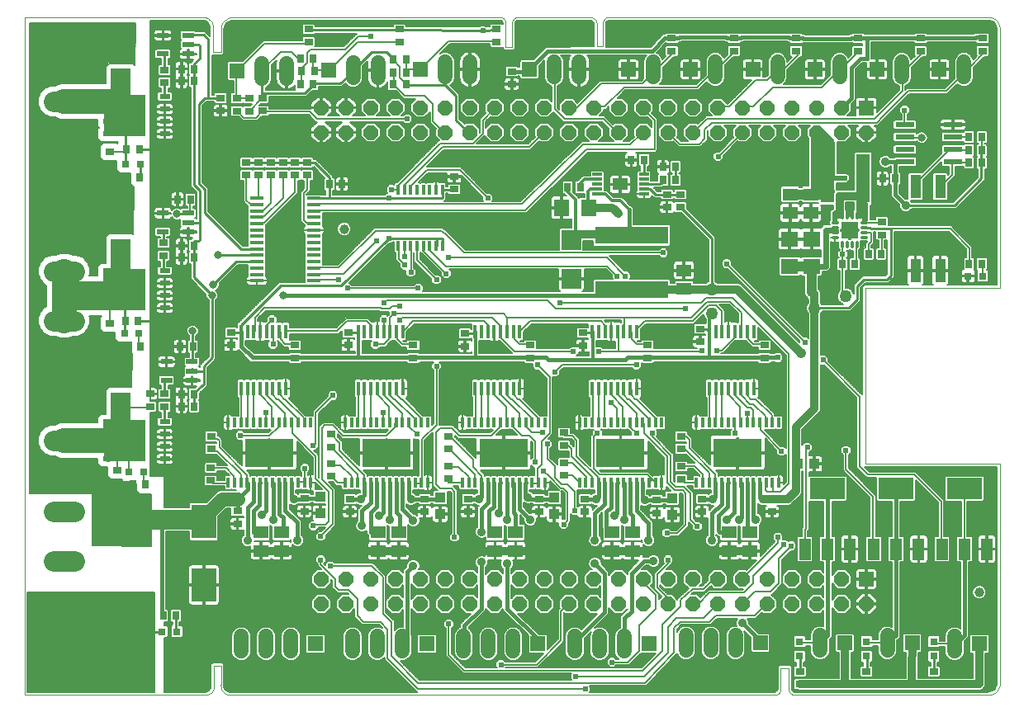
<source format=gtl>
G75*
%MOIN*%
%OFA0B0*%
%FSLAX24Y24*%
%IPPOS*%
%LPD*%
%AMOC8*
5,1,8,0,0,1.08239X$1,22.5*
%
%ADD10C,0.0000*%
%ADD11R,0.0138X0.0394*%
%ADD12R,0.1969X0.1181*%
%ADD13R,0.0140X0.0580*%
%ADD14R,0.0120X0.0390*%
%ADD15R,0.0354X0.0276*%
%ADD16R,0.0591X0.0512*%
%ADD17R,0.0315X0.0315*%
%ADD18R,0.0480X0.0880*%
%ADD19R,0.1417X0.0866*%
%ADD20R,0.0276X0.0354*%
%ADD21R,0.0580X0.0140*%
%ADD22R,0.0433X0.0394*%
%ADD23R,0.0394X0.0433*%
%ADD24R,0.0600X0.0600*%
%ADD25C,0.0600*%
%ADD26C,0.0825*%
%ADD27R,0.0445X0.0961*%
%ADD28R,0.0984X0.1378*%
%ADD29R,0.0787X0.0787*%
%ADD30C,0.0118*%
%ADD31R,0.0709X0.0709*%
%ADD32R,0.0709X0.0630*%
%ADD33R,0.0551X0.1969*%
%ADD34R,0.0394X0.0118*%
%ADD35R,0.0630X0.0709*%
%ADD36R,0.2953X0.0709*%
%ADD37R,0.0780X0.0210*%
%ADD38C,0.0394*%
%ADD39C,0.0500*%
%ADD40R,0.0433X0.0197*%
%ADD41R,0.1378X0.1693*%
%ADD42R,0.0472X0.0217*%
%ADD43OC8,0.0600*%
%ADD44C,0.0945*%
%ADD45C,0.0240*%
%ADD46C,0.0060*%
%ADD47C,0.0100*%
%ADD48C,0.0323*%
%ADD49C,0.0356*%
%ADD50C,0.0240*%
%ADD51C,0.0161*%
%ADD52C,0.0320*%
%ADD53C,0.0413*%
%ADD54C,0.0160*%
%ADD55C,0.0317*%
%ADD56C,0.0120*%
%ADD57C,0.0061*%
%ADD58C,0.0787*%
%ADD59C,0.0157*%
%ADD60C,0.0560*%
%ADD61C,0.0394*%
%ADD62C,0.0236*%
%ADD63C,0.0591*%
%ADD64C,0.0197*%
%ADD65C,0.1000*%
%ADD66C,0.1181*%
%ADD67C,0.0079*%
%ADD68C,0.0500*%
D10*
X002484Y003433D02*
X009806Y003433D01*
X009807Y003433D02*
X009841Y003436D01*
X009875Y003443D01*
X009909Y003454D01*
X009941Y003467D01*
X009971Y003484D01*
X010000Y003503D01*
X010027Y003525D01*
X010052Y003550D01*
X010073Y003577D01*
X010093Y003606D01*
X010109Y003637D01*
X010122Y003670D01*
X010132Y003703D01*
X010138Y003737D01*
X010142Y003772D01*
X010141Y003807D01*
X010141Y004614D01*
X010417Y004614D01*
X010417Y003846D01*
X010416Y003847D02*
X010415Y003809D01*
X010418Y003771D01*
X010424Y003734D01*
X010434Y003697D01*
X010448Y003662D01*
X010464Y003628D01*
X010485Y003596D01*
X010508Y003566D01*
X010534Y003539D01*
X010562Y003514D01*
X010593Y003492D01*
X010626Y003474D01*
X010660Y003458D01*
X010696Y003446D01*
X010733Y003438D01*
X010770Y003433D01*
X010771Y003433D02*
X032779Y003433D01*
X032808Y003436D01*
X032837Y003443D01*
X032865Y003453D01*
X032892Y003466D01*
X032917Y003482D01*
X032939Y003502D01*
X032960Y003523D01*
X032977Y003547D01*
X032991Y003573D01*
X033002Y003601D01*
X033010Y003630D01*
X033014Y003659D01*
X033015Y003689D01*
X033015Y004516D01*
X033330Y004516D01*
X033330Y003689D01*
X033331Y003659D01*
X033335Y003630D01*
X033343Y003601D01*
X033354Y003573D01*
X033368Y003547D01*
X033385Y003523D01*
X033406Y003502D01*
X033428Y003482D01*
X033453Y003466D01*
X033480Y003453D01*
X033508Y003443D01*
X033537Y003436D01*
X033566Y003433D01*
X041361Y003433D01*
X041402Y003432D01*
X041442Y003435D01*
X041482Y003441D01*
X041522Y003451D01*
X041560Y003464D01*
X041597Y003480D01*
X041632Y003500D01*
X041666Y003522D01*
X041698Y003548D01*
X041727Y003576D01*
X041753Y003606D01*
X041777Y003639D01*
X041798Y003674D01*
X041816Y003710D01*
X041831Y003748D01*
X041842Y003786D01*
X041850Y003826D01*
X041854Y003866D01*
X041854Y012783D01*
X036417Y012783D01*
X036417Y019870D01*
X041854Y019870D01*
X041854Y030402D01*
X041854Y030401D02*
X041849Y030441D01*
X041841Y030480D01*
X041829Y030519D01*
X041814Y030556D01*
X041796Y030592D01*
X041775Y030626D01*
X041751Y030658D01*
X041724Y030688D01*
X041695Y030715D01*
X041664Y030740D01*
X041630Y030762D01*
X041595Y030781D01*
X041558Y030796D01*
X041520Y030809D01*
X041481Y030818D01*
X041442Y030824D01*
X041402Y030826D01*
X041362Y030825D01*
X041361Y030825D02*
X026056Y030825D01*
X026028Y030820D01*
X026000Y030812D01*
X025973Y030800D01*
X025947Y030786D01*
X025924Y030768D01*
X025903Y030748D01*
X025885Y030725D01*
X025869Y030701D01*
X025856Y030674D01*
X025847Y030646D01*
X025841Y030618D01*
X025839Y030589D01*
X025840Y030559D01*
X025840Y029634D01*
X025584Y029634D01*
X025584Y030539D01*
X025585Y030570D01*
X025582Y030601D01*
X025575Y030631D01*
X025564Y030661D01*
X025550Y030688D01*
X025533Y030714D01*
X025513Y030738D01*
X025490Y030759D01*
X025465Y030777D01*
X025437Y030792D01*
X025408Y030803D01*
X025378Y030811D01*
X025348Y030815D01*
X022365Y030815D01*
X022366Y030815D02*
X022338Y030808D01*
X022310Y030798D01*
X022285Y030785D01*
X022261Y030769D01*
X022239Y030751D01*
X022219Y030729D01*
X022202Y030706D01*
X022189Y030681D01*
X022178Y030654D01*
X022171Y030626D01*
X022167Y030597D01*
X022166Y030568D01*
X022169Y030540D01*
X022169Y030539D02*
X022169Y029614D01*
X021913Y029614D01*
X021913Y030539D01*
X021912Y030540D02*
X021915Y030568D01*
X021914Y030597D01*
X021910Y030626D01*
X021903Y030654D01*
X021892Y030681D01*
X021879Y030706D01*
X021862Y030729D01*
X021842Y030751D01*
X021820Y030769D01*
X021796Y030785D01*
X021771Y030798D01*
X021743Y030808D01*
X021715Y030815D01*
X021716Y030815D02*
X010889Y030815D01*
X010848Y030813D01*
X010807Y030808D01*
X010767Y030799D01*
X010728Y030787D01*
X010690Y030771D01*
X010653Y030752D01*
X010618Y030730D01*
X010586Y030705D01*
X010555Y030677D01*
X010527Y030646D01*
X010502Y030614D01*
X010480Y030579D01*
X010461Y030542D01*
X010445Y030504D01*
X010433Y030465D01*
X010424Y030425D01*
X010419Y030384D01*
X010417Y030343D01*
X010417Y029398D01*
X010102Y029398D01*
X010102Y030343D01*
X010105Y030382D01*
X010104Y030421D01*
X010100Y030459D01*
X010093Y030498D01*
X010082Y030535D01*
X010067Y030571D01*
X010050Y030606D01*
X010029Y030639D01*
X010005Y030670D01*
X009978Y030698D01*
X009949Y030724D01*
X009918Y030747D01*
X009885Y030768D01*
X009850Y030785D01*
X009813Y030798D01*
X009776Y030809D01*
X009737Y030816D01*
X009737Y030815D02*
X002484Y030815D01*
X002484Y003433D01*
D11*
X010712Y012011D03*
X010968Y012011D03*
X011224Y012011D03*
X011480Y012011D03*
X011736Y012011D03*
X011991Y012011D03*
X012247Y012011D03*
X012503Y012011D03*
X012759Y012011D03*
X013015Y012011D03*
X013271Y012011D03*
X013527Y012011D03*
X013783Y012011D03*
X014039Y012011D03*
X015436Y012011D03*
X015692Y012011D03*
X015948Y012011D03*
X016204Y012011D03*
X016460Y012011D03*
X016716Y012011D03*
X016972Y012011D03*
X017228Y012011D03*
X017484Y012011D03*
X017739Y012011D03*
X017995Y012011D03*
X018251Y012011D03*
X018507Y012011D03*
X018763Y012011D03*
X020161Y012011D03*
X020417Y012011D03*
X020673Y012011D03*
X020928Y012011D03*
X021184Y012011D03*
X021440Y012011D03*
X021696Y012011D03*
X021952Y012011D03*
X022208Y012011D03*
X022464Y012011D03*
X022720Y012011D03*
X022976Y012011D03*
X023232Y012011D03*
X023487Y012011D03*
X024885Y012011D03*
X025141Y012011D03*
X025397Y012011D03*
X025653Y012011D03*
X025909Y012011D03*
X026165Y012011D03*
X026421Y012011D03*
X026676Y012011D03*
X026932Y012011D03*
X027188Y012011D03*
X027444Y012011D03*
X027700Y012011D03*
X027956Y012011D03*
X028212Y012011D03*
X029610Y012011D03*
X029865Y012011D03*
X030121Y012011D03*
X030377Y012011D03*
X030633Y012011D03*
X030889Y012011D03*
X031145Y012011D03*
X031401Y012011D03*
X031657Y012011D03*
X031913Y012011D03*
X032169Y012011D03*
X032424Y012011D03*
X032680Y012011D03*
X032936Y012011D03*
X032936Y014442D03*
X032680Y014442D03*
X032424Y014442D03*
X032169Y014442D03*
X031913Y014442D03*
X031657Y014442D03*
X031401Y014442D03*
X031145Y014442D03*
X030889Y014442D03*
X030633Y014442D03*
X030377Y014442D03*
X030121Y014442D03*
X029865Y014442D03*
X029610Y014442D03*
X028212Y014442D03*
X027956Y014442D03*
X027700Y014442D03*
X027444Y014442D03*
X027188Y014442D03*
X026932Y014442D03*
X026676Y014442D03*
X026421Y014442D03*
X026165Y014442D03*
X025909Y014442D03*
X025653Y014442D03*
X025397Y014442D03*
X025141Y014442D03*
X024885Y014442D03*
X023487Y014442D03*
X023232Y014442D03*
X022976Y014442D03*
X022720Y014442D03*
X022464Y014442D03*
X022208Y014442D03*
X021952Y014442D03*
X021696Y014442D03*
X021440Y014442D03*
X021184Y014442D03*
X020928Y014442D03*
X020673Y014442D03*
X020417Y014442D03*
X020161Y014442D03*
X018763Y014442D03*
X018507Y014442D03*
X018251Y014442D03*
X017995Y014442D03*
X017739Y014442D03*
X017484Y014442D03*
X017228Y014442D03*
X016972Y014442D03*
X016716Y014442D03*
X016460Y014442D03*
X016204Y014442D03*
X015948Y014442D03*
X015692Y014442D03*
X015436Y014442D03*
X014039Y014442D03*
X013783Y014442D03*
X013527Y014442D03*
X013271Y014442D03*
X013015Y014442D03*
X012759Y014442D03*
X012503Y014442D03*
X012247Y014442D03*
X011991Y014442D03*
X011736Y014442D03*
X011480Y014442D03*
X011224Y014442D03*
X010968Y014442D03*
X010712Y014442D03*
D12*
X012375Y013226D03*
X017100Y013226D03*
X021824Y013226D03*
X026549Y013226D03*
X031273Y013226D03*
D13*
X031157Y015817D03*
X031407Y015817D03*
X031667Y015817D03*
X031927Y015817D03*
X030897Y015817D03*
X030647Y015817D03*
X030387Y015817D03*
X030127Y015817D03*
X030127Y018117D03*
X030387Y018117D03*
X030647Y018117D03*
X030897Y018117D03*
X031157Y018117D03*
X031407Y018117D03*
X031667Y018117D03*
X031927Y018117D03*
X027202Y018117D03*
X026942Y018117D03*
X026682Y018117D03*
X026432Y018117D03*
X026172Y018117D03*
X025922Y018117D03*
X025662Y018117D03*
X025402Y018117D03*
X025402Y015817D03*
X025662Y015817D03*
X025922Y015817D03*
X026172Y015817D03*
X026432Y015817D03*
X026682Y015817D03*
X026942Y015817D03*
X027202Y015817D03*
X022478Y015817D03*
X022218Y015817D03*
X021958Y015817D03*
X021708Y015817D03*
X021448Y015817D03*
X021198Y015817D03*
X020938Y015817D03*
X020678Y015817D03*
X020678Y018117D03*
X020938Y018117D03*
X021198Y018117D03*
X021448Y018117D03*
X021708Y018117D03*
X021958Y018117D03*
X022218Y018117D03*
X022478Y018117D03*
X017754Y018117D03*
X017494Y018117D03*
X017234Y018117D03*
X016984Y018117D03*
X016724Y018117D03*
X016474Y018117D03*
X016214Y018117D03*
X015954Y018117D03*
X015954Y015817D03*
X016214Y015817D03*
X016474Y015817D03*
X016724Y015817D03*
X016984Y015817D03*
X017234Y015817D03*
X017494Y015817D03*
X017754Y015817D03*
X013029Y015817D03*
X012769Y015817D03*
X012509Y015817D03*
X012259Y015817D03*
X011999Y015817D03*
X011749Y015817D03*
X011489Y015817D03*
X011229Y015817D03*
X011229Y018117D03*
X011489Y018117D03*
X011749Y018117D03*
X011999Y018117D03*
X012259Y018117D03*
X012509Y018117D03*
X012769Y018117D03*
X013029Y018117D03*
D14*
X017562Y021566D03*
X017818Y021566D03*
X018074Y021566D03*
X018330Y021566D03*
X018586Y021566D03*
X018842Y021566D03*
X019098Y021566D03*
X019354Y021566D03*
X019354Y023863D03*
X019098Y023863D03*
X018842Y023863D03*
X018586Y023863D03*
X018330Y023863D03*
X018074Y023863D03*
X017818Y023863D03*
X017562Y023863D03*
D15*
X019836Y023866D03*
X019836Y024378D03*
X022154Y028117D03*
X022154Y028629D03*
X021539Y029821D03*
X021539Y030333D03*
X017621Y030333D03*
X017621Y029821D03*
X013950Y029821D03*
X013950Y030333D03*
X012090Y027547D03*
X012090Y027035D03*
X011558Y027026D03*
X011056Y027026D03*
X011056Y027537D03*
X011558Y027537D03*
X010407Y027557D03*
X010407Y027045D03*
X008143Y028177D03*
X008143Y028689D03*
X005928Y025392D03*
X005928Y024880D03*
X008094Y021701D03*
X008094Y021189D03*
X005928Y018453D03*
X005928Y017941D03*
X007552Y015598D03*
X007552Y015087D03*
X008143Y015087D03*
X008143Y015598D03*
X010023Y013883D03*
X010023Y013371D03*
X010013Y012610D03*
X010013Y012098D03*
X011084Y010864D03*
X011084Y010353D03*
X013786Y010863D03*
X013786Y011374D03*
X014865Y012272D03*
X014865Y012783D03*
X014856Y013453D03*
X014856Y013965D03*
X015623Y011346D03*
X015623Y010835D03*
X018645Y010835D03*
X018645Y011346D03*
X019592Y012164D03*
X019592Y012675D03*
X019592Y013374D03*
X019592Y013886D03*
X020387Y011346D03*
X020387Y010835D03*
X023251Y010835D03*
X023251Y011346D03*
X024275Y012311D03*
X024275Y012823D03*
X024275Y013523D03*
X024275Y014035D03*
X025111Y011346D03*
X025111Y010835D03*
X028015Y010795D03*
X028015Y011307D03*
X028999Y012154D03*
X028999Y012665D03*
X028989Y013374D03*
X028989Y013886D03*
X029836Y011346D03*
X029836Y010835D03*
X032659Y010835D03*
X032659Y011346D03*
X032356Y017055D03*
X032356Y017567D03*
X029756Y017715D03*
X029756Y018227D03*
X027631Y017567D03*
X027631Y017055D03*
X025031Y017555D03*
X025031Y018067D03*
X022907Y017567D03*
X022907Y017055D03*
X020267Y017525D03*
X020267Y018037D03*
X018182Y017567D03*
X018182Y017055D03*
X015562Y017565D03*
X015562Y018077D03*
X013409Y017567D03*
X013409Y017055D03*
X010829Y017565D03*
X010829Y018077D03*
X006224Y012498D03*
X006224Y011986D03*
X011440Y024437D03*
X011932Y024437D03*
X012424Y024437D03*
X012917Y024437D03*
X013409Y024437D03*
X013409Y024949D03*
X012917Y024949D03*
X012424Y024949D03*
X011932Y024949D03*
X011440Y024949D03*
X013901Y024949D03*
X013901Y024437D03*
X028419Y023659D03*
X028960Y023659D03*
X028960Y023148D03*
X028419Y023148D03*
X028615Y029457D03*
X028615Y029969D03*
X031125Y029969D03*
X031125Y029457D03*
X033635Y029457D03*
X033635Y029969D03*
X036145Y029969D03*
X036145Y029457D03*
X038655Y029457D03*
X038655Y029969D03*
X041165Y029969D03*
X041165Y029457D03*
X037090Y022537D03*
X037090Y022026D03*
X036480Y004388D03*
X036480Y003876D03*
X033793Y003876D03*
X033793Y004388D03*
X039196Y004388D03*
X039196Y003876D03*
D16*
X031765Y009260D03*
X031765Y010008D03*
X030928Y010008D03*
X030928Y009260D03*
X027041Y009260D03*
X027041Y010008D03*
X026204Y010008D03*
X026204Y009260D03*
X022316Y009260D03*
X022316Y010008D03*
X021480Y010008D03*
X021480Y009260D03*
X017592Y009260D03*
X017592Y010008D03*
X016755Y010008D03*
X016755Y009260D03*
X012867Y009260D03*
X012867Y010008D03*
X012031Y010008D03*
X012031Y009260D03*
X029108Y019841D03*
X029108Y020589D03*
X026533Y024065D03*
X033389Y023659D03*
X034236Y023659D03*
X034236Y022911D03*
X033389Y022911D03*
D17*
X040574Y020362D03*
X041165Y020362D03*
X039196Y005589D03*
X039196Y004998D03*
X036470Y004998D03*
X036470Y005589D03*
X033773Y005589D03*
X033773Y004998D03*
X008635Y005992D03*
X008045Y005992D03*
X007306Y012439D03*
X006716Y012439D03*
X006519Y018049D03*
X007110Y018049D03*
X007159Y024890D03*
X006568Y024890D03*
D18*
X033985Y009329D03*
X034895Y009329D03*
X035805Y009329D03*
X036761Y009329D03*
X037671Y009329D03*
X038580Y009329D03*
X039517Y009329D03*
X040426Y009329D03*
X041336Y009329D03*
D19*
X040426Y011769D03*
X037671Y011769D03*
X034895Y011769D03*
D20*
X035495Y020835D03*
X036007Y020835D03*
X036558Y021248D03*
X037070Y021248D03*
X040613Y020854D03*
X041125Y020854D03*
X037631Y024299D03*
X037119Y024299D03*
X040613Y024939D03*
X041125Y024939D03*
X041125Y025431D03*
X040613Y025431D03*
X040613Y025972D03*
X041125Y025972D03*
X028773Y024781D03*
X028261Y024781D03*
X028261Y024240D03*
X028773Y024240D03*
X027493Y025057D03*
X026982Y025057D03*
X024924Y023935D03*
X024413Y023935D03*
X017887Y028098D03*
X017887Y028581D03*
X017375Y028581D03*
X017375Y028098D03*
X017375Y029112D03*
X017887Y029112D03*
X014186Y028650D03*
X013674Y028650D03*
X013625Y028098D03*
X014137Y028098D03*
X014137Y029161D03*
X013625Y029161D03*
X009334Y028728D03*
X009334Y028236D03*
X008822Y028236D03*
X008822Y028728D03*
X007119Y025480D03*
X006608Y025480D03*
X006608Y024348D03*
X007119Y024348D03*
X008674Y023463D03*
X009186Y023463D03*
X009334Y021593D03*
X008822Y021593D03*
X008822Y021100D03*
X009334Y021100D03*
X007070Y018541D03*
X006558Y018541D03*
X006657Y017508D03*
X007169Y017508D03*
X008773Y017508D03*
X009285Y017508D03*
X009334Y015589D03*
X009334Y015096D03*
X008822Y015096D03*
X008822Y015589D03*
X007365Y011947D03*
X006854Y011947D03*
X008084Y006632D03*
X008596Y006632D03*
X014795Y024075D03*
X015306Y024075D03*
D21*
X014165Y023499D03*
X014165Y023249D03*
X014165Y022989D03*
X014165Y022739D03*
X014165Y022479D03*
X014165Y022219D03*
X014165Y021969D03*
X014165Y021709D03*
X014165Y021459D03*
X014165Y021199D03*
X014165Y020939D03*
X014165Y020689D03*
X014165Y020429D03*
X014165Y020179D03*
X011865Y020179D03*
X011865Y020429D03*
X011865Y020689D03*
X011865Y020939D03*
X011865Y021199D03*
X011865Y021459D03*
X011865Y021709D03*
X011865Y021969D03*
X011865Y022219D03*
X011865Y022479D03*
X011865Y022739D03*
X011865Y022989D03*
X011865Y023249D03*
X011865Y023499D03*
D22*
X033700Y012770D03*
X034369Y012770D03*
D23*
X028635Y011386D03*
X028635Y010717D03*
X023871Y010736D03*
X023871Y011406D03*
X019265Y011406D03*
X019265Y010736D03*
X014423Y010776D03*
X014423Y011445D03*
D24*
X014239Y005500D03*
X018728Y005500D03*
X023216Y005500D03*
X027704Y005500D03*
X032192Y005539D03*
X035602Y005539D03*
X038318Y005539D03*
X041035Y005500D03*
X036466Y008116D03*
X036466Y027161D03*
X036905Y028709D03*
X039415Y028709D03*
X034395Y028709D03*
X031885Y028709D03*
X029375Y028709D03*
X026865Y028709D03*
X022871Y028709D03*
X018472Y028709D03*
X014751Y028669D03*
X011070Y028650D03*
D25*
X012070Y028950D02*
X012070Y028350D01*
X013070Y028350D02*
X013070Y028950D01*
X015751Y028969D02*
X015751Y028369D01*
X016751Y028369D02*
X016751Y028969D01*
X019472Y029009D02*
X019472Y028409D01*
X020472Y028409D02*
X020472Y029009D01*
X023871Y029009D02*
X023871Y028409D01*
X024871Y028409D02*
X024871Y029009D01*
X027865Y029009D02*
X027865Y028409D01*
X030375Y028409D02*
X030375Y029009D01*
X032885Y029009D02*
X032885Y028409D01*
X035395Y028409D02*
X035395Y029009D01*
X037905Y029009D02*
X037905Y028409D01*
X040415Y028409D02*
X040415Y029009D01*
X037318Y005839D02*
X037318Y005239D01*
X034602Y005239D02*
X034602Y005839D01*
X031192Y005839D02*
X031192Y005239D01*
X030192Y005239D02*
X030192Y005839D01*
X029192Y005839D02*
X029192Y005239D01*
X026704Y005200D02*
X026704Y005800D01*
X025704Y005800D02*
X025704Y005200D01*
X024704Y005200D02*
X024704Y005800D01*
X022216Y005800D02*
X022216Y005200D01*
X021216Y005200D02*
X021216Y005800D01*
X020216Y005800D02*
X020216Y005200D01*
X017728Y005200D02*
X017728Y005800D01*
X016728Y005800D02*
X016728Y005200D01*
X015728Y005200D02*
X015728Y005800D01*
X013239Y005800D02*
X013239Y005200D01*
X012239Y005200D02*
X012239Y005800D01*
X011239Y005800D02*
X011239Y005200D01*
X040035Y005200D02*
X040035Y005800D01*
D26*
X004493Y004862D02*
X003668Y004862D01*
X003668Y006862D02*
X004493Y006862D01*
X004493Y008862D02*
X003668Y008862D01*
X003668Y010862D02*
X004493Y010862D01*
X004493Y013713D02*
X003668Y013713D01*
X003668Y015713D02*
X004493Y015713D01*
X004493Y018563D02*
X003668Y018563D01*
X003668Y020563D02*
X004493Y020563D01*
X004493Y022563D02*
X003668Y022563D01*
X003668Y024563D02*
X004493Y024563D01*
X004493Y027413D02*
X003668Y027413D01*
X003668Y029413D02*
X004493Y029413D01*
D27*
X038450Y023974D03*
X039450Y023974D03*
X039450Y020589D03*
X038450Y020589D03*
D28*
X009728Y010441D03*
X009728Y007882D03*
D29*
X006371Y015244D03*
X006371Y016819D03*
X006371Y021445D03*
X006371Y023020D03*
X006371Y028335D03*
X006371Y029909D03*
X024560Y021829D03*
X024560Y020254D03*
D30*
X035122Y021917D02*
X035298Y021917D01*
X035298Y022114D02*
X035122Y022114D01*
X035210Y022114D02*
X035210Y022222D01*
X035220Y022222D01*
X035298Y022311D02*
X035122Y022311D01*
X035122Y022508D02*
X035298Y022508D01*
X035495Y022705D02*
X035495Y022881D01*
X035692Y022881D02*
X035692Y022705D01*
X035889Y022705D02*
X035889Y022881D01*
X036086Y022881D02*
X036086Y022705D01*
X036283Y022508D02*
X036459Y022508D01*
X036459Y022311D02*
X036283Y022311D01*
X036283Y022114D02*
X036459Y022114D01*
X036459Y021917D02*
X036283Y021917D01*
X036086Y021720D02*
X036086Y021544D01*
X035889Y021544D02*
X035889Y021720D01*
X035692Y021720D02*
X035692Y021544D01*
X035495Y021544D02*
X035495Y021720D01*
D31*
X035791Y022213D03*
D32*
X034255Y021858D03*
X033379Y021858D03*
X033379Y020756D03*
X034255Y020756D03*
D33*
X034885Y024299D03*
X036342Y024299D03*
D34*
X027493Y024270D03*
X027493Y024467D03*
X027493Y024071D03*
X027493Y023876D03*
X027493Y023679D03*
X025604Y023679D03*
X025604Y023876D03*
X025604Y024071D03*
X025604Y024270D03*
X025604Y024467D03*
D35*
X025279Y023118D03*
X024176Y023118D03*
D36*
X026991Y022006D03*
X026991Y019801D03*
D37*
X038029Y024976D03*
X038029Y025476D03*
X038029Y025976D03*
X038029Y026476D03*
X039969Y026476D03*
X039969Y025976D03*
X039969Y025476D03*
X039969Y024976D03*
D38*
X041027Y007587D03*
X015387Y022262D03*
D39*
X030239Y019821D03*
X030239Y018837D03*
X034373Y019063D03*
X035633Y019555D03*
D40*
X008153Y019571D03*
X008153Y020071D03*
X008153Y020571D03*
X008153Y019071D03*
X005869Y019071D03*
X005869Y019571D03*
X005869Y020071D03*
X005869Y020571D03*
X005869Y026108D03*
X005869Y026608D03*
X005869Y027108D03*
X005869Y027608D03*
X008153Y027608D03*
X008153Y027108D03*
X008153Y026608D03*
X008153Y026108D03*
X008153Y014469D03*
X008153Y013969D03*
X008153Y013469D03*
X008153Y012969D03*
X005869Y012969D03*
X005869Y013469D03*
X005869Y013969D03*
X005869Y014469D03*
D41*
X006716Y013719D03*
X006716Y019821D03*
X006716Y026858D03*
D42*
X008074Y029339D03*
X008074Y030087D03*
X009098Y030087D03*
X009098Y029713D03*
X009098Y029339D03*
X009098Y022902D03*
X009098Y022528D03*
X009098Y022154D03*
X008074Y022154D03*
X008074Y022902D03*
X008222Y016898D03*
X008222Y016150D03*
X009245Y016150D03*
X009245Y016524D03*
X009245Y016898D03*
D43*
X014466Y008116D03*
X015466Y008116D03*
X016466Y008116D03*
X017466Y008116D03*
X018466Y008116D03*
X019466Y008116D03*
X020466Y008116D03*
X021466Y008116D03*
X022466Y008116D03*
X023466Y008116D03*
X024466Y008116D03*
X025466Y008116D03*
X026466Y008116D03*
X027466Y008116D03*
X028466Y008116D03*
X029466Y008116D03*
X030466Y008116D03*
X031466Y008116D03*
X032466Y008116D03*
X033466Y008116D03*
X034466Y008116D03*
X035466Y008116D03*
X035466Y007116D03*
X036466Y007116D03*
X034466Y007116D03*
X033466Y007116D03*
X032466Y007116D03*
X031466Y007116D03*
X030466Y007116D03*
X029466Y007116D03*
X028466Y007116D03*
X027466Y007116D03*
X026466Y007116D03*
X025466Y007116D03*
X024466Y007116D03*
X023466Y007116D03*
X022466Y007116D03*
X021466Y007116D03*
X020466Y007116D03*
X019466Y007116D03*
X018466Y007116D03*
X017466Y007116D03*
X016466Y007116D03*
X015466Y007116D03*
X014466Y007116D03*
X014466Y026161D03*
X015466Y026161D03*
X016466Y026161D03*
X017466Y026161D03*
X018466Y026161D03*
X019466Y026161D03*
X020466Y026161D03*
X021466Y026161D03*
X022466Y026161D03*
X023466Y026161D03*
X024466Y026161D03*
X025466Y026161D03*
X026466Y026161D03*
X027466Y026161D03*
X028466Y026161D03*
X029466Y026161D03*
X030466Y026161D03*
X031466Y026161D03*
X032466Y026161D03*
X033466Y026161D03*
X034466Y026161D03*
X035466Y026161D03*
X036466Y026161D03*
X035466Y027161D03*
X034466Y027161D03*
X033466Y027161D03*
X032466Y027161D03*
X031466Y027161D03*
X030466Y027161D03*
X029466Y027161D03*
X028466Y027161D03*
X027466Y027161D03*
X026466Y027161D03*
X025466Y027161D03*
X024466Y027161D03*
X023466Y027161D03*
X022466Y027161D03*
X021466Y027161D03*
X020466Y027161D03*
X019466Y027161D03*
X018466Y027161D03*
X017466Y027161D03*
X016466Y027161D03*
X015466Y027161D03*
X014466Y027161D03*
D44*
X007011Y010520D03*
X005673Y010520D03*
X005673Y005638D03*
X007011Y005638D03*
D45*
X012671Y007764D03*
X013064Y007764D03*
X013064Y008157D03*
X012671Y008157D03*
X012671Y008551D03*
X013064Y008551D03*
X014934Y009437D03*
X014934Y009831D03*
X015328Y009831D03*
X015328Y009437D03*
X013802Y012587D03*
X013163Y012783D03*
X013163Y013079D03*
X013163Y013374D03*
X013163Y013669D03*
X012769Y013669D03*
X012769Y013374D03*
X012769Y013079D03*
X012769Y012783D03*
X012375Y012783D03*
X012375Y013079D03*
X012375Y013374D03*
X012375Y013669D03*
X011982Y013669D03*
X011982Y013374D03*
X011982Y013079D03*
X011982Y012783D03*
X011588Y012783D03*
X011588Y013079D03*
X011588Y013374D03*
X011588Y013669D03*
X014147Y013522D03*
X016312Y013669D03*
X016312Y013374D03*
X016312Y013079D03*
X016312Y012783D03*
X016706Y012783D03*
X016706Y013079D03*
X016706Y013374D03*
X016706Y013669D03*
X017100Y013669D03*
X017100Y013374D03*
X017100Y013079D03*
X017100Y012783D03*
X017493Y012783D03*
X017493Y013079D03*
X017493Y013374D03*
X017493Y013669D03*
X017887Y013669D03*
X017887Y013374D03*
X017887Y013079D03*
X017887Y012783D03*
X018822Y012636D03*
X018822Y013030D03*
X019413Y014506D03*
X019806Y014506D03*
X019757Y015244D03*
X019363Y015244D03*
X019363Y015638D03*
X019757Y015638D03*
X020987Y017459D03*
X021381Y017459D03*
X021775Y017459D03*
X023940Y015539D03*
X023940Y015146D03*
X024334Y015146D03*
X024334Y015539D03*
X024634Y017754D03*
X025909Y017557D03*
X029357Y017962D03*
X030889Y018629D03*
X030899Y019103D03*
X030830Y020854D03*
X028271Y021297D03*
X026450Y022872D03*
X032897Y016671D03*
X032897Y016278D03*
X032897Y015884D03*
X032503Y015244D03*
X032799Y014998D03*
X032060Y013669D03*
X032060Y013374D03*
X032060Y013079D03*
X032060Y012783D03*
X031667Y012783D03*
X031667Y013079D03*
X031667Y013374D03*
X031667Y013669D03*
X031273Y013669D03*
X031273Y013374D03*
X031273Y013079D03*
X031273Y012783D03*
X030879Y012783D03*
X030879Y013079D03*
X030879Y013374D03*
X030879Y013669D03*
X030486Y013669D03*
X030486Y013374D03*
X030486Y013079D03*
X030486Y012783D03*
X027336Y012783D03*
X027336Y013079D03*
X027336Y013374D03*
X027336Y013669D03*
X026942Y013669D03*
X026942Y013374D03*
X026942Y013079D03*
X026942Y012783D03*
X026549Y012783D03*
X026549Y013079D03*
X026549Y013374D03*
X026549Y013669D03*
X026155Y013669D03*
X026155Y013374D03*
X026155Y013079D03*
X026155Y012783D03*
X025761Y012783D03*
X025761Y013079D03*
X025761Y013374D03*
X025761Y013669D03*
X023784Y011848D03*
X024688Y010874D03*
X024255Y010323D03*
X023461Y009523D03*
X019846Y009811D03*
X019051Y009593D03*
X021037Y012783D03*
X021037Y013079D03*
X021037Y013374D03*
X021037Y013669D03*
X021430Y013669D03*
X021430Y013374D03*
X021430Y013079D03*
X021430Y012783D03*
X021824Y012783D03*
X021824Y013079D03*
X021824Y013374D03*
X021824Y013669D03*
X022218Y013669D03*
X022218Y013374D03*
X022218Y013079D03*
X022218Y012783D03*
X022611Y012783D03*
X022611Y013079D03*
X022611Y013374D03*
X022611Y013669D03*
X017395Y017459D03*
X018182Y018049D03*
X016263Y017459D03*
X015525Y018837D03*
X015131Y018837D03*
X014590Y017459D03*
X014196Y017459D03*
X011982Y017459D03*
X011096Y018886D03*
X010702Y018886D03*
X010308Y018886D03*
X010505Y020067D03*
X009029Y020067D03*
X008586Y020067D03*
X008586Y019575D03*
X009029Y019575D03*
X009029Y019083D03*
X008586Y019083D03*
X008537Y013965D03*
X008930Y013965D03*
X008930Y013472D03*
X008537Y013472D03*
X008537Y012980D03*
X008930Y012980D03*
X019610Y006307D03*
X029009Y009634D03*
X029649Y010244D03*
X034983Y012477D03*
X034983Y012811D03*
X035327Y012821D03*
X035317Y012487D03*
X035062Y013965D03*
X035062Y014358D03*
X035062Y014752D03*
X035062Y015146D03*
X035515Y021248D03*
X035594Y024319D03*
X009029Y026120D03*
X008586Y026120D03*
X008586Y026612D03*
X009029Y026612D03*
X009029Y027104D03*
X008586Y027104D03*
D46*
X008499Y027089D02*
X008499Y026993D01*
X008491Y026960D01*
X008473Y026930D01*
X008449Y026906D01*
X008420Y026889D01*
X008386Y026880D01*
X008172Y026880D01*
X008172Y027089D01*
X008134Y027089D01*
X008134Y026880D01*
X007919Y026880D01*
X007886Y026889D01*
X007856Y026906D01*
X007832Y026930D01*
X007815Y026960D01*
X007806Y026993D01*
X007806Y027089D01*
X008134Y027089D01*
X008134Y027127D01*
X007806Y027127D01*
X007806Y027224D01*
X007815Y027257D01*
X007832Y027287D01*
X007856Y027311D01*
X007886Y027328D01*
X007919Y027337D01*
X008134Y027337D01*
X008134Y027127D01*
X008172Y027127D01*
X008499Y027127D01*
X008499Y027224D01*
X008491Y027257D01*
X008473Y027287D01*
X008449Y027311D01*
X008420Y027328D01*
X008386Y027337D01*
X008172Y027337D01*
X008172Y027127D01*
X008172Y027089D01*
X008499Y027089D01*
X008499Y027067D02*
X009184Y027067D01*
X009184Y027009D02*
X008499Y027009D01*
X008485Y026950D02*
X009184Y026950D01*
X009184Y026892D02*
X008425Y026892D01*
X008400Y026833D02*
X009184Y026833D01*
X009184Y026775D02*
X008480Y026775D01*
X008473Y026787D02*
X008449Y026811D01*
X008420Y026828D01*
X008386Y026837D01*
X008172Y026837D01*
X008172Y026627D01*
X008499Y026627D01*
X008499Y026724D01*
X008491Y026757D01*
X008473Y026787D01*
X008499Y026716D02*
X009184Y026716D01*
X009184Y026658D02*
X008499Y026658D01*
X008499Y026589D02*
X008499Y026493D01*
X008491Y026460D01*
X008473Y026430D01*
X008449Y026406D01*
X008420Y026389D01*
X008386Y026380D01*
X008172Y026380D01*
X008172Y026589D01*
X008134Y026589D01*
X008134Y026380D01*
X007919Y026380D01*
X007886Y026389D01*
X007856Y026406D01*
X007832Y026430D01*
X007815Y026460D01*
X007806Y026493D01*
X007806Y026589D01*
X008134Y026589D01*
X008134Y026627D01*
X007806Y026627D01*
X007806Y026724D01*
X007815Y026757D01*
X007832Y026787D01*
X007856Y026811D01*
X007886Y026828D01*
X007919Y026837D01*
X008134Y026837D01*
X008134Y026627D01*
X008172Y026627D01*
X008172Y026589D01*
X008499Y026589D01*
X008499Y026541D02*
X009184Y026541D01*
X009184Y026599D02*
X008172Y026599D01*
X008134Y026599D02*
X007552Y026599D01*
X007552Y026541D02*
X007806Y026541D01*
X007809Y026482D02*
X007552Y026482D01*
X007552Y026424D02*
X007839Y026424D01*
X007886Y026328D02*
X007856Y026311D01*
X007832Y026287D01*
X007815Y026257D01*
X007806Y026224D01*
X007806Y026127D01*
X008134Y026127D01*
X008134Y026089D01*
X008172Y026089D01*
X008172Y025880D01*
X008386Y025880D01*
X008420Y025889D01*
X008449Y025906D01*
X008473Y025930D01*
X008491Y025960D01*
X008499Y025993D01*
X008499Y026089D01*
X008172Y026089D01*
X008172Y026127D01*
X008499Y026127D01*
X008499Y026224D01*
X008491Y026257D01*
X008473Y026287D01*
X008449Y026311D01*
X008420Y026328D01*
X008386Y026337D01*
X008172Y026337D01*
X008172Y026127D01*
X008134Y026127D01*
X008134Y026337D01*
X007919Y026337D01*
X007886Y026328D01*
X007852Y026307D02*
X007552Y026307D01*
X007552Y026365D02*
X009184Y026365D01*
X009184Y026307D02*
X008453Y026307D01*
X008493Y026248D02*
X009184Y026248D01*
X009184Y026190D02*
X008499Y026190D01*
X008499Y026131D02*
X009184Y026131D01*
X009184Y026073D02*
X008499Y026073D01*
X008499Y026014D02*
X009184Y026014D01*
X009184Y025956D02*
X008488Y025956D01*
X008434Y025897D02*
X009184Y025897D01*
X009184Y025839D02*
X007552Y025839D01*
X007552Y025897D02*
X007871Y025897D01*
X007856Y025906D02*
X007886Y025889D01*
X007919Y025880D01*
X008134Y025880D01*
X008134Y026089D01*
X007806Y026089D01*
X007806Y025993D01*
X007815Y025960D01*
X007832Y025930D01*
X007856Y025906D01*
X007817Y025956D02*
X007552Y025956D01*
X007552Y026014D02*
X007806Y026014D01*
X007806Y026073D02*
X007552Y026073D01*
X007552Y026131D02*
X007806Y026131D01*
X007806Y026190D02*
X007552Y026190D01*
X007552Y026248D02*
X007813Y026248D01*
X008134Y026248D02*
X008172Y026248D01*
X008172Y026190D02*
X008134Y026190D01*
X008134Y026131D02*
X008172Y026131D01*
X008172Y026073D02*
X008134Y026073D01*
X008134Y026014D02*
X008172Y026014D01*
X008172Y025956D02*
X008134Y025956D01*
X008134Y025897D02*
X008172Y025897D01*
X008172Y026307D02*
X008134Y026307D01*
X008134Y026424D02*
X008172Y026424D01*
X008172Y026482D02*
X008134Y026482D01*
X008134Y026541D02*
X008172Y026541D01*
X008172Y026658D02*
X008134Y026658D01*
X008134Y026716D02*
X008172Y026716D01*
X008172Y026775D02*
X008134Y026775D01*
X008134Y026833D02*
X008172Y026833D01*
X008172Y026892D02*
X008134Y026892D01*
X008134Y026950D02*
X008172Y026950D01*
X008172Y027009D02*
X008134Y027009D01*
X008134Y027067D02*
X008172Y027067D01*
X008172Y027126D02*
X009184Y027126D01*
X009184Y027184D02*
X008499Y027184D01*
X008494Y027243D02*
X009184Y027243D01*
X009184Y027301D02*
X008459Y027301D01*
X008407Y027420D02*
X008459Y027473D01*
X008459Y027744D01*
X008407Y027797D01*
X008283Y027797D01*
X008283Y027949D01*
X008357Y027949D01*
X008410Y028002D01*
X008410Y028352D01*
X008357Y028405D01*
X007929Y028405D01*
X007876Y028352D01*
X007876Y028002D01*
X007929Y027949D01*
X008003Y027949D01*
X008003Y027797D01*
X007899Y027797D01*
X007846Y027744D01*
X007846Y027473D01*
X007899Y027420D01*
X008407Y027420D01*
X008459Y027477D02*
X009184Y027477D01*
X009184Y027535D02*
X008459Y027535D01*
X008459Y027594D02*
X009184Y027594D01*
X009184Y027652D02*
X008459Y027652D01*
X008459Y027711D02*
X009184Y027711D01*
X009184Y027769D02*
X008434Y027769D01*
X008283Y027828D02*
X009184Y027828D01*
X009184Y027886D02*
X008283Y027886D01*
X008283Y027945D02*
X008622Y027945D01*
X008634Y027938D02*
X008667Y027929D01*
X008792Y027929D01*
X008792Y028206D01*
X008852Y028206D01*
X008852Y027929D01*
X008977Y027929D01*
X009010Y027938D01*
X009040Y027955D01*
X009064Y027979D01*
X009081Y028009D01*
X009090Y028042D01*
X009090Y028206D01*
X008852Y028206D01*
X008852Y028266D01*
X009090Y028266D01*
X009090Y028431D01*
X009081Y028464D01*
X009070Y028482D01*
X009081Y028501D01*
X009090Y028534D01*
X009090Y028698D01*
X008852Y028698D01*
X008852Y028266D01*
X008792Y028266D01*
X008792Y028206D01*
X008554Y028206D01*
X008554Y028042D01*
X008563Y028009D01*
X008580Y027979D01*
X008605Y027955D01*
X008634Y027938D01*
X008566Y028003D02*
X008410Y028003D01*
X008410Y028062D02*
X008554Y028062D01*
X008554Y028120D02*
X008410Y028120D01*
X008410Y028179D02*
X008554Y028179D01*
X008554Y028266D02*
X008792Y028266D01*
X008792Y028543D01*
X008792Y028698D01*
X008852Y028698D01*
X008852Y028758D01*
X009090Y028758D01*
X009090Y028923D01*
X009081Y028956D01*
X009064Y028985D01*
X009040Y029010D01*
X009010Y029027D01*
X008977Y029036D01*
X008852Y029036D01*
X008852Y028758D01*
X008792Y028758D01*
X008792Y028698D01*
X008554Y028698D01*
X008554Y028534D01*
X008563Y028501D01*
X008574Y028482D01*
X008563Y028464D01*
X008554Y028431D01*
X008554Y028266D01*
X008554Y028296D02*
X008410Y028296D01*
X008408Y028354D02*
X008554Y028354D01*
X008554Y028413D02*
X007552Y028413D01*
X007552Y028471D02*
X007919Y028471D01*
X007929Y028461D02*
X008357Y028461D01*
X008410Y028514D01*
X008410Y028864D01*
X008357Y028917D01*
X008283Y028917D01*
X008283Y029140D01*
X008348Y029140D01*
X008400Y029193D01*
X008400Y029484D01*
X008348Y029537D01*
X007801Y029537D01*
X007748Y029484D01*
X007748Y029193D01*
X007801Y029140D01*
X008003Y029140D01*
X008003Y028917D01*
X007929Y028917D01*
X007876Y028864D01*
X007876Y028514D01*
X007929Y028461D01*
X007876Y028530D02*
X007552Y028530D01*
X007552Y028588D02*
X007876Y028588D01*
X007876Y028647D02*
X007552Y028647D01*
X007552Y028705D02*
X007876Y028705D01*
X007876Y028764D02*
X007552Y028764D01*
X007552Y028822D02*
X007876Y028822D01*
X007892Y028881D02*
X007552Y028881D01*
X007552Y028939D02*
X008003Y028939D01*
X008003Y028998D02*
X007552Y028998D01*
X007552Y029056D02*
X008003Y029056D01*
X008003Y029115D02*
X007552Y029115D01*
X007552Y029173D02*
X007768Y029173D01*
X007748Y029232D02*
X007552Y029232D01*
X007552Y029290D02*
X007748Y029290D01*
X007748Y029349D02*
X007552Y029349D01*
X007552Y029407D02*
X007748Y029407D01*
X007748Y029466D02*
X007552Y029466D01*
X007552Y029524D02*
X007788Y029524D01*
X007552Y029583D02*
X008771Y029583D01*
X008771Y029567D02*
X008785Y029553D01*
X008782Y029551D01*
X008757Y029527D01*
X008740Y029497D01*
X008731Y029464D01*
X008731Y029363D01*
X009074Y029363D01*
X009074Y029514D01*
X009122Y029514D01*
X009122Y029363D01*
X009074Y029363D01*
X009074Y029314D01*
X009122Y029314D01*
X009122Y029100D01*
X009301Y029100D01*
X009263Y029062D01*
X009259Y029062D01*
X009223Y029022D01*
X009196Y028996D01*
X009159Y028996D01*
X009106Y028943D01*
X009106Y028514D01*
X009138Y028482D01*
X009106Y028451D01*
X009106Y028022D01*
X009159Y027969D01*
X009184Y027969D01*
X009184Y023995D01*
X009266Y023913D01*
X009430Y023749D01*
X009430Y022668D01*
X009424Y022668D01*
X009424Y022673D01*
X009382Y022715D01*
X009424Y022756D01*
X009424Y023047D01*
X009371Y023100D01*
X009296Y023100D01*
X009296Y023195D01*
X009361Y023195D01*
X009414Y023248D01*
X009414Y023677D01*
X009361Y023730D01*
X009011Y023730D01*
X008959Y023677D01*
X008959Y023248D01*
X009011Y023195D01*
X009056Y023195D01*
X009056Y023100D01*
X008824Y023100D01*
X008791Y023067D01*
X008776Y023083D01*
X008685Y023120D01*
X008586Y023120D01*
X008494Y023083D01*
X008440Y023028D01*
X008431Y023060D01*
X008414Y023090D01*
X008390Y023114D01*
X008360Y023131D01*
X008327Y023140D01*
X008098Y023140D01*
X008098Y022926D01*
X008050Y022926D01*
X008050Y023140D01*
X007821Y023140D01*
X007788Y023131D01*
X007758Y023114D01*
X007734Y023090D01*
X007717Y023060D01*
X007708Y023027D01*
X007708Y022926D01*
X008050Y022926D01*
X008050Y022877D01*
X008098Y022877D01*
X008098Y022663D01*
X008327Y022663D01*
X008360Y022672D01*
X008390Y022689D01*
X008414Y022713D01*
X008425Y022731D01*
X008494Y022661D01*
X008586Y022624D01*
X008685Y022624D01*
X008771Y022660D01*
X008771Y022382D01*
X008785Y022368D01*
X008782Y022366D01*
X008757Y022342D01*
X008740Y022312D01*
X008731Y022279D01*
X008731Y022178D01*
X009074Y022178D01*
X009074Y022329D01*
X009122Y022329D01*
X009122Y022178D01*
X009074Y022178D01*
X009074Y022129D01*
X009122Y022129D01*
X009122Y021915D01*
X009252Y021915D01*
X009196Y021860D01*
X009159Y021860D01*
X009106Y021807D01*
X009106Y021378D01*
X009138Y021346D01*
X009106Y021315D01*
X009106Y020886D01*
X009159Y020833D01*
X009184Y020833D01*
X009184Y020255D01*
X009814Y019625D01*
X009814Y019624D01*
X009814Y019525D01*
X009852Y019434D01*
X009922Y019364D01*
X009922Y017123D01*
X009578Y016778D01*
X009578Y016664D01*
X009572Y016664D01*
X009572Y016669D01*
X009530Y016711D01*
X009572Y016752D01*
X009572Y017043D01*
X009519Y017096D01*
X009415Y017096D01*
X009415Y017241D01*
X009460Y017241D01*
X009513Y017293D01*
X009513Y017722D01*
X009460Y017775D01*
X009415Y017775D01*
X009415Y017937D01*
X009416Y017937D01*
X009485Y018007D01*
X009523Y018098D01*
X009523Y018197D01*
X009485Y018288D01*
X009416Y018358D01*
X009324Y018396D01*
X009225Y018396D01*
X009134Y018358D01*
X009064Y018288D01*
X009026Y018197D01*
X009026Y018098D01*
X009064Y018007D01*
X009134Y017937D01*
X009135Y017937D01*
X009135Y017775D01*
X009110Y017775D01*
X009057Y017722D01*
X009057Y017293D01*
X009110Y017241D01*
X009135Y017241D01*
X009135Y017096D01*
X008972Y017096D01*
X008919Y017043D01*
X008919Y016752D01*
X008961Y016711D01*
X008919Y016669D01*
X008919Y016378D01*
X008933Y016364D01*
X008929Y016362D01*
X008905Y016338D01*
X008888Y016308D01*
X008879Y016275D01*
X008879Y016174D01*
X009221Y016174D01*
X009221Y016325D01*
X009269Y016325D01*
X009269Y016174D01*
X009221Y016174D01*
X009221Y016125D01*
X009269Y016125D01*
X009269Y015911D01*
X009428Y015911D01*
X009363Y015856D01*
X009159Y015856D01*
X009106Y015803D01*
X009106Y015374D01*
X009138Y015343D01*
X009106Y015311D01*
X009106Y014882D01*
X009159Y014829D01*
X009509Y014829D01*
X009562Y014882D01*
X009562Y015311D01*
X009530Y015343D01*
X009562Y015374D01*
X009562Y015657D01*
X009720Y015793D01*
X009727Y015793D01*
X009764Y015830D01*
X009804Y015865D01*
X009804Y015871D01*
X009858Y015924D01*
X009858Y016662D01*
X010120Y016925D01*
X010202Y017007D01*
X010202Y019364D01*
X010203Y019364D01*
X010273Y019434D01*
X010311Y019525D01*
X010311Y019624D01*
X010273Y019716D01*
X010203Y019785D01*
X010201Y019786D01*
X010252Y019807D01*
X010322Y019877D01*
X010360Y019968D01*
X010360Y020067D01*
X010360Y020068D01*
X011105Y020813D01*
X011502Y020813D01*
X011485Y020796D01*
X011485Y020581D01*
X011508Y020559D01*
X011485Y020536D01*
X011485Y020342D01*
X011471Y020328D01*
X011454Y020299D01*
X011445Y020266D01*
X011445Y020184D01*
X011860Y020184D01*
X011860Y020174D01*
X011445Y020174D01*
X011445Y020091D01*
X011454Y020058D01*
X011471Y020029D01*
X011495Y020005D01*
X011525Y019987D01*
X011558Y019979D01*
X011860Y019979D01*
X011860Y020174D01*
X011870Y020174D01*
X011870Y020184D01*
X012285Y020184D01*
X012285Y020266D01*
X012276Y020299D01*
X012259Y020328D01*
X012245Y020342D01*
X012245Y020536D01*
X012222Y020559D01*
X012245Y020581D01*
X012245Y020796D01*
X012227Y020814D01*
X012245Y020831D01*
X012245Y021046D01*
X012222Y021069D01*
X012245Y021091D01*
X012245Y021306D01*
X012222Y021329D01*
X012245Y021351D01*
X012245Y021566D01*
X012227Y021584D01*
X012245Y021601D01*
X012245Y021816D01*
X012222Y021839D01*
X012245Y021861D01*
X012245Y022076D01*
X012227Y022094D01*
X012245Y022111D01*
X012245Y022326D01*
X012222Y022349D01*
X012245Y022371D01*
X012245Y022424D01*
X012298Y022478D01*
X013458Y023638D01*
X013458Y023638D01*
X013529Y023708D01*
X013529Y024209D01*
X013623Y024209D01*
X013655Y024241D01*
X013686Y024209D01*
X013781Y024209D01*
X013781Y023906D01*
X013704Y023829D01*
X013633Y023758D01*
X013633Y022576D01*
X013732Y022478D01*
X013785Y022424D01*
X013785Y022382D01*
X013771Y022368D01*
X013754Y022339D01*
X013745Y022306D01*
X013745Y022224D01*
X014160Y022224D01*
X014160Y022214D01*
X013745Y022214D01*
X013745Y022131D01*
X013754Y022098D01*
X013771Y022069D01*
X013785Y022055D01*
X013785Y021861D01*
X013808Y021839D01*
X013785Y021816D01*
X013785Y021601D01*
X013803Y021584D01*
X013785Y021566D01*
X013785Y021351D01*
X013808Y021329D01*
X013785Y021306D01*
X013785Y021091D01*
X013808Y021069D01*
X013785Y021046D01*
X013785Y020831D01*
X013803Y020814D01*
X013785Y020796D01*
X013785Y020581D01*
X013808Y020559D01*
X013785Y020536D01*
X013785Y020321D01*
X013803Y020304D01*
X013785Y020286D01*
X013785Y020109D01*
X012760Y020109D01*
X011148Y018497D01*
X011122Y018497D01*
X011069Y018444D01*
X011069Y018278D01*
X011043Y018304D01*
X010614Y018304D01*
X010562Y018252D01*
X010562Y017902D01*
X010614Y017849D01*
X011043Y017849D01*
X011069Y017875D01*
X011069Y017816D01*
X011056Y017824D01*
X011023Y017833D01*
X010859Y017833D01*
X010859Y017595D01*
X010799Y017595D01*
X010799Y017833D01*
X010634Y017833D01*
X010601Y017824D01*
X010572Y017807D01*
X010548Y017782D01*
X010530Y017753D01*
X010522Y017720D01*
X010522Y017595D01*
X010799Y017595D01*
X010799Y017535D01*
X010859Y017535D01*
X010859Y017297D01*
X011023Y017297D01*
X011056Y017306D01*
X011086Y017323D01*
X011110Y017347D01*
X011127Y017377D01*
X011129Y017382D01*
X011173Y017338D01*
X011616Y016895D01*
X013142Y016895D01*
X013142Y016880D01*
X013194Y016827D01*
X013623Y016827D01*
X013676Y016880D01*
X013676Y016895D01*
X017915Y016895D01*
X017915Y016880D01*
X017968Y016827D01*
X018397Y016827D01*
X018450Y016880D01*
X018450Y016895D01*
X018995Y016895D01*
X018907Y016807D01*
X018907Y016633D01*
X018997Y016543D01*
X018997Y014408D01*
X018922Y014333D01*
X018922Y014676D01*
X018869Y014729D01*
X018657Y014729D01*
X018635Y014707D01*
X018613Y014729D01*
X018572Y014729D01*
X017888Y015413D01*
X017903Y015423D01*
X017928Y015447D01*
X017945Y015476D01*
X017954Y015509D01*
X017954Y015812D01*
X017759Y015812D01*
X017759Y015822D01*
X017749Y015822D01*
X017749Y016237D01*
X017667Y016237D01*
X017633Y016228D01*
X017604Y016211D01*
X017590Y016197D01*
X017386Y016197D01*
X017364Y016174D01*
X017341Y016197D01*
X017126Y016197D01*
X017109Y016179D01*
X017091Y016197D01*
X016876Y016197D01*
X016854Y016174D01*
X016831Y016197D01*
X016616Y016197D01*
X016599Y016179D01*
X016581Y016197D01*
X016366Y016197D01*
X016344Y016174D01*
X016321Y016197D01*
X016106Y016197D01*
X016084Y016174D01*
X016061Y016197D01*
X015846Y016197D01*
X015794Y016144D01*
X015794Y015489D01*
X015846Y015437D01*
X015848Y015437D01*
X015848Y014729D01*
X015842Y014729D01*
X015820Y014707D01*
X015798Y014729D01*
X015599Y014729D01*
X015585Y014743D01*
X015555Y014760D01*
X015522Y014769D01*
X015441Y014769D01*
X015441Y014446D01*
X015432Y014446D01*
X015432Y014437D01*
X015441Y014437D01*
X015441Y014115D01*
X015522Y014115D01*
X015555Y014124D01*
X015585Y014141D01*
X015599Y014155D01*
X015798Y014155D01*
X015820Y014177D01*
X015842Y014155D01*
X016054Y014155D01*
X016076Y014177D01*
X016098Y014155D01*
X016310Y014155D01*
X016332Y014177D01*
X016354Y014155D01*
X016566Y014155D01*
X016588Y014177D01*
X016610Y014155D01*
X016822Y014155D01*
X016844Y014177D01*
X016866Y014155D01*
X017078Y014155D01*
X017100Y014177D01*
X017121Y014155D01*
X017170Y014155D01*
X017050Y014035D01*
X015397Y014035D01*
X015297Y014135D01*
X015317Y014124D01*
X015350Y014115D01*
X015432Y014115D01*
X015432Y014437D01*
X015237Y014437D01*
X015237Y014228D01*
X015246Y014195D01*
X015258Y014175D01*
X015044Y014388D01*
X014974Y014459D01*
X014560Y014459D01*
X014442Y014340D01*
X014371Y014270D01*
X014371Y012227D01*
X014365Y012233D01*
X014365Y013128D01*
X014295Y013199D01*
X014182Y013312D01*
X014234Y013312D01*
X014357Y013435D01*
X014357Y013513D01*
X014365Y013521D01*
X014365Y013570D01*
X014366Y013570D01*
X014366Y013670D01*
X014365Y013670D01*
X014365Y014554D01*
X014366Y014554D01*
X014366Y014801D01*
X014895Y015329D01*
X015021Y015329D01*
X015144Y015452D01*
X015144Y015626D01*
X015021Y015749D01*
X014847Y015749D01*
X014724Y015626D01*
X014724Y015500D01*
X014125Y014900D01*
X014125Y014729D01*
X013932Y014729D01*
X013911Y014707D01*
X013889Y014729D01*
X013848Y014729D01*
X013163Y015413D01*
X013179Y015423D01*
X013203Y015447D01*
X013220Y015476D01*
X013229Y015509D01*
X013229Y015812D01*
X013034Y015812D01*
X013034Y015822D01*
X013024Y015822D01*
X013024Y016237D01*
X012942Y016237D01*
X012909Y016228D01*
X012879Y016211D01*
X012865Y016197D01*
X012662Y016197D01*
X012639Y016174D01*
X012616Y016197D01*
X012402Y016197D01*
X012384Y016179D01*
X012366Y016197D01*
X012152Y016197D01*
X012129Y016174D01*
X012106Y016197D01*
X011892Y016197D01*
X011874Y016179D01*
X011856Y016197D01*
X011642Y016197D01*
X011619Y016174D01*
X011596Y016197D01*
X011382Y016197D01*
X011359Y016174D01*
X011336Y016197D01*
X011122Y016197D01*
X011069Y016144D01*
X011069Y015489D01*
X011122Y015437D01*
X011123Y015437D01*
X011123Y014729D01*
X011118Y014729D01*
X011096Y014707D01*
X011074Y014729D01*
X010875Y014729D01*
X010861Y014743D01*
X010831Y014760D01*
X010798Y014769D01*
X010716Y014769D01*
X010716Y014446D01*
X010707Y014446D01*
X010707Y014437D01*
X010716Y014437D01*
X010716Y014115D01*
X010798Y014115D01*
X010831Y014124D01*
X010861Y014141D01*
X010875Y014155D01*
X011074Y014155D01*
X011096Y014177D01*
X011118Y014155D01*
X011330Y014155D01*
X011352Y014177D01*
X011373Y014155D01*
X011586Y014155D01*
X011608Y014177D01*
X011629Y014155D01*
X011842Y014155D01*
X011863Y014177D01*
X011885Y014155D01*
X012098Y014155D01*
X012119Y014177D01*
X012141Y014155D01*
X012353Y014155D01*
X012375Y014177D01*
X012397Y014155D01*
X012445Y014155D01*
X012326Y014035D01*
X011381Y014035D01*
X011281Y014135D01*
X011107Y014135D01*
X010984Y014012D01*
X010984Y013838D01*
X011107Y013715D01*
X011261Y013715D01*
X011261Y013256D01*
X012345Y013256D01*
X012345Y013196D01*
X012405Y013196D01*
X012405Y012506D01*
X013377Y012506D01*
X013410Y012515D01*
X013439Y012532D01*
X013464Y012556D01*
X013481Y012586D01*
X013490Y012619D01*
X013490Y013196D01*
X012405Y013196D01*
X012405Y013256D01*
X013490Y013256D01*
X013490Y013665D01*
X014125Y013029D01*
X014125Y012337D01*
X014125Y012338D01*
X014043Y012338D01*
X014043Y012015D01*
X014238Y012015D01*
X014238Y012021D01*
X014507Y011751D01*
X014222Y011751D01*
X014229Y011764D01*
X014238Y011797D01*
X014238Y012006D01*
X014043Y012006D01*
X014043Y011684D01*
X014125Y011684D01*
X014136Y011687D01*
X014136Y011545D01*
X014054Y011545D01*
X014054Y011549D01*
X014001Y011602D01*
X013572Y011602D01*
X013532Y011563D01*
X013511Y011584D01*
X013432Y011617D01*
X013432Y011724D01*
X013633Y011724D01*
X013655Y011746D01*
X013677Y011724D01*
X013876Y011724D01*
X013890Y011710D01*
X013920Y011693D01*
X013953Y011684D01*
X014034Y011684D01*
X014034Y012006D01*
X014043Y012006D01*
X014043Y012015D01*
X014034Y012015D01*
X014034Y012338D01*
X013953Y012338D01*
X013923Y012330D01*
X013923Y012410D01*
X014012Y012500D01*
X014012Y012674D01*
X013889Y012797D01*
X013715Y012797D01*
X013592Y012674D01*
X013592Y012500D01*
X013682Y012410D01*
X013682Y012298D01*
X013677Y012298D01*
X013655Y012276D01*
X013633Y012298D01*
X013421Y012298D01*
X013399Y012276D01*
X013377Y012298D01*
X013165Y012298D01*
X013143Y012276D01*
X013121Y012298D01*
X012909Y012298D01*
X012887Y012276D01*
X012865Y012298D01*
X012653Y012298D01*
X012631Y012276D01*
X012609Y012298D01*
X012397Y012298D01*
X012375Y012276D01*
X012353Y012298D01*
X012141Y012298D01*
X012119Y012276D01*
X012098Y012298D01*
X011885Y012298D01*
X011863Y012276D01*
X011842Y012298D01*
X011629Y012298D01*
X011608Y012276D01*
X011600Y012284D01*
X011600Y012361D01*
X011455Y012506D01*
X012345Y012506D01*
X012345Y013196D01*
X011261Y013196D01*
X011261Y012699D01*
X010478Y013483D01*
X010478Y013758D01*
X010399Y013837D01*
X010329Y013907D01*
X010290Y013907D01*
X010290Y014058D01*
X010237Y014111D01*
X009808Y014111D01*
X009756Y014058D01*
X009756Y013708D01*
X009808Y013656D01*
X010237Y013656D01*
X010238Y013656D01*
X010238Y013599D01*
X010237Y013599D01*
X009808Y013599D01*
X009756Y013547D01*
X009756Y013196D01*
X009808Y013144D01*
X008475Y013144D01*
X008473Y013147D02*
X008449Y013171D01*
X008420Y013188D01*
X008386Y013197D01*
X008172Y013197D01*
X008172Y012988D01*
X008134Y012988D01*
X008134Y013197D01*
X007919Y013197D01*
X007886Y013188D01*
X007856Y013171D01*
X007832Y013147D01*
X007815Y013117D01*
X007806Y013084D01*
X007806Y012988D01*
X008134Y012988D01*
X008134Y012949D01*
X008172Y012949D01*
X008172Y012740D01*
X008386Y012740D01*
X008420Y012749D01*
X008449Y012766D01*
X008473Y012790D01*
X008491Y012820D01*
X008499Y012853D01*
X008499Y012949D01*
X008172Y012949D01*
X008172Y012988D01*
X008499Y012988D01*
X008499Y013084D01*
X008491Y013117D01*
X008473Y013147D01*
X008499Y013086D02*
X010299Y013086D01*
X010241Y013144D02*
X010238Y013144D01*
X010237Y013144D02*
X010239Y013146D01*
X010655Y012730D01*
X010280Y012730D01*
X010280Y012785D01*
X010228Y012838D01*
X009799Y012838D01*
X009746Y012785D01*
X009746Y012435D01*
X009799Y012382D01*
X010228Y012382D01*
X010280Y012435D01*
X010280Y012490D01*
X010580Y012490D01*
X010772Y012298D01*
X010606Y012298D01*
X010553Y012245D01*
X010553Y012116D01*
X010280Y012116D01*
X010280Y012273D01*
X010228Y012326D01*
X009799Y012326D01*
X009746Y012273D01*
X009746Y011923D01*
X009799Y011870D01*
X010228Y011870D01*
X010233Y011876D01*
X010553Y011876D01*
X010553Y011777D01*
X010606Y011724D01*
X010818Y011724D01*
X010840Y011746D01*
X010862Y011724D01*
X011017Y011724D01*
X010998Y011716D01*
X010402Y011716D01*
X010266Y011660D01*
X010162Y011556D01*
X009826Y011220D01*
X009198Y011220D01*
X009146Y011167D01*
X009146Y011003D01*
X008143Y011003D01*
X008143Y012291D01*
X007554Y012291D01*
X007554Y012634D01*
X007552Y012635D01*
X007552Y014859D01*
X007767Y014859D01*
X007820Y014912D01*
X007820Y015262D01*
X007767Y015314D01*
X007552Y015314D01*
X007552Y015568D01*
X007582Y015568D01*
X007582Y015331D01*
X007747Y015331D01*
X007780Y015339D01*
X007809Y015357D01*
X007834Y015381D01*
X007851Y015410D01*
X007860Y015444D01*
X007860Y015568D01*
X007582Y015568D01*
X007582Y015628D01*
X007552Y015628D01*
X007552Y030685D01*
X009725Y030685D01*
X009777Y030673D01*
X009875Y030616D01*
X009945Y030526D01*
X009974Y030416D01*
X009974Y030399D01*
X009972Y030396D01*
X009972Y030351D01*
X009966Y030306D01*
X009972Y030298D01*
X009972Y030050D01*
X009776Y030246D01*
X009410Y030246D01*
X009371Y030285D01*
X008824Y030285D01*
X008771Y030232D01*
X008771Y029941D01*
X008813Y029900D01*
X008771Y029858D01*
X008771Y029567D01*
X008756Y029524D02*
X008360Y029524D01*
X008400Y029466D02*
X008732Y029466D01*
X008731Y029407D02*
X008400Y029407D01*
X008400Y029349D02*
X009074Y029349D01*
X009074Y029314D02*
X008731Y029314D01*
X008731Y029213D01*
X008740Y029180D01*
X008757Y029150D01*
X008782Y029126D01*
X008811Y029109D01*
X008844Y029100D01*
X009074Y029100D01*
X009074Y029314D01*
X009074Y029290D02*
X009122Y029290D01*
X009122Y029314D02*
X009430Y029314D01*
X009430Y029363D01*
X009122Y029363D01*
X009122Y029314D01*
X009122Y029349D02*
X009430Y029349D01*
X009122Y029407D02*
X009074Y029407D01*
X009074Y029466D02*
X009122Y029466D01*
X009122Y029232D02*
X009074Y029232D01*
X009074Y029173D02*
X009122Y029173D01*
X009122Y029115D02*
X009074Y029115D01*
X009052Y028998D02*
X009199Y028998D01*
X009254Y029056D02*
X008283Y029056D01*
X008283Y028998D02*
X008593Y028998D01*
X008605Y029010D02*
X008580Y028985D01*
X008563Y028956D01*
X008554Y028923D01*
X008554Y028758D01*
X008792Y028758D01*
X008792Y029036D01*
X008667Y029036D01*
X008634Y029027D01*
X008605Y029010D01*
X008559Y028939D02*
X008283Y028939D01*
X008394Y028881D02*
X008554Y028881D01*
X008554Y028822D02*
X008410Y028822D01*
X008410Y028764D02*
X008554Y028764D01*
X008554Y028647D02*
X008410Y028647D01*
X008410Y028705D02*
X008792Y028705D01*
X008792Y028647D02*
X008852Y028647D01*
X008852Y028705D02*
X009106Y028705D01*
X009106Y028647D02*
X009090Y028647D01*
X009090Y028588D02*
X009106Y028588D01*
X009106Y028530D02*
X009089Y028530D01*
X009077Y028471D02*
X009127Y028471D01*
X009106Y028413D02*
X009090Y028413D01*
X009090Y028354D02*
X009106Y028354D01*
X009106Y028296D02*
X009090Y028296D01*
X009106Y028237D02*
X008852Y028237D01*
X008852Y028179D02*
X008792Y028179D01*
X008792Y028237D02*
X008410Y028237D01*
X008367Y028471D02*
X008568Y028471D01*
X008556Y028530D02*
X008410Y028530D01*
X008410Y028588D02*
X008554Y028588D01*
X008792Y028588D02*
X008852Y028588D01*
X008852Y028530D02*
X008792Y028530D01*
X008792Y028471D02*
X008852Y028471D01*
X008852Y028413D02*
X008792Y028413D01*
X008792Y028354D02*
X008852Y028354D01*
X008852Y028296D02*
X008792Y028296D01*
X008792Y028120D02*
X008852Y028120D01*
X008852Y028062D02*
X008792Y028062D01*
X008792Y028003D02*
X008852Y028003D01*
X008852Y027945D02*
X008792Y027945D01*
X009022Y027945D02*
X009184Y027945D01*
X009125Y028003D02*
X009078Y028003D01*
X009090Y028062D02*
X009106Y028062D01*
X009106Y028120D02*
X009090Y028120D01*
X009090Y028179D02*
X009106Y028179D01*
X009090Y028764D02*
X009106Y028764D01*
X009106Y028822D02*
X009090Y028822D01*
X009090Y028881D02*
X009106Y028881D01*
X009106Y028939D02*
X009085Y028939D01*
X008852Y028939D02*
X008792Y028939D01*
X008792Y028881D02*
X008852Y028881D01*
X008852Y028822D02*
X008792Y028822D01*
X008792Y028764D02*
X008852Y028764D01*
X008852Y028998D02*
X008792Y028998D01*
X008802Y029115D02*
X008283Y029115D01*
X008380Y029173D02*
X008744Y029173D01*
X008731Y029232D02*
X008400Y029232D01*
X008400Y029290D02*
X008731Y029290D01*
X008771Y029641D02*
X007552Y029641D01*
X007552Y029700D02*
X008771Y029700D01*
X008771Y029758D02*
X007552Y029758D01*
X007552Y029817D02*
X008771Y029817D01*
X008789Y029875D02*
X008391Y029875D01*
X008390Y029874D02*
X008414Y029899D01*
X008431Y029928D01*
X008440Y029961D01*
X008440Y030062D01*
X008098Y030062D01*
X008098Y029848D01*
X008327Y029848D01*
X008360Y029857D01*
X008390Y029874D01*
X008433Y029934D02*
X008779Y029934D01*
X008771Y029992D02*
X008440Y029992D01*
X008440Y030051D02*
X008771Y030051D01*
X008771Y030109D02*
X008098Y030109D01*
X008098Y030111D02*
X008440Y030111D01*
X008440Y030212D01*
X008431Y030245D01*
X008414Y030275D01*
X008390Y030299D01*
X008360Y030316D01*
X008327Y030325D01*
X008098Y030325D01*
X008098Y030111D01*
X008050Y030111D01*
X008050Y030325D01*
X007821Y030325D01*
X007788Y030316D01*
X007758Y030299D01*
X007734Y030275D01*
X007717Y030245D01*
X007708Y030212D01*
X007708Y030111D01*
X008050Y030111D01*
X008050Y030062D01*
X008098Y030062D01*
X008098Y030111D01*
X008050Y030109D02*
X007552Y030109D01*
X007552Y030051D02*
X007708Y030051D01*
X007708Y030062D02*
X007708Y029961D01*
X007717Y029928D01*
X007734Y029899D01*
X007758Y029874D01*
X007788Y029857D01*
X007821Y029848D01*
X008050Y029848D01*
X008050Y030062D01*
X007708Y030062D01*
X007708Y029992D02*
X007552Y029992D01*
X007552Y029934D02*
X007715Y029934D01*
X007757Y029875D02*
X007552Y029875D01*
X007552Y030168D02*
X007708Y030168D01*
X007712Y030226D02*
X007552Y030226D01*
X007552Y030285D02*
X007744Y030285D01*
X007552Y030343D02*
X009971Y030343D01*
X009972Y030285D02*
X009371Y030285D01*
X009796Y030226D02*
X009972Y030226D01*
X009972Y030168D02*
X009854Y030168D01*
X009913Y030109D02*
X009972Y030109D01*
X009971Y030051D02*
X009972Y030051D01*
X009974Y030402D02*
X007552Y030402D01*
X007552Y030460D02*
X009963Y030460D01*
X009947Y030519D02*
X007552Y030519D01*
X007552Y030577D02*
X009906Y030577D01*
X009842Y030636D02*
X007552Y030636D01*
X008050Y030285D02*
X008098Y030285D01*
X008098Y030226D02*
X008050Y030226D01*
X008050Y030168D02*
X008098Y030168D01*
X008098Y030051D02*
X008050Y030051D01*
X008050Y029992D02*
X008098Y029992D01*
X008098Y029934D02*
X008050Y029934D01*
X008050Y029875D02*
X008098Y029875D01*
X008440Y030168D02*
X008771Y030168D01*
X008771Y030226D02*
X008437Y030226D01*
X008404Y030285D02*
X008824Y030285D01*
X009777Y030673D02*
X009777Y030673D01*
X010553Y030409D02*
X010604Y030533D01*
X010699Y030627D01*
X010822Y030678D01*
X010889Y030685D01*
X021700Y030685D01*
X021722Y030678D01*
X021766Y030642D01*
X021784Y030594D01*
X021783Y030593D01*
X021783Y030550D01*
X021780Y030534D01*
X021753Y030560D01*
X021324Y030560D01*
X021271Y030508D01*
X021271Y030438D01*
X021135Y030436D01*
X021074Y030496D01*
X020900Y030496D01*
X020838Y030434D01*
X017889Y030442D01*
X017889Y030508D01*
X017836Y030560D01*
X017407Y030560D01*
X017354Y030508D01*
X017354Y030443D01*
X014217Y030443D01*
X014217Y030508D01*
X014165Y030560D01*
X013736Y030560D01*
X013683Y030508D01*
X013683Y030158D01*
X013736Y030105D01*
X014165Y030105D01*
X014217Y030158D01*
X014217Y030163D01*
X015904Y030163D01*
X015848Y030107D01*
X015377Y029636D01*
X014207Y029636D01*
X014217Y029646D01*
X014217Y029996D01*
X014165Y030049D01*
X013736Y030049D01*
X013683Y029996D01*
X013683Y029882D01*
X012129Y029882D01*
X011287Y029040D01*
X010733Y029040D01*
X010680Y028987D01*
X010680Y028312D01*
X010733Y028260D01*
X010927Y028260D01*
X010927Y027765D01*
X010842Y027765D01*
X010789Y027712D01*
X010789Y027362D01*
X010842Y027310D01*
X011271Y027310D01*
X011307Y027346D01*
X011344Y027310D01*
X011673Y027310D01*
X011616Y027253D01*
X011344Y027253D01*
X011307Y027217D01*
X011271Y027253D01*
X010842Y027253D01*
X010789Y027201D01*
X010789Y026851D01*
X010842Y026798D01*
X011134Y026798D01*
X011222Y026710D01*
X011292Y026640D01*
X011884Y026640D01*
X012051Y026808D01*
X012304Y026808D01*
X012357Y026860D01*
X012357Y026886D01*
X013950Y026886D01*
X014175Y026661D01*
X014245Y026591D01*
X014287Y026591D01*
X014036Y026340D01*
X014036Y026191D01*
X014436Y026191D01*
X014436Y026131D01*
X014496Y026131D01*
X014496Y025731D01*
X014644Y025731D01*
X014896Y025983D01*
X014896Y026131D01*
X015036Y026131D01*
X015036Y025983D01*
X015288Y025731D01*
X015436Y025731D01*
X015436Y026131D01*
X015496Y026131D01*
X015496Y025731D01*
X015644Y025731D01*
X015896Y025983D01*
X015896Y026131D01*
X016076Y026131D01*
X016076Y026073D02*
X015896Y026073D01*
X015896Y026131D02*
X015496Y026131D01*
X015436Y026131D01*
X015036Y026131D01*
X015036Y026073D02*
X014896Y026073D01*
X014896Y026131D02*
X014496Y026131D01*
X014436Y026131D01*
X014436Y025731D01*
X014288Y025731D01*
X014036Y025983D01*
X014036Y026131D01*
X009661Y026131D01*
X009661Y026073D02*
X014036Y026073D01*
X014036Y026131D02*
X014436Y026131D01*
X014436Y026073D02*
X014496Y026073D01*
X014496Y026131D02*
X014496Y026191D01*
X014896Y026191D01*
X014896Y026340D01*
X014645Y026591D01*
X015287Y026591D01*
X015036Y026340D01*
X015036Y026191D01*
X015436Y026191D01*
X015436Y026131D01*
X015436Y026073D02*
X015496Y026073D01*
X015496Y026131D02*
X015496Y026191D01*
X015896Y026191D01*
X015896Y026340D01*
X015645Y026591D01*
X017759Y026591D01*
X017849Y026501D01*
X018023Y026501D01*
X018146Y026624D01*
X018146Y026798D01*
X018023Y026921D01*
X017849Y026921D01*
X017759Y026831D01*
X017687Y026831D01*
X017856Y027000D01*
X017856Y027323D01*
X017627Y027551D01*
X017304Y027551D01*
X017076Y027323D01*
X017076Y027000D01*
X017245Y026831D01*
X016687Y026831D01*
X016856Y027000D01*
X016856Y027323D01*
X016627Y027551D01*
X016304Y027551D01*
X016076Y027323D01*
X016076Y027000D01*
X016245Y026831D01*
X015743Y026831D01*
X015896Y026983D01*
X015896Y027131D01*
X015496Y027131D01*
X015496Y027191D01*
X015896Y027191D01*
X015896Y027340D01*
X015644Y027591D01*
X015496Y027591D01*
X015496Y027191D01*
X015436Y027191D01*
X015436Y027131D01*
X015036Y027131D01*
X015036Y026983D01*
X015189Y026831D01*
X014743Y026831D01*
X014896Y026983D01*
X014896Y027131D01*
X014496Y027131D01*
X014496Y027191D01*
X014896Y027191D01*
X014896Y027340D01*
X014644Y027591D01*
X014496Y027591D01*
X014496Y027191D01*
X014436Y027191D01*
X014436Y027131D01*
X014036Y027131D01*
X014036Y027126D01*
X012357Y027126D01*
X012357Y027211D01*
X012304Y027263D01*
X011966Y027263D01*
X012022Y027319D01*
X012304Y027319D01*
X012357Y027372D01*
X012357Y027604D01*
X013860Y027604D01*
X013942Y027686D01*
X014088Y027831D01*
X014312Y027831D01*
X014365Y027884D01*
X014365Y027998D01*
X015288Y027998D01*
X015429Y028140D01*
X015530Y028039D01*
X015674Y027979D01*
X015829Y027979D01*
X015972Y028039D01*
X016082Y028148D01*
X016141Y028292D01*
X016141Y028851D01*
X016327Y029037D01*
X016321Y029003D01*
X016321Y028699D01*
X016721Y028699D01*
X016721Y028639D01*
X016781Y028639D01*
X016781Y027939D01*
X016785Y027939D01*
X016852Y027950D01*
X016916Y027971D01*
X016977Y028002D01*
X017031Y028041D01*
X017079Y028089D01*
X017119Y028144D01*
X017147Y028200D01*
X017147Y027884D01*
X017200Y027831D01*
X017483Y027831D01*
X017718Y027596D01*
X017788Y027526D01*
X018279Y027526D01*
X018076Y027323D01*
X018076Y027000D01*
X018304Y026771D01*
X018627Y026771D01*
X018850Y026994D01*
X018850Y026562D01*
X019083Y026330D01*
X019076Y026323D01*
X019076Y026000D01*
X019229Y025846D01*
X019215Y025846D01*
X019145Y025776D01*
X017517Y024148D01*
X017465Y024148D01*
X017412Y024096D01*
X017412Y024038D01*
X017384Y024066D01*
X017210Y024066D01*
X017087Y023943D01*
X017087Y023769D01*
X017134Y023722D01*
X017111Y023722D01*
X017041Y023652D01*
X014927Y023652D01*
X014927Y023808D01*
X014970Y023808D01*
X015022Y023860D01*
X015022Y024289D01*
X014970Y024342D01*
X014927Y024342D01*
X014927Y024406D01*
X014336Y024997D01*
X014254Y025079D01*
X014168Y025079D01*
X014168Y025124D01*
X014115Y025177D01*
X013686Y025177D01*
X013655Y025145D01*
X013623Y025177D01*
X013194Y025177D01*
X013163Y025145D01*
X013131Y025177D01*
X012702Y025177D01*
X012671Y025145D01*
X012639Y025177D01*
X012210Y025177D01*
X012178Y025145D01*
X012147Y025177D01*
X011718Y025177D01*
X011686Y025145D01*
X011655Y025177D01*
X011226Y025177D01*
X011173Y025124D01*
X011173Y024774D01*
X011226Y024721D01*
X011655Y024721D01*
X011686Y024753D01*
X011718Y024721D01*
X012147Y024721D01*
X012178Y024753D01*
X012210Y024721D01*
X012639Y024721D01*
X012671Y024753D01*
X012702Y024721D01*
X013131Y024721D01*
X013163Y024753D01*
X013194Y024721D01*
X013623Y024721D01*
X013655Y024753D01*
X013686Y024721D01*
X014115Y024721D01*
X014166Y024771D01*
X014607Y024330D01*
X014567Y024289D01*
X014567Y023860D01*
X014619Y023808D01*
X014647Y023808D01*
X014647Y023652D01*
X014499Y023652D01*
X014492Y023659D01*
X014207Y023659D01*
X014195Y023663D01*
X014184Y023659D01*
X013873Y023659D01*
X014021Y023807D01*
X014021Y024209D01*
X014115Y024209D01*
X014168Y024262D01*
X014168Y024612D01*
X014115Y024665D01*
X013686Y024665D01*
X013655Y024633D01*
X013623Y024665D01*
X013194Y024665D01*
X013163Y024633D01*
X013131Y024665D01*
X012702Y024665D01*
X012671Y024633D01*
X012639Y024665D01*
X012210Y024665D01*
X012178Y024633D01*
X012147Y024665D01*
X011718Y024665D01*
X011686Y024633D01*
X011655Y024665D01*
X011226Y024665D01*
X011173Y024612D01*
X011173Y024262D01*
X011226Y024209D01*
X011320Y024209D01*
X011320Y023364D01*
X011468Y023216D01*
X011485Y023199D01*
X011485Y023141D01*
X011508Y023119D01*
X011485Y023096D01*
X011485Y022881D01*
X011503Y022864D01*
X011485Y022846D01*
X011485Y022631D01*
X011508Y022609D01*
X011485Y022586D01*
X011485Y022371D01*
X011508Y022349D01*
X011485Y022326D01*
X011485Y022111D01*
X011503Y022094D01*
X011485Y022076D01*
X011485Y021861D01*
X011508Y021839D01*
X011485Y021816D01*
X011485Y021601D01*
X011501Y021585D01*
X011301Y021585D01*
X009907Y022979D01*
X009907Y023914D01*
X009825Y023996D01*
X009661Y024160D01*
X009661Y027243D01*
X009825Y027407D01*
X010140Y027407D01*
X010140Y027382D01*
X010192Y027329D01*
X010621Y027329D01*
X010674Y027382D01*
X010674Y027732D01*
X010621Y027785D01*
X010192Y027785D01*
X010140Y027732D01*
X010140Y027687D01*
X010055Y027687D01*
X010055Y029268D01*
X010470Y029268D01*
X010547Y029344D01*
X010547Y030343D01*
X013683Y030343D01*
X013683Y030285D02*
X010547Y030285D01*
X010547Y030343D02*
X010553Y030409D01*
X010552Y030402D02*
X013683Y030402D01*
X013683Y030460D02*
X010574Y030460D01*
X010598Y030519D02*
X013694Y030519D01*
X013683Y030226D02*
X010547Y030226D01*
X010547Y030168D02*
X013683Y030168D01*
X013731Y030109D02*
X010547Y030109D01*
X010547Y030051D02*
X015792Y030051D01*
X015850Y030109D02*
X014169Y030109D01*
X014217Y029992D02*
X015733Y029992D01*
X015675Y029934D02*
X014217Y029934D01*
X014217Y029875D02*
X015616Y029875D01*
X015558Y029817D02*
X014217Y029817D01*
X014217Y029758D02*
X015499Y029758D01*
X015441Y029700D02*
X014217Y029700D01*
X014213Y029641D02*
X015382Y029641D01*
X015426Y029516D02*
X015968Y030057D01*
X016460Y030057D01*
X015919Y029811D02*
X014787Y028679D01*
X014751Y028669D01*
X014737Y028679D01*
X014196Y028679D01*
X014186Y028650D01*
X014147Y028679D01*
X014147Y029122D01*
X014137Y029161D01*
X013901Y028974D02*
X013901Y029368D01*
X014049Y029516D01*
X015426Y029516D01*
X015919Y029811D02*
X017592Y029811D01*
X017621Y029821D01*
X017641Y030303D02*
X017621Y030333D01*
X017592Y030352D01*
X017543Y030303D01*
X017354Y030460D02*
X014217Y030460D01*
X014206Y030519D02*
X017365Y030519D01*
X017878Y030519D02*
X021282Y030519D01*
X021271Y030460D02*
X021111Y030460D01*
X020864Y030460D02*
X017889Y030460D01*
X017887Y029112D02*
X017887Y028728D01*
X017887Y028581D01*
X017887Y028728D02*
X018428Y028728D01*
X018472Y028709D01*
X018478Y028728D01*
X019610Y029860D01*
X021529Y029860D01*
X021539Y029821D01*
X021271Y029740D02*
X021271Y029646D01*
X021324Y029593D01*
X021753Y029593D01*
X021783Y029623D01*
X021783Y029560D01*
X021859Y029484D01*
X022222Y029484D01*
X022299Y029560D01*
X022299Y030498D01*
X022306Y030508D01*
X022299Y030550D01*
X022299Y030593D01*
X022298Y030594D01*
X022316Y030642D01*
X022359Y030678D01*
X022381Y030685D01*
X025340Y030685D01*
X025370Y030679D01*
X025424Y030641D01*
X025453Y030582D01*
X025454Y030556D01*
X025454Y030544D01*
X025450Y030496D01*
X025454Y030491D01*
X025454Y029633D01*
X025423Y029633D01*
X025423Y029633D01*
X023613Y029623D01*
X023543Y029623D01*
X023543Y029623D01*
X023542Y029623D01*
X023493Y029573D01*
X023019Y029099D01*
X022534Y029099D01*
X022481Y029046D01*
X022481Y028800D01*
X022421Y028800D01*
X022421Y028804D01*
X022368Y028857D01*
X021939Y028857D01*
X021886Y028804D01*
X021886Y028454D01*
X021939Y028401D01*
X022368Y028401D01*
X022421Y028454D01*
X022421Y028460D01*
X022481Y028460D01*
X022481Y028371D01*
X022534Y028319D01*
X023209Y028319D01*
X023261Y028371D01*
X023261Y028860D01*
X023481Y029080D01*
X023481Y028331D01*
X023541Y028188D01*
X023650Y028078D01*
X023771Y028028D01*
X023771Y027408D01*
X023627Y027551D01*
X023304Y027551D01*
X023076Y027323D01*
X023076Y027000D01*
X023304Y026771D01*
X023627Y026771D01*
X023841Y026985D01*
X024235Y026591D01*
X025810Y026591D01*
X026077Y026324D01*
X026076Y026323D01*
X026076Y026000D01*
X026279Y025797D01*
X025653Y025797D01*
X025856Y026000D01*
X025856Y026323D01*
X025627Y026551D01*
X025304Y026551D01*
X025076Y026323D01*
X025076Y026000D01*
X025279Y025797D01*
X025024Y025797D01*
X024974Y025798D01*
X024974Y025797D01*
X024973Y025797D01*
X024938Y025762D01*
X022513Y023386D01*
X021355Y023386D01*
X021394Y023425D01*
X021394Y023599D01*
X021271Y023722D01*
X021144Y023722D01*
X020102Y024764D01*
X018718Y024764D01*
X019413Y025459D01*
X022907Y025459D01*
X023262Y025814D01*
X023304Y025771D01*
X023627Y025771D01*
X023856Y026000D01*
X023856Y026323D01*
X023627Y026551D01*
X023304Y026551D01*
X023076Y026323D01*
X023076Y026000D01*
X023092Y025983D01*
X022808Y025699D01*
X020736Y025699D01*
X021037Y026000D01*
X021076Y026039D01*
X021076Y026000D01*
X021304Y025771D01*
X021627Y025771D01*
X021856Y026000D01*
X021856Y026323D01*
X021627Y026551D01*
X021304Y026551D01*
X021107Y026355D01*
X021107Y026612D01*
X021286Y026790D01*
X021304Y026771D01*
X021627Y026771D01*
X021856Y027000D01*
X021856Y027323D01*
X021627Y027551D01*
X021304Y027551D01*
X021076Y027323D01*
X021076Y027000D01*
X021116Y026960D01*
X020867Y026711D01*
X020867Y026170D01*
X020856Y026158D01*
X020856Y026323D01*
X020627Y026551D01*
X020304Y026551D01*
X020259Y026506D01*
X020045Y026719D01*
X020045Y027704D01*
X019677Y028072D01*
X019693Y028078D01*
X019802Y028188D01*
X019862Y028331D01*
X019862Y029086D01*
X019802Y029230D01*
X019693Y029339D01*
X019549Y029399D01*
X019394Y029399D01*
X019264Y029345D01*
X019659Y029740D01*
X021271Y029740D01*
X021271Y029700D02*
X019619Y029700D01*
X019560Y029641D02*
X021276Y029641D01*
X021783Y029583D02*
X019502Y029583D01*
X019443Y029524D02*
X021819Y029524D01*
X022262Y029524D02*
X023444Y029524D01*
X023386Y029466D02*
X019385Y029466D01*
X019326Y029407D02*
X020307Y029407D01*
X020246Y029376D01*
X020192Y029337D01*
X020144Y029289D01*
X020104Y029234D01*
X020073Y029174D01*
X020052Y029109D01*
X020042Y029043D01*
X020042Y028739D01*
X020442Y028739D01*
X020442Y029439D01*
X020438Y029439D01*
X020371Y029428D01*
X020307Y029407D01*
X020208Y029349D02*
X019670Y029349D01*
X019742Y029290D02*
X020145Y029290D01*
X020103Y029232D02*
X019800Y029232D01*
X019826Y029173D02*
X020073Y029173D01*
X020054Y029115D02*
X019850Y029115D01*
X019862Y029056D02*
X020044Y029056D01*
X020042Y028998D02*
X019862Y028998D01*
X019862Y028939D02*
X020042Y028939D01*
X020042Y028881D02*
X019862Y028881D01*
X019862Y028822D02*
X020042Y028822D01*
X020042Y028764D02*
X019862Y028764D01*
X019862Y028705D02*
X020442Y028705D01*
X020442Y028679D02*
X020042Y028679D01*
X020042Y028375D01*
X020052Y028308D01*
X020073Y028244D01*
X020104Y028183D01*
X020144Y028129D01*
X020192Y028081D01*
X020246Y028041D01*
X020307Y028010D01*
X020371Y027989D01*
X020438Y027979D01*
X020442Y027979D01*
X020442Y028679D01*
X020442Y028739D01*
X020502Y028739D01*
X020502Y029439D01*
X020506Y029439D01*
X020572Y029428D01*
X020637Y029407D01*
X020697Y029376D01*
X020752Y029337D01*
X020800Y029289D01*
X020840Y029234D01*
X020870Y029174D01*
X020891Y029109D01*
X020902Y029043D01*
X020902Y028739D01*
X020502Y028739D01*
X020502Y028679D01*
X020902Y028679D01*
X020902Y028375D01*
X020891Y028308D01*
X020870Y028244D01*
X020840Y028183D01*
X020800Y028129D01*
X020752Y028081D01*
X020697Y028041D01*
X020637Y028010D01*
X020572Y027989D01*
X020506Y027979D01*
X020502Y027979D01*
X020502Y028679D01*
X020442Y028679D01*
X020442Y028647D02*
X020502Y028647D01*
X020502Y028705D02*
X021886Y028705D01*
X021886Y028647D02*
X020902Y028647D01*
X020902Y028588D02*
X021886Y028588D01*
X021886Y028530D02*
X020902Y028530D01*
X020902Y028471D02*
X021886Y028471D01*
X021928Y028413D02*
X020902Y028413D01*
X020898Y028354D02*
X021892Y028354D01*
X021897Y028359D02*
X021872Y028335D01*
X021855Y028305D01*
X021846Y028272D01*
X021846Y028147D01*
X022124Y028147D01*
X022124Y028385D01*
X021959Y028385D01*
X021926Y028376D01*
X021897Y028359D01*
X021853Y028296D02*
X020887Y028296D01*
X020867Y028237D02*
X021846Y028237D01*
X021846Y028179D02*
X020836Y028179D01*
X020791Y028120D02*
X022124Y028120D01*
X022124Y028147D02*
X022124Y028087D01*
X022184Y028087D01*
X022184Y028147D01*
X022461Y028147D01*
X022461Y028272D01*
X022452Y028305D01*
X022435Y028335D01*
X022411Y028359D01*
X022381Y028376D01*
X022348Y028385D01*
X022184Y028385D01*
X022184Y028147D01*
X022124Y028147D01*
X022124Y028179D02*
X022184Y028179D01*
X022184Y028237D02*
X022124Y028237D01*
X022124Y028296D02*
X022184Y028296D01*
X022184Y028354D02*
X022124Y028354D01*
X022184Y028120D02*
X023608Y028120D01*
X023550Y028179D02*
X022461Y028179D01*
X022461Y028237D02*
X023520Y028237D01*
X023496Y028296D02*
X022454Y028296D01*
X022415Y028354D02*
X022499Y028354D01*
X022481Y028413D02*
X022379Y028413D01*
X022461Y028087D02*
X022184Y028087D01*
X022184Y027849D01*
X022348Y027849D01*
X022381Y027858D01*
X022411Y027875D01*
X022435Y027900D01*
X022452Y027929D01*
X022461Y027962D01*
X022461Y028087D01*
X022461Y028062D02*
X023690Y028062D01*
X023771Y028003D02*
X022461Y028003D01*
X022456Y027945D02*
X023771Y027945D01*
X023771Y027886D02*
X022421Y027886D01*
X022184Y027886D02*
X022124Y027886D01*
X022124Y027849D02*
X022124Y028087D01*
X021846Y028087D01*
X021846Y027962D01*
X021855Y027929D01*
X021872Y027900D01*
X021897Y027875D01*
X021926Y027858D01*
X021959Y027849D01*
X022124Y027849D01*
X022124Y027945D02*
X022184Y027945D01*
X022184Y028003D02*
X022124Y028003D01*
X022124Y028062D02*
X022184Y028062D01*
X021846Y028062D02*
X020726Y028062D01*
X020615Y028003D02*
X021846Y028003D01*
X021851Y027945D02*
X019804Y027945D01*
X019745Y028003D02*
X020328Y028003D01*
X020442Y028003D02*
X020502Y028003D01*
X020502Y028062D02*
X020442Y028062D01*
X020442Y028120D02*
X020502Y028120D01*
X020502Y028179D02*
X020442Y028179D01*
X020442Y028237D02*
X020502Y028237D01*
X020502Y028296D02*
X020442Y028296D01*
X020442Y028354D02*
X020502Y028354D01*
X020502Y028413D02*
X020442Y028413D01*
X020442Y028471D02*
X020502Y028471D01*
X020502Y028530D02*
X020442Y028530D01*
X020442Y028588D02*
X020502Y028588D01*
X020502Y028764D02*
X020442Y028764D01*
X020442Y028822D02*
X020502Y028822D01*
X020502Y028881D02*
X020442Y028881D01*
X020442Y028939D02*
X020502Y028939D01*
X020502Y028998D02*
X020442Y028998D01*
X020442Y029056D02*
X020502Y029056D01*
X020502Y029115D02*
X020442Y029115D01*
X020442Y029173D02*
X020502Y029173D01*
X020502Y029232D02*
X020442Y029232D01*
X020442Y029290D02*
X020502Y029290D01*
X020502Y029349D02*
X020442Y029349D01*
X020442Y029407D02*
X020502Y029407D01*
X020637Y029407D02*
X023327Y029407D01*
X023269Y029349D02*
X020735Y029349D01*
X020798Y029290D02*
X023210Y029290D01*
X023152Y029232D02*
X020841Y029232D01*
X020870Y029173D02*
X023093Y029173D01*
X023035Y029115D02*
X020889Y029115D01*
X020900Y029056D02*
X022492Y029056D01*
X022481Y028998D02*
X020902Y028998D01*
X020902Y028939D02*
X022481Y028939D01*
X022481Y028881D02*
X020902Y028881D01*
X020902Y028822D02*
X021905Y028822D01*
X021886Y028764D02*
X020902Y028764D01*
X020042Y028647D02*
X019862Y028647D01*
X019862Y028588D02*
X020042Y028588D01*
X020042Y028530D02*
X019862Y028530D01*
X019862Y028471D02*
X020042Y028471D01*
X020042Y028413D02*
X019862Y028413D01*
X019862Y028354D02*
X020045Y028354D01*
X020056Y028296D02*
X019847Y028296D01*
X019823Y028237D02*
X020077Y028237D01*
X020107Y028179D02*
X019793Y028179D01*
X019735Y028120D02*
X020152Y028120D01*
X020218Y028062D02*
X019687Y028062D01*
X019862Y027886D02*
X021886Y027886D01*
X021644Y027535D02*
X022288Y027535D01*
X022304Y027551D02*
X022076Y027323D01*
X022076Y027000D01*
X022304Y026771D01*
X022627Y026771D01*
X022856Y027000D01*
X022856Y027323D01*
X022627Y027551D01*
X022304Y027551D01*
X022230Y027477D02*
X021702Y027477D01*
X021761Y027418D02*
X022171Y027418D01*
X022113Y027360D02*
X021819Y027360D01*
X021856Y027301D02*
X022076Y027301D01*
X022076Y027243D02*
X021856Y027243D01*
X021856Y027184D02*
X022076Y027184D01*
X022076Y027126D02*
X021856Y027126D01*
X021856Y027067D02*
X022076Y027067D01*
X022076Y027009D02*
X021856Y027009D01*
X021806Y026950D02*
X022126Y026950D01*
X022184Y026892D02*
X021748Y026892D01*
X021689Y026833D02*
X022243Y026833D01*
X022301Y026775D02*
X021631Y026775D01*
X021638Y026541D02*
X022294Y026541D01*
X022304Y026551D02*
X022076Y026323D01*
X022076Y026000D01*
X022304Y025771D01*
X022627Y025771D01*
X022856Y026000D01*
X022856Y026323D01*
X022627Y026551D01*
X022304Y026551D01*
X022235Y026482D02*
X021697Y026482D01*
X021755Y026424D02*
X022177Y026424D01*
X022118Y026365D02*
X021814Y026365D01*
X021856Y026307D02*
X022076Y026307D01*
X022076Y026248D02*
X021856Y026248D01*
X021856Y026190D02*
X022076Y026190D01*
X022076Y026131D02*
X021856Y026131D01*
X021856Y026073D02*
X022076Y026073D01*
X022076Y026014D02*
X021856Y026014D01*
X021812Y025956D02*
X022120Y025956D01*
X022179Y025897D02*
X021753Y025897D01*
X021695Y025839D02*
X022237Y025839D01*
X022296Y025780D02*
X021636Y025780D01*
X021296Y025780D02*
X020817Y025780D01*
X020759Y025722D02*
X022831Y025722D01*
X022889Y025780D02*
X022636Y025780D01*
X022695Y025839D02*
X022948Y025839D01*
X023006Y025897D02*
X022753Y025897D01*
X022812Y025956D02*
X023065Y025956D01*
X023076Y026014D02*
X022856Y026014D01*
X022856Y026073D02*
X023076Y026073D01*
X023076Y026131D02*
X022856Y026131D01*
X022856Y026190D02*
X023076Y026190D01*
X023076Y026248D02*
X022856Y026248D01*
X022856Y026307D02*
X023076Y026307D01*
X023118Y026365D02*
X022814Y026365D01*
X022755Y026424D02*
X023177Y026424D01*
X023235Y026482D02*
X022697Y026482D01*
X022638Y026541D02*
X023294Y026541D01*
X023301Y026775D02*
X022631Y026775D01*
X022689Y026833D02*
X023243Y026833D01*
X023184Y026892D02*
X022748Y026892D01*
X022806Y026950D02*
X023126Y026950D01*
X023076Y027009D02*
X022856Y027009D01*
X022856Y027067D02*
X023076Y027067D01*
X023076Y027126D02*
X022856Y027126D01*
X022856Y027184D02*
X023076Y027184D01*
X023076Y027243D02*
X022856Y027243D01*
X022856Y027301D02*
X023076Y027301D01*
X023113Y027360D02*
X022819Y027360D01*
X022761Y027418D02*
X023171Y027418D01*
X023230Y027477D02*
X022702Y027477D01*
X022644Y027535D02*
X023288Y027535D01*
X023644Y027535D02*
X023771Y027535D01*
X023771Y027477D02*
X023702Y027477D01*
X023761Y027418D02*
X023771Y027418D01*
X023771Y027594D02*
X020045Y027594D01*
X020045Y027652D02*
X023771Y027652D01*
X023771Y027711D02*
X020038Y027711D01*
X019979Y027769D02*
X023771Y027769D01*
X023771Y027828D02*
X019921Y027828D01*
X020045Y027535D02*
X020288Y027535D01*
X020304Y027551D02*
X020076Y027323D01*
X020076Y027000D01*
X020304Y026771D01*
X020627Y026771D01*
X020856Y027000D01*
X020856Y027323D01*
X020627Y027551D01*
X020304Y027551D01*
X020230Y027477D02*
X020045Y027477D01*
X020045Y027418D02*
X020171Y027418D01*
X020113Y027360D02*
X020045Y027360D01*
X020045Y027301D02*
X020076Y027301D01*
X020076Y027243D02*
X020045Y027243D01*
X020045Y027184D02*
X020076Y027184D01*
X020076Y027126D02*
X020045Y027126D01*
X020045Y027067D02*
X020076Y027067D01*
X020076Y027009D02*
X020045Y027009D01*
X020045Y026950D02*
X020126Y026950D01*
X020184Y026892D02*
X020045Y026892D01*
X020045Y026833D02*
X020243Y026833D01*
X020301Y026775D02*
X020045Y026775D01*
X020048Y026716D02*
X020873Y026716D01*
X020867Y026658D02*
X020107Y026658D01*
X020165Y026599D02*
X020867Y026599D01*
X020867Y026541D02*
X020638Y026541D01*
X020697Y026482D02*
X020867Y026482D01*
X020867Y026424D02*
X020755Y026424D01*
X020814Y026365D02*
X020867Y026365D01*
X020867Y026307D02*
X020856Y026307D01*
X020856Y026248D02*
X020867Y026248D01*
X020867Y026190D02*
X020856Y026190D01*
X020987Y026120D02*
X020987Y026661D01*
X021430Y027104D01*
X021432Y027135D01*
X021430Y027154D01*
X021466Y027161D01*
X021076Y027184D02*
X020856Y027184D01*
X020856Y027126D02*
X021076Y027126D01*
X021076Y027067D02*
X020856Y027067D01*
X020856Y027009D02*
X021076Y027009D01*
X021107Y026950D02*
X020806Y026950D01*
X020748Y026892D02*
X021048Y026892D01*
X020990Y026833D02*
X020689Y026833D01*
X020631Y026775D02*
X020931Y026775D01*
X021107Y026599D02*
X024226Y026599D01*
X024168Y026658D02*
X021153Y026658D01*
X021212Y026716D02*
X024109Y026716D01*
X024051Y026775D02*
X023631Y026775D01*
X023689Y026833D02*
X023992Y026833D01*
X023934Y026892D02*
X023748Y026892D01*
X023806Y026950D02*
X023875Y026950D01*
X023891Y027104D02*
X023891Y028522D01*
X023871Y028709D01*
X023481Y028705D02*
X023261Y028705D01*
X023261Y028647D02*
X023481Y028647D01*
X023481Y028588D02*
X023261Y028588D01*
X023261Y028530D02*
X023481Y028530D01*
X023481Y028471D02*
X023261Y028471D01*
X023261Y028413D02*
X023481Y028413D01*
X023481Y028354D02*
X023244Y028354D01*
X023261Y028764D02*
X023481Y028764D01*
X023481Y028822D02*
X023261Y028822D01*
X023282Y028881D02*
X023481Y028881D01*
X023481Y028939D02*
X023340Y028939D01*
X023399Y028998D02*
X023481Y028998D01*
X023481Y029056D02*
X023457Y029056D01*
X023503Y029583D02*
X022299Y029583D01*
X022299Y029641D02*
X025454Y029641D01*
X025454Y029700D02*
X022299Y029700D01*
X022299Y029758D02*
X025454Y029758D01*
X025454Y029817D02*
X022299Y029817D01*
X022299Y029875D02*
X025454Y029875D01*
X025454Y029934D02*
X022299Y029934D01*
X022299Y029992D02*
X025454Y029992D01*
X025454Y030051D02*
X022299Y030051D01*
X022299Y030109D02*
X025454Y030109D01*
X025454Y030168D02*
X022299Y030168D01*
X022299Y030226D02*
X025454Y030226D01*
X025454Y030285D02*
X022299Y030285D01*
X022299Y030343D02*
X025454Y030343D01*
X025454Y030402D02*
X022299Y030402D01*
X022299Y030460D02*
X025454Y030460D01*
X025452Y030519D02*
X022304Y030519D01*
X022299Y030577D02*
X025453Y030577D01*
X025427Y030636D02*
X022313Y030636D01*
X021783Y030577D02*
X010649Y030577D01*
X010719Y030636D02*
X021768Y030636D01*
X021539Y030333D02*
X021529Y030303D01*
X022403Y028822D02*
X022481Y028822D01*
X024011Y028044D02*
X024092Y028078D01*
X024202Y028188D01*
X024261Y028331D01*
X024261Y029086D01*
X024202Y029230D01*
X024146Y029286D01*
X024543Y029288D01*
X024504Y029234D01*
X024473Y029174D01*
X024452Y029109D01*
X024441Y029043D01*
X024441Y028739D01*
X024841Y028739D01*
X024841Y028679D01*
X024441Y028679D01*
X024441Y028375D01*
X024452Y028308D01*
X024473Y028244D01*
X024504Y028183D01*
X024543Y028129D01*
X024591Y028081D01*
X024646Y028041D01*
X024706Y028010D01*
X024771Y027989D01*
X024837Y027979D01*
X024841Y027979D01*
X024841Y028679D01*
X024901Y028679D01*
X024901Y028739D01*
X025301Y028739D01*
X025301Y029043D01*
X025291Y029109D01*
X025270Y029174D01*
X025239Y029234D01*
X025199Y029289D01*
X025197Y029291D01*
X025424Y029293D01*
X025433Y029283D01*
X027588Y029283D01*
X027535Y029230D01*
X027475Y029086D01*
X027475Y028349D01*
X027385Y028258D01*
X025711Y028258D01*
X025641Y028188D01*
X024816Y027363D01*
X024627Y027551D01*
X024304Y027551D01*
X024076Y027323D01*
X024076Y027089D01*
X024011Y027154D01*
X024011Y028044D01*
X024011Y028003D02*
X024728Y028003D01*
X024841Y028003D02*
X024901Y028003D01*
X024901Y027979D02*
X024905Y027979D01*
X024972Y027989D01*
X025036Y028010D01*
X025097Y028041D01*
X025151Y028081D01*
X025199Y028129D01*
X025239Y028183D01*
X025270Y028244D01*
X025291Y028308D01*
X025301Y028375D01*
X025301Y028679D01*
X024901Y028679D01*
X024901Y027979D01*
X024901Y028062D02*
X024841Y028062D01*
X024841Y028120D02*
X024901Y028120D01*
X024901Y028179D02*
X024841Y028179D01*
X024841Y028237D02*
X024901Y028237D01*
X024901Y028296D02*
X024841Y028296D01*
X024841Y028354D02*
X024901Y028354D01*
X024901Y028413D02*
X024841Y028413D01*
X024841Y028471D02*
X024901Y028471D01*
X024901Y028530D02*
X024841Y028530D01*
X024841Y028588D02*
X024901Y028588D01*
X024901Y028647D02*
X024841Y028647D01*
X024841Y028705D02*
X024261Y028705D01*
X024261Y028647D02*
X024441Y028647D01*
X024441Y028588D02*
X024261Y028588D01*
X024261Y028530D02*
X024441Y028530D01*
X024441Y028471D02*
X024261Y028471D01*
X024261Y028413D02*
X024441Y028413D01*
X024445Y028354D02*
X024261Y028354D01*
X024247Y028296D02*
X024456Y028296D01*
X024476Y028237D02*
X024222Y028237D01*
X024193Y028179D02*
X024507Y028179D01*
X024552Y028120D02*
X024134Y028120D01*
X024053Y028062D02*
X024617Y028062D01*
X025015Y028003D02*
X025457Y028003D01*
X025515Y028062D02*
X025125Y028062D01*
X025191Y028120D02*
X025574Y028120D01*
X025632Y028179D02*
X025236Y028179D01*
X025267Y028237D02*
X025691Y028237D01*
X025761Y028138D02*
X027434Y028138D01*
X027828Y028531D01*
X027865Y028709D01*
X027877Y028581D01*
X028615Y029319D01*
X028615Y029457D01*
X028695Y029229D02*
X028830Y029229D01*
X028883Y029282D01*
X028883Y029632D01*
X028830Y029684D01*
X028401Y029684D01*
X028348Y029632D01*
X028348Y029282D01*
X028378Y029252D01*
X028243Y029116D01*
X028196Y029230D01*
X028086Y029339D01*
X027990Y029379D01*
X028376Y029765D01*
X028401Y029741D01*
X028830Y029741D01*
X028883Y029793D01*
X028883Y029803D01*
X028964Y029803D01*
X029004Y029843D01*
X030733Y029843D01*
X030773Y029803D01*
X030858Y029803D01*
X030858Y029793D01*
X030911Y029741D01*
X031340Y029741D01*
X031392Y029793D01*
X031392Y029803D01*
X031474Y029803D01*
X031504Y029833D01*
X033263Y029833D01*
X033293Y029803D01*
X033368Y029803D01*
X033368Y029793D01*
X033421Y029741D01*
X033850Y029741D01*
X033892Y029783D01*
X035888Y029783D01*
X035931Y029741D01*
X036314Y029741D01*
X036314Y029684D01*
X035931Y029684D01*
X035878Y029632D01*
X035878Y029320D01*
X035744Y029186D01*
X035726Y029230D01*
X035616Y029339D01*
X035473Y029399D01*
X035317Y029399D01*
X035174Y029339D01*
X035064Y029230D01*
X035005Y029086D01*
X035005Y028496D01*
X034619Y028110D01*
X033138Y028110D01*
X033216Y028188D01*
X033275Y028331D01*
X033275Y028691D01*
X033804Y029220D01*
X033804Y029229D01*
X033850Y029229D01*
X033902Y029282D01*
X033902Y029632D01*
X033850Y029684D01*
X033421Y029684D01*
X033368Y029632D01*
X033368Y029282D01*
X033421Y029229D01*
X033474Y029229D01*
X033275Y029030D01*
X033275Y029086D01*
X033216Y029230D01*
X033106Y029339D01*
X032963Y029399D01*
X032808Y029399D01*
X032664Y029339D01*
X032554Y029230D01*
X032495Y029086D01*
X032495Y028496D01*
X032404Y028405D01*
X032315Y028405D01*
X032315Y028679D01*
X031915Y028679D01*
X031915Y028739D01*
X031855Y028739D01*
X031855Y029139D01*
X031568Y029139D01*
X031535Y029130D01*
X031505Y029113D01*
X031481Y029088D01*
X031464Y029059D01*
X031455Y029026D01*
X031455Y028739D01*
X031855Y028739D01*
X031855Y028679D01*
X031455Y028679D01*
X031455Y028392D01*
X031464Y028358D01*
X031481Y028329D01*
X031505Y028305D01*
X031535Y028288D01*
X031568Y028279D01*
X031835Y028279D01*
X030879Y027323D01*
X030856Y027323D01*
X030627Y027551D01*
X030304Y027551D01*
X030076Y027323D01*
X030076Y027000D01*
X030245Y026831D01*
X029993Y026831D01*
X029923Y026760D01*
X029671Y026508D01*
X029627Y026551D01*
X029304Y026551D01*
X029076Y026323D01*
X029076Y026000D01*
X029263Y025813D01*
X028984Y025813D01*
X028826Y025970D01*
X028856Y026000D01*
X028856Y026323D01*
X028627Y026551D01*
X028304Y026551D01*
X028076Y026323D01*
X028076Y026000D01*
X028304Y025771D01*
X028627Y025771D01*
X028657Y025801D01*
X028884Y025573D01*
X029773Y025573D01*
X029844Y025643D01*
X030064Y025863D01*
X030064Y026233D01*
X030076Y026246D01*
X030076Y026000D01*
X030304Y025771D01*
X030627Y025771D01*
X030856Y026000D01*
X030856Y026323D01*
X030736Y026443D01*
X031196Y026443D01*
X031076Y026323D01*
X031076Y026000D01*
X031103Y025972D01*
X030526Y025395D01*
X030399Y025395D01*
X030276Y025272D01*
X030276Y025098D01*
X030399Y024975D01*
X030572Y024975D01*
X030696Y025098D01*
X030696Y025225D01*
X031273Y025803D01*
X031304Y025771D01*
X031627Y025771D01*
X031856Y026000D01*
X031856Y026323D01*
X031736Y026443D01*
X032196Y026443D01*
X032076Y026323D01*
X032076Y026000D01*
X032304Y025771D01*
X032627Y025771D01*
X032856Y026000D01*
X032856Y026323D01*
X032736Y026443D01*
X033196Y026443D01*
X033076Y026323D01*
X033076Y026000D01*
X033304Y025771D01*
X033627Y025771D01*
X033856Y026000D01*
X033856Y026323D01*
X033736Y026443D01*
X034196Y026443D01*
X034076Y026323D01*
X034076Y026000D01*
X034146Y025930D01*
X034146Y024005D01*
X033903Y024005D01*
X033850Y023953D01*
X033850Y023946D01*
X033774Y023946D01*
X033774Y023953D01*
X033722Y024005D01*
X033056Y024005D01*
X033004Y023953D01*
X033004Y023366D01*
X033056Y023314D01*
X033722Y023314D01*
X033774Y023366D01*
X033774Y023373D01*
X033850Y023373D01*
X033850Y023366D01*
X033903Y023314D01*
X034520Y023314D01*
X034520Y023297D01*
X034266Y023297D01*
X034266Y022941D01*
X034661Y022941D01*
X034661Y023184D01*
X034652Y023218D01*
X034648Y023225D01*
X035149Y023225D01*
X035149Y023090D01*
X035122Y023090D01*
X035012Y022980D01*
X035012Y022609D01*
X034972Y022570D01*
X034972Y022446D01*
X034988Y022431D01*
X034740Y022431D01*
X034618Y022309D01*
X034618Y022303D01*
X034285Y022303D01*
X034285Y021888D01*
X034225Y021888D01*
X034225Y021828D01*
X034285Y021828D01*
X034285Y021413D01*
X034618Y021413D01*
X034618Y021161D01*
X033864Y021161D01*
X033817Y021114D01*
X033771Y021161D01*
X032988Y021161D01*
X032935Y021108D01*
X032935Y020404D01*
X032988Y020351D01*
X033771Y020351D01*
X033817Y020397D01*
X033864Y020351D01*
X033968Y020351D01*
X033968Y019665D01*
X034012Y019560D01*
X034093Y019479D01*
X034103Y019475D01*
X034107Y019471D01*
X034116Y019467D01*
X034119Y019290D01*
X034085Y019256D01*
X034033Y019131D01*
X034033Y018995D01*
X034085Y018870D01*
X034123Y018832D01*
X034123Y017858D01*
X034076Y017905D01*
X033949Y017905D01*
X031040Y020814D01*
X031040Y020941D01*
X030917Y021064D01*
X030743Y021064D01*
X030620Y020941D01*
X030620Y020767D01*
X030743Y020644D01*
X030870Y020644D01*
X033779Y017735D01*
X033779Y017668D01*
X031485Y019962D01*
X031415Y020033D01*
X031323Y020071D01*
X030470Y020071D01*
X030432Y020109D01*
X030394Y020125D01*
X030379Y020147D01*
X030379Y021936D01*
X029227Y023088D01*
X029227Y023323D01*
X029174Y023375D01*
X028745Y023375D01*
X028713Y023343D01*
X028700Y023365D01*
X028676Y023389D01*
X028646Y023407D01*
X028613Y023415D01*
X028449Y023415D01*
X028449Y023178D01*
X028389Y023178D01*
X028389Y023415D01*
X028224Y023415D01*
X028191Y023407D01*
X028162Y023389D01*
X028137Y023365D01*
X028120Y023336D01*
X028111Y023303D01*
X028111Y023178D01*
X028389Y023178D01*
X028389Y023118D01*
X028449Y023118D01*
X028449Y022880D01*
X028613Y022880D01*
X028646Y022889D01*
X028676Y022906D01*
X028700Y022930D01*
X028713Y022953D01*
X028745Y022920D01*
X029000Y022920D01*
X030099Y021820D01*
X030099Y020131D01*
X030047Y020109D01*
X030010Y020072D01*
X029493Y020072D01*
X029493Y020134D01*
X029440Y020186D01*
X028775Y020186D01*
X028722Y020134D01*
X028722Y020072D01*
X028558Y020072D01*
X028558Y020193D01*
X028505Y020246D01*
X026926Y020246D01*
X026955Y020275D01*
X026955Y020449D01*
X026832Y020572D01*
X026705Y020572D01*
X026100Y021177D01*
X028094Y021177D01*
X028184Y021087D01*
X028358Y021087D01*
X028481Y021210D01*
X028481Y021384D01*
X028358Y021507D01*
X028184Y021507D01*
X028094Y021417D01*
X025044Y021417D01*
X025044Y021784D01*
X025425Y021784D01*
X025425Y021614D01*
X025478Y021562D01*
X028505Y021562D01*
X028558Y021614D01*
X028558Y022398D01*
X028505Y022450D01*
X027063Y022450D01*
X027063Y023129D01*
X026963Y023229D01*
X026935Y023229D01*
X026699Y023466D01*
X026611Y023554D01*
X026256Y023554D01*
X026036Y023774D01*
X025995Y023817D01*
X025992Y023817D01*
X025991Y023819D01*
X025931Y023819D01*
X025890Y023821D01*
X025890Y023972D01*
X025889Y023973D01*
X025890Y023975D01*
X025890Y024167D01*
X025887Y024170D01*
X025890Y024173D01*
X025890Y024366D01*
X025888Y024368D01*
X025890Y024370D01*
X025890Y024563D01*
X025838Y024616D01*
X025369Y024616D01*
X025317Y024563D01*
X025317Y024420D01*
X025030Y024420D01*
X024942Y024332D01*
X024812Y024202D01*
X024749Y024202D01*
X024697Y024149D01*
X024697Y023721D01*
X024749Y023668D01*
X025089Y023668D01*
X025089Y023562D01*
X024927Y023562D01*
X024878Y023513D01*
X024878Y023515D01*
X024877Y023516D01*
X024877Y023517D01*
X024833Y023560D01*
X024790Y023603D01*
X024788Y023603D01*
X024640Y023746D01*
X024640Y024149D01*
X024588Y024202D01*
X024238Y024202D01*
X024185Y024149D01*
X024185Y023721D01*
X024238Y023668D01*
X024290Y023668D01*
X024298Y023661D01*
X024341Y023618D01*
X024342Y023618D01*
X024358Y023602D01*
X024206Y023602D01*
X024206Y023148D01*
X024146Y023148D01*
X024146Y023088D01*
X023731Y023088D01*
X023731Y022747D01*
X023740Y022714D01*
X023757Y022684D01*
X023782Y022660D01*
X023811Y022643D01*
X023844Y022634D01*
X024146Y022634D01*
X024146Y023088D01*
X024206Y023088D01*
X024206Y022634D01*
X024509Y022634D01*
X024542Y022643D01*
X024571Y022660D01*
X024578Y022666D01*
X024578Y022312D01*
X024129Y022312D01*
X024077Y022260D01*
X024077Y021417D01*
X020299Y021417D01*
X019572Y022144D01*
X019570Y022157D01*
X019538Y022178D01*
X019512Y022205D01*
X019498Y022205D01*
X019391Y022276D01*
X019364Y022303D01*
X019351Y022303D01*
X019339Y022310D01*
X019302Y022303D01*
X016607Y022303D01*
X016537Y022233D01*
X015131Y020827D01*
X014540Y020827D01*
X014545Y020831D01*
X014545Y021046D01*
X014522Y021069D01*
X014545Y021091D01*
X014545Y021306D01*
X014522Y021329D01*
X014545Y021351D01*
X014545Y021566D01*
X014527Y021584D01*
X014545Y021601D01*
X014545Y021816D01*
X014522Y021839D01*
X014545Y021861D01*
X014545Y022055D01*
X014559Y022069D01*
X014576Y022098D01*
X014585Y022131D01*
X014585Y022214D01*
X014170Y022214D01*
X014170Y022224D01*
X014585Y022224D01*
X014585Y022306D01*
X014576Y022339D01*
X014559Y022368D01*
X014545Y022382D01*
X014545Y022586D01*
X014522Y022609D01*
X014545Y022631D01*
X014545Y022846D01*
X014527Y022864D01*
X014545Y022881D01*
X014545Y022900D01*
X022760Y022900D01*
X025220Y025360D01*
X026812Y025360D01*
X026794Y025355D01*
X026764Y025338D01*
X026740Y025314D01*
X026723Y025284D01*
X026714Y025251D01*
X026714Y025087D01*
X026952Y025087D01*
X026952Y025027D01*
X027012Y025027D01*
X027012Y025087D01*
X027249Y025087D01*
X027249Y025251D01*
X027241Y025284D01*
X027223Y025314D01*
X027199Y025338D01*
X027170Y025355D01*
X027151Y025360D01*
X027976Y025360D01*
X028046Y025431D01*
X028046Y026711D01*
X027807Y026951D01*
X027856Y027000D01*
X027856Y027323D01*
X027627Y027551D01*
X027304Y027551D01*
X027076Y027323D01*
X027076Y027000D01*
X027304Y026771D01*
X027627Y026771D01*
X027637Y026781D01*
X027806Y026612D01*
X027806Y026372D01*
X027627Y026551D01*
X027304Y026551D01*
X027076Y026323D01*
X027076Y026000D01*
X027086Y025990D01*
X026892Y025797D01*
X026653Y025797D01*
X026856Y026000D01*
X026856Y026323D01*
X026627Y026551D01*
X026304Y026551D01*
X026246Y026493D01*
X025980Y026760D01*
X025909Y026831D01*
X025687Y026831D01*
X025856Y027000D01*
X025856Y027083D01*
X025958Y027083D01*
X026076Y027200D01*
X026076Y027000D01*
X026304Y026771D01*
X026627Y026771D01*
X026856Y027000D01*
X026856Y027323D01*
X026627Y027551D01*
X026427Y027551D01*
X026746Y027870D01*
X029699Y027870D01*
X030036Y028208D01*
X030045Y028188D01*
X030154Y028078D01*
X030298Y028019D01*
X030453Y028019D01*
X030596Y028078D01*
X030706Y028188D01*
X030765Y028331D01*
X030765Y028888D01*
X031107Y029229D01*
X031340Y029229D01*
X031392Y029282D01*
X031392Y029632D01*
X031340Y029684D01*
X030911Y029684D01*
X030858Y029632D01*
X030858Y029320D01*
X030724Y029186D01*
X030706Y029230D01*
X030596Y029339D01*
X030453Y029399D01*
X030298Y029399D01*
X030154Y029339D01*
X030045Y029230D01*
X029985Y029086D01*
X029985Y028496D01*
X029599Y028110D01*
X028118Y028110D01*
X028196Y028188D01*
X028255Y028331D01*
X028255Y028789D01*
X028695Y029229D01*
X028639Y029173D02*
X030021Y029173D01*
X029997Y029115D02*
X029752Y029115D01*
X029755Y029113D02*
X029725Y029130D01*
X029692Y029139D01*
X029405Y029139D01*
X029405Y028739D01*
X029345Y028739D01*
X029345Y029139D01*
X029058Y029139D01*
X029025Y029130D01*
X028995Y029113D01*
X028971Y029088D01*
X028954Y029059D01*
X028945Y029026D01*
X028945Y028739D01*
X029345Y028739D01*
X029345Y028679D01*
X028945Y028679D01*
X028945Y028392D01*
X028954Y028358D01*
X028971Y028329D01*
X028995Y028305D01*
X029025Y028288D01*
X029058Y028279D01*
X029345Y028279D01*
X029345Y028679D01*
X029405Y028679D01*
X029405Y028279D01*
X029692Y028279D01*
X029725Y028288D01*
X029755Y028305D01*
X029779Y028329D01*
X029796Y028358D01*
X029805Y028392D01*
X029805Y028679D01*
X029405Y028679D01*
X029405Y028739D01*
X029805Y028739D01*
X029805Y029026D01*
X029796Y029059D01*
X029779Y029088D01*
X029755Y029113D01*
X029797Y029056D02*
X029985Y029056D01*
X029985Y028998D02*
X029805Y028998D01*
X029805Y028939D02*
X029985Y028939D01*
X029985Y028881D02*
X029805Y028881D01*
X029805Y028822D02*
X029985Y028822D01*
X029985Y028764D02*
X029805Y028764D01*
X029805Y028647D02*
X029985Y028647D01*
X029985Y028705D02*
X029405Y028705D01*
X029405Y028647D02*
X029345Y028647D01*
X029345Y028705D02*
X028255Y028705D01*
X028255Y028647D02*
X028945Y028647D01*
X028945Y028588D02*
X028255Y028588D01*
X028255Y028530D02*
X028945Y028530D01*
X028945Y028471D02*
X028255Y028471D01*
X028255Y028413D02*
X028945Y028413D01*
X028957Y028354D02*
X028255Y028354D01*
X028241Y028296D02*
X029011Y028296D01*
X029345Y028296D02*
X029405Y028296D01*
X029405Y028354D02*
X029345Y028354D01*
X029345Y028413D02*
X029405Y028413D01*
X029405Y028471D02*
X029345Y028471D01*
X029345Y028530D02*
X029405Y028530D01*
X029405Y028588D02*
X029345Y028588D01*
X029345Y028764D02*
X029405Y028764D01*
X029405Y028822D02*
X029345Y028822D01*
X029345Y028881D02*
X029405Y028881D01*
X029405Y028939D02*
X029345Y028939D01*
X029345Y028998D02*
X029405Y028998D01*
X029405Y029056D02*
X029345Y029056D01*
X029345Y029115D02*
X029405Y029115D01*
X028999Y029115D02*
X028581Y029115D01*
X028522Y029056D02*
X028953Y029056D01*
X028945Y028998D02*
X028464Y028998D01*
X028405Y028939D02*
X028945Y028939D01*
X028945Y028881D02*
X028347Y028881D01*
X028288Y028822D02*
X028945Y028822D01*
X028945Y028764D02*
X028255Y028764D01*
X028219Y029173D02*
X028300Y029173D01*
X028359Y029232D02*
X028194Y029232D01*
X028135Y029290D02*
X028348Y029290D01*
X028348Y029349D02*
X028064Y029349D01*
X028018Y029407D02*
X028348Y029407D01*
X028348Y029466D02*
X028077Y029466D01*
X028135Y029524D02*
X028348Y029524D01*
X028348Y029583D02*
X028194Y029583D01*
X028252Y029641D02*
X028358Y029641D01*
X028311Y029700D02*
X036314Y029700D01*
X036145Y029457D02*
X036145Y029417D01*
X035407Y028679D01*
X035395Y028709D01*
X035358Y028679D01*
X034669Y027990D01*
X032700Y027990D01*
X031913Y027203D01*
X031470Y027203D01*
X031466Y027161D01*
X031091Y027535D02*
X030644Y027535D01*
X030702Y027477D02*
X031033Y027477D01*
X030974Y027418D02*
X030761Y027418D01*
X030819Y027360D02*
X030916Y027360D01*
X030856Y027323D02*
X030856Y027323D01*
X030928Y027203D02*
X032011Y028285D01*
X032454Y028285D01*
X032848Y028679D01*
X032885Y028709D01*
X032995Y028581D01*
X033684Y029270D01*
X033684Y029417D01*
X033635Y029457D01*
X033368Y029466D02*
X031392Y029466D01*
X031392Y029524D02*
X033368Y029524D01*
X033368Y029583D02*
X031392Y029583D01*
X031383Y029641D02*
X033377Y029641D01*
X033403Y029758D02*
X031357Y029758D01*
X031488Y029817D02*
X033280Y029817D01*
X033397Y030173D02*
X031363Y030173D01*
X031340Y030196D01*
X030911Y030196D01*
X030886Y030171D01*
X030874Y030183D01*
X028863Y030183D01*
X028853Y030173D01*
X028830Y030196D01*
X028401Y030196D01*
X028348Y030144D01*
X028348Y030143D01*
X028273Y030143D01*
X028174Y030043D01*
X027753Y029623D01*
X025970Y029623D01*
X025970Y030513D01*
X025975Y030519D01*
X041681Y030519D01*
X041655Y030570D02*
X041713Y030455D01*
X041724Y030394D01*
X041724Y020000D01*
X039745Y020000D01*
X039752Y020004D01*
X039777Y020028D01*
X039794Y020058D01*
X039803Y020091D01*
X039803Y020559D01*
X039480Y020559D01*
X039480Y020619D01*
X039420Y020619D01*
X039420Y021199D01*
X039211Y021199D01*
X039177Y021190D01*
X039148Y021173D01*
X039124Y021149D01*
X039106Y021119D01*
X039098Y021086D01*
X039098Y020619D01*
X039420Y020619D01*
X039420Y020559D01*
X039098Y020559D01*
X039098Y020091D01*
X039106Y020058D01*
X039124Y020028D01*
X039148Y020004D01*
X039155Y020000D01*
X038745Y020000D01*
X038752Y020004D01*
X038777Y020028D01*
X038794Y020058D01*
X038803Y020091D01*
X038803Y020559D01*
X038480Y020559D01*
X038480Y020619D01*
X038420Y020619D01*
X038420Y021199D01*
X038211Y021199D01*
X038177Y021190D01*
X038148Y021173D01*
X038124Y021149D01*
X038106Y021119D01*
X038098Y021086D01*
X038098Y020619D01*
X038420Y020619D01*
X038420Y020559D01*
X038098Y020559D01*
X038098Y020091D01*
X038106Y020058D01*
X038124Y020028D01*
X038148Y020004D01*
X038155Y020000D01*
X036363Y020000D01*
X036287Y019924D01*
X036287Y015567D01*
X034928Y016926D01*
X034928Y017054D01*
X034805Y017177D01*
X034631Y017177D01*
X034623Y017169D01*
X034623Y018832D01*
X034662Y018870D01*
X034691Y018943D01*
X035829Y018943D01*
X036164Y019277D01*
X036246Y019359D01*
X036246Y019891D01*
X036439Y020084D01*
X037282Y020084D01*
X037336Y020081D01*
X037340Y020084D01*
X037345Y020084D01*
X037383Y020122D01*
X037507Y020232D01*
X037512Y020232D01*
X037550Y020270D01*
X037590Y020305D01*
X037590Y020310D01*
X037594Y020314D01*
X037594Y020368D01*
X037597Y020421D01*
X037594Y020425D01*
X037594Y022161D01*
X039805Y022161D01*
X040503Y021445D01*
X040503Y021121D01*
X040438Y021121D01*
X040386Y021069D01*
X040386Y020646D01*
X040366Y020641D01*
X040337Y020624D01*
X040313Y020600D01*
X040295Y020570D01*
X040287Y020537D01*
X040287Y020392D01*
X040544Y020392D01*
X040544Y020332D01*
X040604Y020332D01*
X040604Y020075D01*
X040749Y020075D01*
X040782Y020084D01*
X040811Y020101D01*
X040836Y020125D01*
X040853Y020155D01*
X040862Y020188D01*
X040862Y020332D01*
X040604Y020332D01*
X040604Y020392D01*
X040862Y020392D01*
X040862Y020537D01*
X040853Y020570D01*
X040836Y020600D01*
X040818Y020617D01*
X040841Y020640D01*
X040841Y021069D01*
X040789Y021121D01*
X040744Y021121D01*
X040744Y021493D01*
X040744Y021542D01*
X040744Y021543D01*
X040744Y021544D01*
X040709Y021579D01*
X039976Y022330D01*
X039976Y022331D01*
X039941Y022366D01*
X039907Y022401D01*
X039906Y022401D01*
X039905Y022402D01*
X039856Y022402D01*
X039807Y022402D01*
X037532Y022402D01*
X037512Y022421D01*
X037357Y022421D01*
X037357Y022712D01*
X037304Y022765D01*
X036875Y022765D01*
X036823Y022712D01*
X036823Y022648D01*
X036629Y022648D01*
X036629Y023225D01*
X036655Y023225D01*
X036707Y023278D01*
X036707Y025321D01*
X036655Y025373D01*
X036029Y025373D01*
X035976Y025321D01*
X035976Y023838D01*
X035265Y023838D01*
X035251Y023872D01*
X035251Y024128D01*
X035252Y024130D01*
X035485Y024130D01*
X035507Y024109D01*
X035681Y024109D01*
X035804Y024232D01*
X035804Y024406D01*
X035681Y024529D01*
X035507Y024529D01*
X035485Y024507D01*
X035290Y024507D01*
X035290Y025786D01*
X035304Y025771D01*
X035627Y025771D01*
X035856Y026000D01*
X035856Y026323D01*
X035736Y026443D01*
X036139Y026443D01*
X036036Y026340D01*
X036036Y026191D01*
X036436Y026191D01*
X036436Y026131D01*
X036496Y026131D01*
X036496Y025731D01*
X036644Y025731D01*
X036896Y025983D01*
X036896Y026131D01*
X037562Y026131D01*
X037549Y026119D02*
X037602Y026171D01*
X037859Y026171D01*
X037859Y026171D01*
X037975Y026171D01*
X037975Y026171D01*
X038457Y026171D01*
X038509Y026119D01*
X038509Y026109D01*
X038563Y026163D01*
X038655Y026201D01*
X038753Y026201D01*
X038845Y026163D01*
X038915Y026093D01*
X038952Y026002D01*
X038952Y025903D01*
X038915Y025812D01*
X038845Y025742D01*
X038753Y025704D01*
X038655Y025704D01*
X038563Y025742D01*
X038493Y025812D01*
X038492Y025816D01*
X038457Y025781D01*
X037602Y025781D01*
X037549Y025834D01*
X037549Y026119D01*
X037549Y026073D02*
X036896Y026073D01*
X036896Y026131D02*
X036496Y026131D01*
X036436Y026131D01*
X036436Y025731D01*
X036288Y025731D01*
X036036Y025983D01*
X036036Y026131D01*
X035856Y026131D01*
X035856Y026073D02*
X036036Y026073D01*
X036036Y026131D02*
X036436Y026131D01*
X036436Y026073D02*
X036496Y026073D01*
X036496Y026131D02*
X036496Y026191D01*
X036896Y026191D01*
X036896Y026340D01*
X036792Y026443D01*
X036933Y026443D01*
X037179Y026689D01*
X038213Y027722D01*
X039738Y027722D01*
X039809Y027793D01*
X040144Y028128D01*
X040194Y028078D01*
X040337Y028019D01*
X040492Y028019D01*
X040636Y028078D01*
X040745Y028188D01*
X040805Y028331D01*
X040805Y028789D01*
X041244Y029229D01*
X041379Y029229D01*
X041432Y029282D01*
X041432Y029416D01*
X041432Y029417D01*
X041432Y029421D01*
X041435Y029425D01*
X041432Y029471D01*
X041432Y029516D01*
X041432Y029517D01*
X041432Y029632D01*
X041379Y029684D01*
X040950Y029684D01*
X040897Y029632D01*
X040897Y029282D01*
X040928Y029252D01*
X040792Y029116D01*
X040745Y029230D01*
X040636Y029339D01*
X040492Y029399D01*
X040337Y029399D01*
X040194Y029339D01*
X040084Y029230D01*
X040025Y029086D01*
X040025Y028349D01*
X039638Y027963D01*
X038113Y027963D01*
X038042Y027892D01*
X038037Y027887D01*
X038037Y028041D01*
X038126Y028078D01*
X038235Y028188D01*
X038295Y028331D01*
X038295Y028789D01*
X038735Y029229D01*
X038869Y029229D01*
X038922Y029282D01*
X038922Y029632D01*
X038869Y029684D01*
X038440Y029684D01*
X038388Y029632D01*
X038388Y029282D01*
X038418Y029252D01*
X038282Y029116D01*
X038235Y029230D01*
X038126Y029339D01*
X037982Y029399D01*
X037827Y029399D01*
X037684Y029339D01*
X037574Y029230D01*
X037515Y029086D01*
X037515Y028331D01*
X037574Y028188D01*
X037684Y028078D01*
X037797Y028031D01*
X037797Y027892D01*
X036896Y026991D01*
X036896Y027131D01*
X036496Y027131D01*
X036496Y027191D01*
X036896Y027191D01*
X036896Y027479D01*
X036887Y027512D01*
X036870Y027541D01*
X036846Y027565D01*
X036816Y027583D01*
X036783Y027591D01*
X036496Y027591D01*
X036496Y027191D01*
X036436Y027191D01*
X036436Y027131D01*
X036036Y027131D01*
X036036Y026844D01*
X036039Y026831D01*
X035687Y026831D01*
X035856Y027000D01*
X035856Y027305D01*
X036034Y027483D01*
X036034Y028723D01*
X036294Y028983D01*
X036475Y028983D01*
X036475Y028739D01*
X036875Y028739D01*
X036875Y029139D01*
X036654Y029139D01*
X036654Y029803D01*
X038388Y029803D01*
X038388Y029793D01*
X038440Y029741D01*
X038869Y029741D01*
X038922Y029793D01*
X038922Y029803D01*
X040897Y029803D01*
X040897Y029793D01*
X040950Y029741D01*
X041379Y029741D01*
X041432Y029793D01*
X041432Y030144D01*
X041379Y030196D01*
X040950Y030196D01*
X040937Y030183D01*
X040823Y030183D01*
X040783Y030143D01*
X038922Y030143D01*
X038922Y030144D01*
X038869Y030196D01*
X038440Y030196D01*
X038388Y030144D01*
X038388Y030143D01*
X036412Y030143D01*
X036412Y030144D01*
X036359Y030196D01*
X035931Y030196D01*
X035878Y030144D01*
X035878Y030143D01*
X035793Y030143D01*
X035773Y030123D01*
X034004Y030123D01*
X033984Y030143D01*
X033902Y030143D01*
X033902Y030144D01*
X033850Y030196D01*
X033421Y030196D01*
X033397Y030173D01*
X033878Y030168D02*
X035902Y030168D01*
X036388Y030168D02*
X038412Y030168D01*
X038898Y030168D02*
X040808Y030168D01*
X041408Y030168D02*
X041724Y030168D01*
X041724Y030226D02*
X025970Y030226D01*
X025970Y030168D02*
X028372Y030168D01*
X028239Y030109D02*
X025970Y030109D01*
X025970Y030051D02*
X028181Y030051D01*
X028122Y029992D02*
X025970Y029992D01*
X025970Y029934D02*
X028064Y029934D01*
X028005Y029875D02*
X025970Y029875D01*
X025970Y029817D02*
X027947Y029817D01*
X027888Y029758D02*
X025970Y029758D01*
X025970Y029700D02*
X027830Y029700D01*
X027771Y029641D02*
X025970Y029641D01*
X025426Y029290D02*
X025198Y029290D01*
X025240Y029232D02*
X027537Y029232D01*
X027511Y029173D02*
X025270Y029173D01*
X025289Y029115D02*
X026489Y029115D01*
X026486Y029113D02*
X026461Y029088D01*
X026444Y029059D01*
X026435Y029026D01*
X026435Y028739D01*
X026835Y028739D01*
X026835Y028679D01*
X026435Y028679D01*
X026435Y028392D01*
X026444Y028358D01*
X026461Y028329D01*
X026486Y028305D01*
X026515Y028288D01*
X026548Y028279D01*
X026835Y028279D01*
X026835Y028679D01*
X026895Y028679D01*
X026895Y028279D01*
X027183Y028279D01*
X027216Y028288D01*
X027245Y028305D01*
X027269Y028329D01*
X027287Y028358D01*
X027295Y028392D01*
X027295Y028679D01*
X026895Y028679D01*
X026895Y028739D01*
X026835Y028739D01*
X026835Y029139D01*
X026548Y029139D01*
X026515Y029130D01*
X026486Y029113D01*
X026444Y029056D02*
X025299Y029056D01*
X025301Y028998D02*
X026435Y028998D01*
X026435Y028939D02*
X025301Y028939D01*
X025301Y028881D02*
X026435Y028881D01*
X026435Y028822D02*
X025301Y028822D01*
X025301Y028764D02*
X026435Y028764D01*
X026435Y028647D02*
X025301Y028647D01*
X025301Y028588D02*
X026435Y028588D01*
X026435Y028530D02*
X025301Y028530D01*
X025301Y028471D02*
X026435Y028471D01*
X026435Y028413D02*
X025301Y028413D01*
X025298Y028354D02*
X026447Y028354D01*
X026501Y028296D02*
X025287Y028296D01*
X025398Y027945D02*
X024011Y027945D01*
X024011Y027886D02*
X025340Y027886D01*
X025281Y027828D02*
X024011Y027828D01*
X024011Y027769D02*
X025223Y027769D01*
X025164Y027711D02*
X024011Y027711D01*
X024011Y027652D02*
X025106Y027652D01*
X025047Y027594D02*
X024011Y027594D01*
X024011Y027535D02*
X024288Y027535D01*
X024230Y027477D02*
X024011Y027477D01*
X024011Y027418D02*
X024171Y027418D01*
X024113Y027360D02*
X024011Y027360D01*
X024011Y027301D02*
X024076Y027301D01*
X024076Y027243D02*
X024011Y027243D01*
X024011Y027184D02*
X024076Y027184D01*
X024076Y027126D02*
X024039Y027126D01*
X023891Y027104D02*
X024285Y026711D01*
X025860Y026711D01*
X026401Y026169D01*
X026432Y026135D01*
X026450Y026120D01*
X026466Y026161D01*
X026753Y025897D02*
X026993Y025897D01*
X027051Y025956D02*
X026812Y025956D01*
X026856Y026014D02*
X027076Y026014D01*
X027076Y026073D02*
X026856Y026073D01*
X026856Y026131D02*
X027076Y026131D01*
X027076Y026190D02*
X026856Y026190D01*
X026856Y026248D02*
X027076Y026248D01*
X027076Y026307D02*
X026856Y026307D01*
X026814Y026365D02*
X027118Y026365D01*
X027177Y026424D02*
X026755Y026424D01*
X026697Y026482D02*
X027235Y026482D01*
X027294Y026541D02*
X026638Y026541D01*
X026631Y026775D02*
X027301Y026775D01*
X027243Y026833D02*
X026689Y026833D01*
X026748Y026892D02*
X027184Y026892D01*
X027126Y026950D02*
X026806Y026950D01*
X026856Y027009D02*
X027076Y027009D01*
X027076Y027067D02*
X026856Y027067D01*
X026856Y027126D02*
X027076Y027126D01*
X027076Y027184D02*
X026856Y027184D01*
X026856Y027243D02*
X027076Y027243D01*
X027076Y027301D02*
X026856Y027301D01*
X026819Y027360D02*
X027113Y027360D01*
X027171Y027418D02*
X026761Y027418D01*
X026702Y027477D02*
X027230Y027477D01*
X027288Y027535D02*
X026644Y027535D01*
X026528Y027652D02*
X031208Y027652D01*
X031150Y027594D02*
X026469Y027594D01*
X026586Y027711D02*
X031267Y027711D01*
X031325Y027769D02*
X026645Y027769D01*
X026703Y027828D02*
X031384Y027828D01*
X031442Y027886D02*
X029715Y027886D01*
X029773Y027945D02*
X031501Y027945D01*
X031559Y028003D02*
X029832Y028003D01*
X029890Y028062D02*
X030194Y028062D01*
X030112Y028120D02*
X029949Y028120D01*
X030007Y028179D02*
X030054Y028179D01*
X029843Y028354D02*
X029794Y028354D01*
X029785Y028296D02*
X029740Y028296D01*
X029726Y028237D02*
X028217Y028237D01*
X028187Y028179D02*
X029668Y028179D01*
X029609Y028120D02*
X028128Y028120D01*
X027475Y028354D02*
X027284Y028354D01*
X027295Y028413D02*
X027475Y028413D01*
X027475Y028471D02*
X027295Y028471D01*
X027295Y028530D02*
X027475Y028530D01*
X027475Y028588D02*
X027295Y028588D01*
X027295Y028647D02*
X027475Y028647D01*
X027475Y028705D02*
X026895Y028705D01*
X026895Y028739D02*
X027295Y028739D01*
X027295Y029026D01*
X027287Y029059D01*
X027269Y029088D01*
X027245Y029113D01*
X027216Y029130D01*
X027183Y029139D01*
X026895Y029139D01*
X026895Y028739D01*
X026895Y028764D02*
X026835Y028764D01*
X026835Y028822D02*
X026895Y028822D01*
X026895Y028881D02*
X026835Y028881D01*
X026835Y028939D02*
X026895Y028939D01*
X026895Y028998D02*
X026835Y028998D01*
X026835Y029056D02*
X026895Y029056D01*
X026895Y029115D02*
X026835Y029115D01*
X027242Y029115D02*
X027487Y029115D01*
X027475Y029056D02*
X027287Y029056D01*
X027295Y028998D02*
X027475Y028998D01*
X027475Y028939D02*
X027295Y028939D01*
X027295Y028881D02*
X027475Y028881D01*
X027475Y028822D02*
X027295Y028822D01*
X027295Y028764D02*
X027475Y028764D01*
X026895Y028647D02*
X026835Y028647D01*
X026835Y028705D02*
X024901Y028705D01*
X024441Y028764D02*
X024261Y028764D01*
X024261Y028822D02*
X024441Y028822D01*
X024441Y028881D02*
X024261Y028881D01*
X024261Y028939D02*
X024441Y028939D01*
X024441Y028998D02*
X024261Y028998D01*
X024261Y029056D02*
X024444Y029056D01*
X024454Y029115D02*
X024250Y029115D01*
X024225Y029173D02*
X024473Y029173D01*
X024502Y029232D02*
X024200Y029232D01*
X025761Y028138D02*
X024777Y027154D01*
X024482Y027154D01*
X024466Y027161D01*
X024482Y027154D02*
X024432Y027154D01*
X024432Y027135D01*
X024761Y027418D02*
X024872Y027418D01*
X024930Y027477D02*
X024702Y027477D01*
X024644Y027535D02*
X024989Y027535D01*
X025466Y027203D02*
X025466Y027161D01*
X025466Y027203D02*
X025909Y027203D01*
X026696Y027990D01*
X029649Y027990D01*
X030338Y028679D01*
X030375Y028709D01*
X030387Y028679D01*
X031125Y029417D01*
X031125Y029457D01*
X030858Y029466D02*
X028883Y029466D01*
X028883Y029524D02*
X030858Y029524D01*
X030858Y029583D02*
X028883Y029583D01*
X028873Y029641D02*
X030868Y029641D01*
X030893Y029758D02*
X028847Y029758D01*
X028978Y029817D02*
X030760Y029817D01*
X031363Y030173D02*
X031363Y030173D01*
X031392Y029407D02*
X033368Y029407D01*
X033368Y029349D02*
X033083Y029349D01*
X033155Y029290D02*
X033368Y029290D01*
X033418Y029232D02*
X033214Y029232D01*
X033239Y029173D02*
X033418Y029173D01*
X033360Y029115D02*
X033263Y029115D01*
X033275Y029056D02*
X033301Y029056D01*
X033465Y028881D02*
X033965Y028881D01*
X033965Y028939D02*
X033524Y028939D01*
X033582Y028998D02*
X033965Y028998D01*
X033965Y029026D02*
X033965Y028739D01*
X034365Y028739D01*
X034365Y029139D01*
X034078Y029139D01*
X034045Y029130D01*
X034015Y029113D01*
X033991Y029088D01*
X033974Y029059D01*
X033965Y029026D01*
X033973Y029056D02*
X033641Y029056D01*
X033699Y029115D02*
X034019Y029115D01*
X033852Y029232D02*
X035066Y029232D01*
X035041Y029173D02*
X033758Y029173D01*
X033902Y029290D02*
X035125Y029290D01*
X035197Y029349D02*
X033902Y029349D01*
X033902Y029407D02*
X035878Y029407D01*
X035878Y029349D02*
X035593Y029349D01*
X035665Y029290D02*
X035848Y029290D01*
X035790Y029232D02*
X035723Y029232D01*
X035878Y029466D02*
X033902Y029466D01*
X033902Y029524D02*
X035878Y029524D01*
X035878Y029583D02*
X033902Y029583D01*
X033893Y029641D02*
X035887Y029641D01*
X035913Y029758D02*
X033867Y029758D01*
X034365Y029115D02*
X034425Y029115D01*
X034425Y029139D02*
X034425Y028739D01*
X034365Y028739D01*
X034365Y028679D01*
X033965Y028679D01*
X033965Y028392D01*
X033974Y028358D01*
X033991Y028329D01*
X034015Y028305D01*
X034045Y028288D01*
X034078Y028279D01*
X034365Y028279D01*
X034365Y028679D01*
X034425Y028679D01*
X034425Y028739D01*
X034825Y028739D01*
X034825Y029026D01*
X034816Y029059D01*
X034799Y029088D01*
X034775Y029113D01*
X034745Y029130D01*
X034712Y029139D01*
X034425Y029139D01*
X034425Y029056D02*
X034365Y029056D01*
X034365Y028998D02*
X034425Y028998D01*
X034425Y028939D02*
X034365Y028939D01*
X034365Y028881D02*
X034425Y028881D01*
X034425Y028822D02*
X034365Y028822D01*
X034365Y028764D02*
X034425Y028764D01*
X034425Y028705D02*
X035005Y028705D01*
X035005Y028647D02*
X034825Y028647D01*
X034825Y028679D02*
X034825Y028392D01*
X034816Y028358D01*
X034799Y028329D01*
X034775Y028305D01*
X034745Y028288D01*
X034712Y028279D01*
X034425Y028279D01*
X034425Y028679D01*
X034825Y028679D01*
X034825Y028764D02*
X035005Y028764D01*
X035005Y028822D02*
X034825Y028822D01*
X034825Y028881D02*
X035005Y028881D01*
X035005Y028939D02*
X034825Y028939D01*
X034825Y028998D02*
X035005Y028998D01*
X035005Y029056D02*
X034817Y029056D01*
X034771Y029115D02*
X035017Y029115D01*
X035005Y028588D02*
X034825Y028588D01*
X034825Y028530D02*
X035005Y028530D01*
X034980Y028471D02*
X034825Y028471D01*
X034825Y028413D02*
X034921Y028413D01*
X034863Y028354D02*
X034814Y028354D01*
X034804Y028296D02*
X034759Y028296D01*
X034746Y028237D02*
X033236Y028237D01*
X033260Y028296D02*
X034031Y028296D01*
X033976Y028354D02*
X033275Y028354D01*
X033275Y028413D02*
X033965Y028413D01*
X033965Y028471D02*
X033275Y028471D01*
X033275Y028530D02*
X033965Y028530D01*
X033965Y028588D02*
X033275Y028588D01*
X033275Y028647D02*
X033965Y028647D01*
X033965Y028764D02*
X033348Y028764D01*
X033407Y028822D02*
X033965Y028822D01*
X034365Y028705D02*
X033290Y028705D01*
X033207Y028179D02*
X034687Y028179D01*
X034629Y028120D02*
X033148Y028120D01*
X032470Y028471D02*
X032315Y028471D01*
X032315Y028413D02*
X032412Y028413D01*
X032495Y028530D02*
X032315Y028530D01*
X032315Y028588D02*
X032495Y028588D01*
X032495Y028647D02*
X032315Y028647D01*
X032315Y028739D02*
X032315Y029026D01*
X032306Y029059D01*
X032289Y029088D01*
X032265Y029113D01*
X032235Y029130D01*
X032202Y029139D01*
X031915Y029139D01*
X031915Y028739D01*
X032315Y028739D01*
X032315Y028764D02*
X032495Y028764D01*
X032495Y028822D02*
X032315Y028822D01*
X032315Y028881D02*
X032495Y028881D01*
X032495Y028939D02*
X032315Y028939D01*
X032315Y028998D02*
X032495Y028998D01*
X032495Y029056D02*
X032307Y029056D01*
X032261Y029115D02*
X032507Y029115D01*
X032531Y029173D02*
X031051Y029173D01*
X030992Y029115D02*
X031509Y029115D01*
X031463Y029056D02*
X030934Y029056D01*
X030875Y028998D02*
X031455Y028998D01*
X031455Y028939D02*
X030817Y028939D01*
X030765Y028881D02*
X031455Y028881D01*
X031455Y028822D02*
X030765Y028822D01*
X030765Y028764D02*
X031455Y028764D01*
X031455Y028647D02*
X030765Y028647D01*
X030765Y028705D02*
X031855Y028705D01*
X031855Y028764D02*
X031915Y028764D01*
X031915Y028822D02*
X031855Y028822D01*
X031855Y028881D02*
X031915Y028881D01*
X031915Y028939D02*
X031855Y028939D01*
X031855Y028998D02*
X031915Y028998D01*
X031915Y029056D02*
X031855Y029056D01*
X031855Y029115D02*
X031915Y029115D01*
X031392Y029290D02*
X032615Y029290D01*
X032557Y029232D02*
X031343Y029232D01*
X031392Y029349D02*
X032687Y029349D01*
X032495Y028705D02*
X031915Y028705D01*
X031793Y028237D02*
X030726Y028237D01*
X030751Y028296D02*
X031521Y028296D01*
X031466Y028354D02*
X030765Y028354D01*
X030765Y028413D02*
X031455Y028413D01*
X031455Y028471D02*
X030765Y028471D01*
X030765Y028530D02*
X031455Y028530D01*
X031455Y028588D02*
X030765Y028588D01*
X030697Y028179D02*
X031735Y028179D01*
X031676Y028120D02*
X030638Y028120D01*
X030557Y028062D02*
X031618Y028062D01*
X030928Y027203D02*
X030486Y027203D01*
X030466Y027161D01*
X030184Y026892D02*
X029748Y026892D01*
X029806Y026950D02*
X030126Y026950D01*
X030076Y027009D02*
X029856Y027009D01*
X029856Y027000D02*
X029627Y026771D01*
X029304Y026771D01*
X029076Y027000D01*
X029076Y027323D01*
X029304Y027551D01*
X029627Y027551D01*
X029856Y027323D01*
X029856Y027000D01*
X029856Y027067D02*
X030076Y027067D01*
X030076Y027126D02*
X029856Y027126D01*
X029856Y027184D02*
X030076Y027184D01*
X030076Y027243D02*
X029856Y027243D01*
X029856Y027301D02*
X030076Y027301D01*
X030113Y027360D02*
X029819Y027360D01*
X029761Y027418D02*
X030171Y027418D01*
X030230Y027477D02*
X029702Y027477D01*
X029644Y027535D02*
X030288Y027535D01*
X030243Y026833D02*
X029689Y026833D01*
X029631Y026775D02*
X029937Y026775D01*
X029878Y026716D02*
X028041Y026716D01*
X028046Y026658D02*
X029820Y026658D01*
X029761Y026599D02*
X028046Y026599D01*
X028046Y026541D02*
X028294Y026541D01*
X028235Y026482D02*
X028046Y026482D01*
X028046Y026424D02*
X028177Y026424D01*
X028118Y026365D02*
X028046Y026365D01*
X028046Y026307D02*
X028076Y026307D01*
X028076Y026248D02*
X028046Y026248D01*
X028046Y026190D02*
X028076Y026190D01*
X028076Y026131D02*
X028046Y026131D01*
X028046Y026073D02*
X028076Y026073D01*
X028076Y026014D02*
X028046Y026014D01*
X028046Y025956D02*
X028120Y025956D01*
X028179Y025897D02*
X028046Y025897D01*
X028046Y025839D02*
X028237Y025839D01*
X028296Y025780D02*
X028046Y025780D01*
X028046Y025722D02*
X028736Y025722D01*
X028677Y025780D02*
X028636Y025780D01*
X028794Y025663D02*
X028046Y025663D01*
X028046Y025605D02*
X028853Y025605D01*
X028934Y025693D02*
X028466Y026161D01*
X028755Y026424D02*
X029177Y026424D01*
X029235Y026482D02*
X028697Y026482D01*
X028638Y026541D02*
X029294Y026541D01*
X029301Y026775D02*
X028631Y026775D01*
X028627Y026771D02*
X028856Y027000D01*
X028856Y027323D01*
X028627Y027551D01*
X028304Y027551D01*
X028076Y027323D01*
X028076Y027000D01*
X028304Y026771D01*
X028627Y026771D01*
X028689Y026833D02*
X029243Y026833D01*
X029184Y026892D02*
X028748Y026892D01*
X028806Y026950D02*
X029126Y026950D01*
X029076Y027009D02*
X028856Y027009D01*
X028856Y027067D02*
X029076Y027067D01*
X029076Y027126D02*
X028856Y027126D01*
X028856Y027184D02*
X029076Y027184D01*
X029076Y027243D02*
X028856Y027243D01*
X028856Y027301D02*
X029076Y027301D01*
X029113Y027360D02*
X028819Y027360D01*
X028761Y027418D02*
X029171Y027418D01*
X029230Y027477D02*
X028702Y027477D01*
X028644Y027535D02*
X029288Y027535D01*
X028288Y027535D02*
X027644Y027535D01*
X027702Y027477D02*
X028230Y027477D01*
X028171Y027418D02*
X027761Y027418D01*
X027819Y027360D02*
X028113Y027360D01*
X028076Y027301D02*
X027856Y027301D01*
X027856Y027243D02*
X028076Y027243D01*
X028076Y027184D02*
X027856Y027184D01*
X027856Y027126D02*
X028076Y027126D01*
X028076Y027067D02*
X027856Y027067D01*
X027856Y027009D02*
X028076Y027009D01*
X028126Y026950D02*
X027807Y026950D01*
X027866Y026892D02*
X028184Y026892D01*
X028243Y026833D02*
X027924Y026833D01*
X027983Y026775D02*
X028301Y026775D01*
X027926Y026661D02*
X027434Y027154D01*
X027466Y027161D01*
X027631Y026775D02*
X027643Y026775D01*
X027702Y026716D02*
X026024Y026716D01*
X026082Y026658D02*
X027760Y026658D01*
X027806Y026599D02*
X026141Y026599D01*
X026199Y026541D02*
X026294Y026541D01*
X026301Y026775D02*
X025965Y026775D01*
X025806Y026950D02*
X026126Y026950D01*
X026076Y027009D02*
X025856Y027009D01*
X025856Y027067D02*
X026076Y027067D01*
X026076Y027126D02*
X026001Y027126D01*
X026060Y027184D02*
X026076Y027184D01*
X026184Y026892D02*
X025748Y026892D01*
X025689Y026833D02*
X026243Y026833D01*
X025918Y026482D02*
X025697Y026482D01*
X025755Y026424D02*
X025977Y026424D01*
X026035Y026365D02*
X025814Y026365D01*
X025856Y026307D02*
X026076Y026307D01*
X026076Y026248D02*
X025856Y026248D01*
X025856Y026190D02*
X026076Y026190D01*
X026076Y026131D02*
X025856Y026131D01*
X025856Y026073D02*
X026076Y026073D01*
X026076Y026014D02*
X025856Y026014D01*
X025812Y025956D02*
X026120Y025956D01*
X026179Y025897D02*
X025753Y025897D01*
X025695Y025839D02*
X026237Y025839D01*
X026695Y025839D02*
X026934Y025839D01*
X026942Y025677D02*
X027385Y026120D01*
X027432Y026135D01*
X027434Y026169D01*
X027466Y026161D01*
X027755Y026424D02*
X027806Y026424D01*
X027806Y026482D02*
X027697Y026482D01*
X027638Y026541D02*
X027806Y026541D01*
X027926Y026661D02*
X027926Y025480D01*
X025171Y025480D01*
X022710Y023020D01*
X014196Y023020D01*
X014165Y022989D01*
X014165Y023249D02*
X014196Y023266D01*
X022562Y023266D01*
X025023Y025677D01*
X026942Y025677D01*
X027318Y025324D02*
X027266Y025272D01*
X027266Y024843D01*
X027318Y024790D01*
X027344Y024790D01*
X027344Y024616D01*
X027259Y024616D01*
X027207Y024563D01*
X027207Y024370D01*
X027209Y024368D01*
X027207Y024366D01*
X027207Y024173D01*
X027210Y024170D01*
X027207Y024167D01*
X027207Y023975D01*
X027208Y023973D01*
X027207Y023972D01*
X027207Y023832D01*
X027193Y023818D01*
X027175Y023788D01*
X027167Y023755D01*
X027167Y023679D01*
X027167Y023603D01*
X027175Y023570D01*
X027193Y023540D01*
X027217Y023516D01*
X027246Y023499D01*
X027279Y023490D01*
X027493Y023490D01*
X027493Y023679D01*
X027167Y023679D01*
X027493Y023679D01*
X027493Y023679D01*
X027493Y023679D01*
X027493Y023490D01*
X027707Y023490D01*
X027740Y023499D01*
X027770Y023516D01*
X027794Y023540D01*
X027811Y023570D01*
X027820Y023603D01*
X027820Y023607D01*
X027836Y023592D01*
X027918Y023510D01*
X028151Y023510D01*
X028151Y023484D01*
X028204Y023432D01*
X028633Y023432D01*
X028686Y023484D01*
X028686Y023510D01*
X028693Y023510D01*
X028693Y023484D01*
X028745Y023432D01*
X029174Y023432D01*
X029227Y023484D01*
X029227Y023835D01*
X029174Y023887D01*
X028745Y023887D01*
X028693Y023835D01*
X028693Y023790D01*
X028686Y023790D01*
X028686Y023835D01*
X028633Y023887D01*
X028204Y023887D01*
X028151Y023835D01*
X028151Y023790D01*
X028034Y023790D01*
X027890Y023933D01*
X028122Y023933D01*
X028158Y023922D01*
X028178Y023933D01*
X028201Y023933D01*
X028227Y023959D01*
X028253Y023973D01*
X028436Y023973D01*
X028489Y024026D01*
X028489Y024455D01*
X028456Y024487D01*
X028479Y024500D01*
X028503Y024525D01*
X028520Y024554D01*
X028529Y024587D01*
X028529Y024751D01*
X028291Y024751D01*
X028291Y024811D01*
X028529Y024811D01*
X028529Y024976D01*
X028520Y025009D01*
X028503Y025038D01*
X028479Y025063D01*
X028449Y025080D01*
X028416Y025089D01*
X028291Y025089D01*
X028291Y024811D01*
X028231Y024811D01*
X028231Y024751D01*
X027993Y024751D01*
X027993Y024587D01*
X028002Y024554D01*
X028019Y024525D01*
X028043Y024500D01*
X028066Y024487D01*
X028033Y024455D01*
X028033Y024213D01*
X027780Y024213D01*
X027780Y024366D01*
X027778Y024368D01*
X027780Y024370D01*
X027780Y024563D01*
X027728Y024616D01*
X027624Y024616D01*
X027624Y024790D01*
X027668Y024790D01*
X027721Y024843D01*
X027721Y025272D01*
X027668Y025324D01*
X027318Y025324D01*
X027306Y025312D02*
X027224Y025312D01*
X027249Y025254D02*
X027266Y025254D01*
X027266Y025195D02*
X027249Y025195D01*
X027249Y025137D02*
X027266Y025137D01*
X027266Y025078D02*
X027012Y025078D01*
X027012Y025027D02*
X027249Y025027D01*
X027249Y024863D01*
X027241Y024830D01*
X027223Y024800D01*
X027199Y024776D01*
X027170Y024759D01*
X027136Y024750D01*
X027012Y024750D01*
X027012Y025027D01*
X027012Y025020D02*
X026952Y025020D01*
X026952Y025027D02*
X026952Y024750D01*
X026827Y024750D01*
X026794Y024759D01*
X026764Y024776D01*
X026740Y024800D01*
X026723Y024830D01*
X026714Y024863D01*
X026714Y025027D01*
X026952Y025027D01*
X026952Y025078D02*
X024938Y025078D01*
X024880Y025020D02*
X026714Y025020D01*
X026714Y024961D02*
X024821Y024961D01*
X024763Y024903D02*
X026714Y024903D01*
X026719Y024844D02*
X024704Y024844D01*
X024646Y024786D02*
X026754Y024786D01*
X026952Y024786D02*
X027012Y024786D01*
X027012Y024844D02*
X026952Y024844D01*
X026952Y024903D02*
X027012Y024903D01*
X027012Y024961D02*
X026952Y024961D01*
X026714Y025137D02*
X024997Y025137D01*
X025055Y025195D02*
X026714Y025195D01*
X026714Y025254D02*
X025114Y025254D01*
X025172Y025312D02*
X026739Y025312D01*
X027249Y025020D02*
X027266Y025020D01*
X027266Y024961D02*
X027249Y024961D01*
X027249Y024903D02*
X027266Y024903D01*
X027266Y024844D02*
X027244Y024844D01*
X027209Y024786D02*
X027344Y024786D01*
X027344Y024727D02*
X024587Y024727D01*
X024529Y024669D02*
X027344Y024669D01*
X027254Y024610D02*
X025843Y024610D01*
X025890Y024552D02*
X027207Y024552D01*
X027207Y024493D02*
X025890Y024493D01*
X025890Y024435D02*
X026175Y024435D01*
X026187Y024442D02*
X026158Y024425D01*
X026133Y024401D01*
X026116Y024371D01*
X026107Y024338D01*
X026107Y024095D01*
X026503Y024095D01*
X026503Y024451D01*
X026220Y024451D01*
X026187Y024442D01*
X026119Y024376D02*
X025890Y024376D01*
X025890Y024318D02*
X026107Y024318D01*
X026107Y024259D02*
X025890Y024259D01*
X025890Y024201D02*
X026107Y024201D01*
X026107Y024142D02*
X025890Y024142D01*
X025890Y024084D02*
X026503Y024084D01*
X026503Y024095D02*
X026503Y024035D01*
X026563Y024035D01*
X026563Y024095D01*
X026958Y024095D01*
X026958Y024338D01*
X026949Y024371D01*
X026932Y024401D01*
X026908Y024425D01*
X026878Y024442D01*
X026845Y024451D01*
X026563Y024451D01*
X026563Y024095D01*
X026503Y024095D01*
X026503Y024142D02*
X026563Y024142D01*
X026563Y024084D02*
X027207Y024084D01*
X027207Y024142D02*
X026958Y024142D01*
X026958Y024201D02*
X027207Y024201D01*
X027207Y024259D02*
X026958Y024259D01*
X026958Y024318D02*
X027207Y024318D01*
X027207Y024376D02*
X026946Y024376D01*
X026891Y024435D02*
X027207Y024435D01*
X027207Y024025D02*
X026958Y024025D01*
X026958Y024035D02*
X026958Y023792D01*
X026949Y023759D01*
X026932Y023729D01*
X026908Y023705D01*
X026878Y023688D01*
X026845Y023679D01*
X026563Y023679D01*
X026563Y024035D01*
X026958Y024035D01*
X026958Y023967D02*
X027207Y023967D01*
X027207Y023908D02*
X026958Y023908D01*
X026958Y023850D02*
X027207Y023850D01*
X027177Y023791D02*
X026958Y023791D01*
X026934Y023733D02*
X027167Y023733D01*
X027167Y023674D02*
X026136Y023674D01*
X026158Y023705D02*
X026187Y023688D01*
X026220Y023679D01*
X026503Y023679D01*
X026503Y024035D01*
X026107Y024035D01*
X026107Y023792D01*
X026116Y023759D01*
X026133Y023729D01*
X026158Y023705D01*
X026131Y023733D02*
X026077Y023733D01*
X026108Y023791D02*
X026020Y023791D01*
X026107Y023850D02*
X025890Y023850D01*
X025890Y023908D02*
X026107Y023908D01*
X026107Y023967D02*
X025890Y023967D01*
X025890Y024025D02*
X026107Y024025D01*
X026503Y024025D02*
X026563Y024025D01*
X026563Y023967D02*
X026503Y023967D01*
X026503Y023908D02*
X026563Y023908D01*
X026563Y023850D02*
X026503Y023850D01*
X026503Y023791D02*
X026563Y023791D01*
X026563Y023733D02*
X026503Y023733D01*
X026666Y023499D02*
X027247Y023499D01*
X027183Y023557D02*
X026253Y023557D01*
X026194Y023616D02*
X027167Y023616D01*
X027493Y023616D02*
X027493Y023616D01*
X027493Y023674D02*
X027493Y023674D01*
X027493Y023557D02*
X027493Y023557D01*
X027493Y023499D02*
X027493Y023499D01*
X027739Y023499D02*
X028151Y023499D01*
X028196Y023440D02*
X026724Y023440D01*
X026783Y023382D02*
X028154Y023382D01*
X028117Y023323D02*
X026841Y023323D01*
X026900Y023265D02*
X028111Y023265D01*
X028111Y023206D02*
X026986Y023206D01*
X027045Y023148D02*
X028389Y023148D01*
X028389Y023118D02*
X028111Y023118D01*
X028111Y022993D01*
X028120Y022960D01*
X028137Y022930D01*
X028162Y022906D01*
X028191Y022889D01*
X028224Y022880D01*
X028389Y022880D01*
X028389Y023118D01*
X028389Y023089D02*
X028449Y023089D01*
X028449Y023031D02*
X028389Y023031D01*
X028389Y022972D02*
X028449Y022972D01*
X028449Y022914D02*
X028389Y022914D01*
X028154Y022914D02*
X027063Y022914D01*
X027063Y022972D02*
X028117Y022972D01*
X028111Y023031D02*
X027063Y023031D01*
X027063Y023089D02*
X028111Y023089D01*
X028389Y023206D02*
X028449Y023206D01*
X028449Y023265D02*
X028389Y023265D01*
X028389Y023323D02*
X028449Y023323D01*
X028449Y023382D02*
X028389Y023382D01*
X028642Y023440D02*
X028737Y023440D01*
X028693Y023499D02*
X028686Y023499D01*
X028683Y023382D02*
X033004Y023382D01*
X033004Y023440D02*
X029183Y023440D01*
X029227Y023499D02*
X033004Y023499D01*
X033004Y023557D02*
X029227Y023557D01*
X029227Y023616D02*
X033004Y023616D01*
X033004Y023674D02*
X029227Y023674D01*
X029227Y023733D02*
X033004Y023733D01*
X033004Y023791D02*
X029227Y023791D01*
X029212Y023850D02*
X033004Y023850D01*
X033004Y023908D02*
X027915Y023908D01*
X027974Y023850D02*
X028167Y023850D01*
X028151Y023791D02*
X028032Y023791D01*
X028241Y023967D02*
X033018Y023967D01*
X033047Y023323D02*
X029227Y023323D01*
X029227Y023265D02*
X033007Y023265D01*
X033014Y023271D02*
X032990Y023247D01*
X032973Y023218D01*
X032964Y023184D01*
X032964Y022941D01*
X033359Y022941D01*
X033359Y022881D01*
X033419Y022881D01*
X033419Y022526D01*
X033701Y022526D01*
X033735Y022534D01*
X033764Y022551D01*
X033788Y022576D01*
X033805Y022605D01*
X033812Y022631D01*
X033819Y022605D01*
X033836Y022576D01*
X033860Y022551D01*
X033890Y022534D01*
X033923Y022526D01*
X034206Y022526D01*
X034206Y022881D01*
X034266Y022881D01*
X034266Y022941D01*
X034206Y022941D01*
X034206Y023297D01*
X033923Y023297D01*
X033890Y023288D01*
X033860Y023271D01*
X033836Y023247D01*
X033819Y023218D01*
X033812Y023192D01*
X033805Y023218D01*
X033788Y023247D01*
X033764Y023271D01*
X033735Y023288D01*
X033701Y023297D01*
X033419Y023297D01*
X033419Y022941D01*
X033814Y022941D01*
X034206Y022941D01*
X034206Y022881D01*
X033419Y022881D01*
X033419Y022941D01*
X033359Y022941D01*
X033359Y023297D01*
X033077Y023297D01*
X033044Y023288D01*
X033014Y023271D01*
X032970Y023206D02*
X029227Y023206D01*
X029227Y023148D02*
X032964Y023148D01*
X032964Y023089D02*
X029227Y023089D01*
X029285Y023031D02*
X032964Y023031D01*
X032964Y022972D02*
X029343Y022972D01*
X029402Y022914D02*
X033359Y022914D01*
X033359Y022881D02*
X032964Y022881D01*
X032964Y022638D01*
X032973Y022605D01*
X032990Y022576D01*
X033014Y022551D01*
X033044Y022534D01*
X033077Y022526D01*
X033359Y022526D01*
X033359Y022881D01*
X033359Y022855D02*
X033419Y022855D01*
X033419Y022797D02*
X033359Y022797D01*
X033359Y022738D02*
X033419Y022738D01*
X033419Y022680D02*
X033359Y022680D01*
X033359Y022621D02*
X033419Y022621D01*
X033419Y022563D02*
X033359Y022563D01*
X033349Y022303D02*
X033008Y022303D01*
X032975Y022294D01*
X032945Y022277D01*
X032921Y022253D01*
X032904Y022223D01*
X032895Y022190D01*
X032895Y021888D01*
X033349Y021888D01*
X033349Y021828D01*
X033409Y021828D01*
X033409Y021413D01*
X033751Y021413D01*
X033784Y021422D01*
X033813Y021439D01*
X033817Y021443D01*
X033821Y021439D01*
X033851Y021422D01*
X033884Y021413D01*
X034225Y021413D01*
X034225Y021828D01*
X033771Y021828D01*
X033409Y021828D01*
X033409Y021888D01*
X034225Y021888D01*
X034225Y022303D01*
X033884Y022303D01*
X033851Y022294D01*
X033821Y022277D01*
X033817Y022273D01*
X033813Y022277D01*
X033784Y022294D01*
X033751Y022303D01*
X033409Y022303D01*
X033409Y021888D01*
X033349Y021888D01*
X033349Y022303D01*
X033349Y022270D02*
X033409Y022270D01*
X033409Y022212D02*
X033349Y022212D01*
X033349Y022153D02*
X033409Y022153D01*
X033409Y022095D02*
X033349Y022095D01*
X033349Y022036D02*
X033409Y022036D01*
X033409Y021978D02*
X033349Y021978D01*
X033349Y021919D02*
X033409Y021919D01*
X033409Y021861D02*
X034225Y021861D01*
X034225Y021919D02*
X034285Y021919D01*
X034285Y021978D02*
X034225Y021978D01*
X034225Y022036D02*
X034285Y022036D01*
X034285Y022095D02*
X034225Y022095D01*
X034225Y022153D02*
X034285Y022153D01*
X034285Y022212D02*
X034225Y022212D01*
X034225Y022270D02*
X034285Y022270D01*
X034266Y022526D02*
X034548Y022526D01*
X034581Y022534D01*
X034611Y022551D01*
X034635Y022576D01*
X034652Y022605D01*
X034661Y022638D01*
X034661Y022881D01*
X034266Y022881D01*
X034266Y022526D01*
X034266Y022563D02*
X034206Y022563D01*
X034206Y022621D02*
X034266Y022621D01*
X034266Y022680D02*
X034206Y022680D01*
X034206Y022738D02*
X034266Y022738D01*
X034266Y022797D02*
X034206Y022797D01*
X034206Y022855D02*
X034266Y022855D01*
X034266Y022914D02*
X035012Y022914D01*
X035012Y022972D02*
X034661Y022972D01*
X034661Y023031D02*
X035063Y023031D01*
X035121Y023089D02*
X034661Y023089D01*
X034661Y023148D02*
X035149Y023148D01*
X035149Y023206D02*
X034655Y023206D01*
X034661Y022855D02*
X035012Y022855D01*
X035012Y022797D02*
X034661Y022797D01*
X034661Y022738D02*
X035012Y022738D01*
X035012Y022680D02*
X034661Y022680D01*
X034656Y022621D02*
X035012Y022621D01*
X034972Y022563D02*
X034622Y022563D01*
X034696Y022387D02*
X029928Y022387D01*
X029870Y022446D02*
X034973Y022446D01*
X034972Y022504D02*
X029811Y022504D01*
X029753Y022563D02*
X033003Y022563D01*
X032968Y022621D02*
X029694Y022621D01*
X029636Y022680D02*
X032964Y022680D01*
X032964Y022738D02*
X029577Y022738D01*
X029519Y022797D02*
X032964Y022797D01*
X032964Y022855D02*
X029460Y022855D01*
X029240Y022680D02*
X027063Y022680D01*
X027063Y022738D02*
X029181Y022738D01*
X029123Y022797D02*
X027063Y022797D01*
X027063Y022855D02*
X029064Y022855D01*
X029006Y022914D02*
X028683Y022914D01*
X028510Y022446D02*
X029474Y022446D01*
X029415Y022504D02*
X027063Y022504D01*
X027063Y022563D02*
X029357Y022563D01*
X029298Y022621D02*
X027063Y022621D01*
X027804Y023557D02*
X027870Y023557D01*
X027780Y024259D02*
X028033Y024259D01*
X028033Y024318D02*
X027780Y024318D01*
X027780Y024376D02*
X028033Y024376D01*
X028033Y024435D02*
X027780Y024435D01*
X027780Y024493D02*
X028056Y024493D01*
X028004Y024552D02*
X027780Y024552D01*
X027733Y024610D02*
X027993Y024610D01*
X027993Y024669D02*
X027624Y024669D01*
X027624Y024727D02*
X027993Y024727D01*
X027993Y024811D02*
X028231Y024811D01*
X028231Y025089D01*
X028106Y025089D01*
X028073Y025080D01*
X028043Y025063D01*
X028019Y025038D01*
X028002Y025009D01*
X027993Y024976D01*
X027993Y024811D01*
X027993Y024844D02*
X027721Y024844D01*
X027721Y024903D02*
X027993Y024903D01*
X027993Y024961D02*
X027721Y024961D01*
X027721Y025020D02*
X028008Y025020D01*
X028070Y025078D02*
X027721Y025078D01*
X027721Y025137D02*
X030276Y025137D01*
X030276Y025195D02*
X027721Y025195D01*
X027721Y025254D02*
X030276Y025254D01*
X030316Y025312D02*
X027681Y025312D01*
X027987Y025371D02*
X030374Y025371D01*
X030560Y025429D02*
X028045Y025429D01*
X028046Y025488D02*
X030618Y025488D01*
X030677Y025546D02*
X028046Y025546D01*
X028231Y025078D02*
X028291Y025078D01*
X028291Y025020D02*
X028231Y025020D01*
X028231Y024961D02*
X028291Y024961D01*
X028291Y024903D02*
X028231Y024903D01*
X028231Y024844D02*
X028291Y024844D01*
X028291Y024786D02*
X028545Y024786D01*
X028545Y024844D02*
X028529Y024844D01*
X028529Y024903D02*
X028545Y024903D01*
X028545Y024961D02*
X028529Y024961D01*
X028545Y024996D02*
X028545Y024567D01*
X028598Y024514D01*
X028623Y024514D01*
X028623Y024507D01*
X028598Y024507D01*
X028545Y024455D01*
X028545Y024026D01*
X028598Y023973D01*
X028948Y023973D01*
X029001Y024026D01*
X029001Y024455D01*
X028948Y024507D01*
X028903Y024507D01*
X028903Y024514D01*
X028948Y024514D01*
X029001Y024567D01*
X029001Y024996D01*
X028948Y025049D01*
X028598Y025049D01*
X028545Y024996D01*
X028569Y025020D02*
X028514Y025020D01*
X028452Y025078D02*
X030295Y025078D01*
X030354Y025020D02*
X028977Y025020D01*
X029001Y024961D02*
X034146Y024961D01*
X034146Y024903D02*
X029001Y024903D01*
X029001Y024844D02*
X034146Y024844D01*
X034146Y024786D02*
X029001Y024786D01*
X029001Y024727D02*
X034146Y024727D01*
X034146Y024669D02*
X029001Y024669D01*
X029001Y024610D02*
X034146Y024610D01*
X034146Y024552D02*
X028985Y024552D01*
X028962Y024493D02*
X034146Y024493D01*
X034146Y024435D02*
X029001Y024435D01*
X029001Y024376D02*
X034146Y024376D01*
X034146Y024318D02*
X029001Y024318D01*
X029001Y024259D02*
X034146Y024259D01*
X034146Y024201D02*
X029001Y024201D01*
X029001Y024142D02*
X034146Y024142D01*
X034146Y024084D02*
X029001Y024084D01*
X029000Y024025D02*
X034146Y024025D01*
X033864Y023967D02*
X033760Y023967D01*
X033731Y023323D02*
X033893Y023323D01*
X033854Y023265D02*
X033771Y023265D01*
X033809Y023206D02*
X033816Y023206D01*
X034206Y023206D02*
X034266Y023206D01*
X034266Y023148D02*
X034206Y023148D01*
X034206Y023089D02*
X034266Y023089D01*
X034266Y023031D02*
X034206Y023031D01*
X034206Y022972D02*
X034266Y022972D01*
X034206Y022914D02*
X033419Y022914D01*
X033419Y022972D02*
X033359Y022972D01*
X033359Y023031D02*
X033419Y023031D01*
X033419Y023089D02*
X033359Y023089D01*
X033359Y023148D02*
X033419Y023148D01*
X033419Y023206D02*
X033359Y023206D01*
X033359Y023265D02*
X033419Y023265D01*
X033810Y022621D02*
X033815Y022621D01*
X033849Y022563D02*
X033775Y022563D01*
X033349Y021861D02*
X030379Y021861D01*
X030379Y021919D02*
X032895Y021919D01*
X032895Y021978D02*
X030338Y021978D01*
X030279Y022036D02*
X032895Y022036D01*
X032895Y022095D02*
X030221Y022095D01*
X030162Y022153D02*
X032895Y022153D01*
X032901Y022212D02*
X030104Y022212D01*
X030045Y022270D02*
X032938Y022270D01*
X032895Y021828D02*
X032895Y021526D01*
X032904Y021493D01*
X032921Y021463D01*
X032945Y021439D01*
X032975Y021422D01*
X033008Y021413D01*
X033349Y021413D01*
X033349Y021828D01*
X032895Y021828D01*
X032895Y021802D02*
X030379Y021802D01*
X030379Y021744D02*
X032895Y021744D01*
X032895Y021685D02*
X030379Y021685D01*
X030379Y021627D02*
X032895Y021627D01*
X032895Y021568D02*
X030379Y021568D01*
X030379Y021510D02*
X032899Y021510D01*
X032933Y021451D02*
X030379Y021451D01*
X030379Y021393D02*
X034618Y021393D01*
X034618Y021334D02*
X030379Y021334D01*
X030379Y021276D02*
X034618Y021276D01*
X034618Y021217D02*
X030379Y021217D01*
X030379Y021159D02*
X032985Y021159D01*
X032935Y021100D02*
X030379Y021100D01*
X030379Y021042D02*
X030720Y021042D01*
X030662Y020983D02*
X030379Y020983D01*
X030379Y020925D02*
X030620Y020925D01*
X030620Y020866D02*
X030379Y020866D01*
X030379Y020808D02*
X030620Y020808D01*
X030638Y020749D02*
X030379Y020749D01*
X030379Y020691D02*
X030697Y020691D01*
X030882Y020632D02*
X030379Y020632D01*
X030379Y020574D02*
X030941Y020574D01*
X030999Y020515D02*
X030379Y020515D01*
X030379Y020457D02*
X031058Y020457D01*
X031116Y020398D02*
X030379Y020398D01*
X030379Y020340D02*
X031175Y020340D01*
X031233Y020281D02*
X030379Y020281D01*
X030379Y020223D02*
X031292Y020223D01*
X031350Y020164D02*
X030379Y020164D01*
X030436Y020106D02*
X031409Y020106D01*
X031380Y020047D02*
X031467Y020047D01*
X031459Y019989D02*
X031526Y019989D01*
X031517Y019930D02*
X031584Y019930D01*
X031576Y019872D02*
X031643Y019872D01*
X031634Y019813D02*
X031701Y019813D01*
X031693Y019755D02*
X031760Y019755D01*
X031751Y019696D02*
X031818Y019696D01*
X031810Y019638D02*
X031877Y019638D01*
X031868Y019579D02*
X031935Y019579D01*
X031927Y019521D02*
X031994Y019521D01*
X031985Y019462D02*
X032052Y019462D01*
X032044Y019404D02*
X032111Y019404D01*
X032102Y019345D02*
X032169Y019345D01*
X032161Y019287D02*
X032228Y019287D01*
X032219Y019228D02*
X032286Y019228D01*
X032278Y019170D02*
X032345Y019170D01*
X032336Y019111D02*
X032403Y019111D01*
X032395Y019053D02*
X032462Y019053D01*
X032453Y018994D02*
X032520Y018994D01*
X032512Y018936D02*
X032579Y018936D01*
X032570Y018877D02*
X032637Y018877D01*
X032629Y018819D02*
X032696Y018819D01*
X032687Y018760D02*
X032754Y018760D01*
X032746Y018702D02*
X032813Y018702D01*
X032804Y018643D02*
X032871Y018643D01*
X032863Y018585D02*
X032930Y018585D01*
X032921Y018526D02*
X032988Y018526D01*
X032980Y018468D02*
X033047Y018468D01*
X033038Y018409D02*
X033105Y018409D01*
X033097Y018351D02*
X033164Y018351D01*
X033155Y018292D02*
X033222Y018292D01*
X033214Y018234D02*
X033281Y018234D01*
X033272Y018175D02*
X033339Y018175D01*
X033331Y018117D02*
X033398Y018117D01*
X033389Y018058D02*
X033456Y018058D01*
X033448Y018000D02*
X033515Y018000D01*
X033506Y017941D02*
X033573Y017941D01*
X033565Y017883D02*
X033632Y017883D01*
X033623Y017824D02*
X033690Y017824D01*
X033682Y017766D02*
X033749Y017766D01*
X033740Y017707D02*
X033779Y017707D01*
X033989Y017695D02*
X030830Y020854D01*
X031040Y020866D02*
X032935Y020866D01*
X032935Y020808D02*
X031046Y020808D01*
X031105Y020749D02*
X032935Y020749D01*
X032935Y020691D02*
X031163Y020691D01*
X031222Y020632D02*
X032935Y020632D01*
X032935Y020574D02*
X031280Y020574D01*
X031339Y020515D02*
X032935Y020515D01*
X032935Y020457D02*
X031397Y020457D01*
X031456Y020398D02*
X032940Y020398D01*
X032935Y020925D02*
X031040Y020925D01*
X030998Y020983D02*
X032935Y020983D01*
X032935Y021042D02*
X030940Y021042D01*
X030099Y021042D02*
X026236Y021042D01*
X026294Y020983D02*
X030099Y020983D01*
X030099Y020925D02*
X029507Y020925D01*
X029507Y020924D02*
X029483Y020949D01*
X029453Y020966D01*
X029420Y020974D01*
X029138Y020974D01*
X029138Y020619D01*
X029533Y020619D01*
X029533Y020862D01*
X029524Y020895D01*
X029507Y020924D01*
X029532Y020866D02*
X030099Y020866D01*
X030099Y020808D02*
X029533Y020808D01*
X029533Y020749D02*
X030099Y020749D01*
X030099Y020691D02*
X029533Y020691D01*
X029533Y020632D02*
X030099Y020632D01*
X030099Y020574D02*
X029138Y020574D01*
X029138Y020559D02*
X029138Y020619D01*
X029078Y020619D01*
X029078Y020974D01*
X028795Y020974D01*
X028762Y020966D01*
X028732Y020949D01*
X028708Y020924D01*
X028691Y020895D01*
X028682Y020862D01*
X028682Y020619D01*
X029078Y020619D01*
X029078Y020559D01*
X029138Y020559D01*
X029533Y020559D01*
X029533Y020316D01*
X029524Y020282D01*
X029507Y020253D01*
X029483Y020229D01*
X029453Y020212D01*
X029420Y020203D01*
X029138Y020203D01*
X029138Y020559D01*
X029138Y020515D02*
X029078Y020515D01*
X029078Y020559D02*
X029078Y020203D01*
X028795Y020203D01*
X028762Y020212D01*
X028732Y020229D01*
X028708Y020253D01*
X028691Y020282D01*
X028682Y020316D01*
X028682Y020559D01*
X029078Y020559D01*
X029078Y020574D02*
X026704Y020574D01*
X026645Y020632D02*
X028682Y020632D01*
X028682Y020691D02*
X026587Y020691D01*
X026528Y020749D02*
X028682Y020749D01*
X028682Y020808D02*
X026470Y020808D01*
X026411Y020866D02*
X028684Y020866D01*
X028709Y020925D02*
X026353Y020925D01*
X026177Y021100D02*
X028171Y021100D01*
X028113Y021159D02*
X026119Y021159D01*
X026007Y021100D02*
X026745Y020362D01*
X026889Y020515D02*
X028682Y020515D01*
X028682Y020457D02*
X026948Y020457D01*
X026955Y020398D02*
X028682Y020398D01*
X028682Y020340D02*
X026955Y020340D01*
X026955Y020281D02*
X028692Y020281D01*
X028743Y020223D02*
X028528Y020223D01*
X028558Y020164D02*
X028753Y020164D01*
X028722Y020106D02*
X028558Y020106D01*
X029078Y020223D02*
X029138Y020223D01*
X029138Y020281D02*
X029078Y020281D01*
X029078Y020340D02*
X029138Y020340D01*
X029138Y020398D02*
X029078Y020398D01*
X029078Y020457D02*
X029138Y020457D01*
X029138Y020632D02*
X029078Y020632D01*
X029078Y020691D02*
X029138Y020691D01*
X029138Y020749D02*
X029078Y020749D01*
X029078Y020808D02*
X029138Y020808D01*
X029138Y020866D02*
X029078Y020866D01*
X029078Y020925D02*
X029138Y020925D01*
X029533Y020515D02*
X030099Y020515D01*
X030099Y020457D02*
X029533Y020457D01*
X029533Y020398D02*
X030099Y020398D01*
X030099Y020340D02*
X029533Y020340D01*
X029523Y020281D02*
X030099Y020281D01*
X030099Y020223D02*
X029472Y020223D01*
X029462Y020164D02*
X030099Y020164D01*
X030043Y020106D02*
X029493Y020106D01*
X030289Y020067D02*
X030239Y019821D01*
X029993Y019476D02*
X031076Y019476D01*
X033340Y017213D01*
X033340Y012685D01*
X033219Y012676D02*
X032387Y012676D01*
X032387Y012619D02*
X032387Y013196D01*
X031303Y013196D01*
X031303Y012506D01*
X032274Y012506D01*
X032307Y012515D01*
X032337Y012532D01*
X032361Y012556D01*
X032378Y012586D01*
X032387Y012619D01*
X032387Y012618D02*
X033219Y012618D01*
X033219Y012559D02*
X032363Y012559D01*
X032387Y012735D02*
X033219Y012735D01*
X033219Y012046D01*
X033135Y011962D01*
X033135Y012006D01*
X032941Y012006D01*
X032941Y012015D01*
X033135Y012015D01*
X033135Y012225D01*
X033126Y012258D01*
X033109Y012287D01*
X033085Y012312D01*
X033055Y012329D01*
X033022Y012338D01*
X032941Y012338D01*
X032941Y012015D01*
X032932Y012015D01*
X032932Y012338D01*
X032850Y012338D01*
X032817Y012329D01*
X032788Y012312D01*
X032774Y012298D01*
X032574Y012298D01*
X032552Y012276D01*
X032531Y012298D01*
X032318Y012298D01*
X032297Y012276D01*
X032275Y012298D01*
X032062Y012298D01*
X032041Y012276D01*
X032019Y012298D01*
X031806Y012298D01*
X031785Y012276D01*
X031763Y012298D01*
X031551Y012298D01*
X031529Y012276D01*
X031507Y012298D01*
X031295Y012298D01*
X031273Y012276D01*
X031251Y012298D01*
X031039Y012298D01*
X031017Y012276D01*
X030995Y012298D01*
X030783Y012298D01*
X030761Y012276D01*
X030739Y012298D01*
X030527Y012298D01*
X030505Y012276D01*
X030497Y012284D01*
X030497Y012399D01*
X030390Y012506D01*
X031243Y012506D01*
X031243Y013196D01*
X031303Y013196D01*
X031303Y013256D01*
X032387Y013256D01*
X032387Y013797D01*
X032835Y013323D01*
X032835Y013189D01*
X032958Y013066D01*
X033132Y013066D01*
X033220Y013154D01*
X033220Y012735D01*
X033219Y012735D01*
X033220Y012793D02*
X032387Y012793D01*
X032387Y012852D02*
X033220Y012852D01*
X033220Y012910D02*
X032387Y012910D01*
X032387Y012969D02*
X033220Y012969D01*
X033220Y013027D02*
X032387Y013027D01*
X032387Y013086D02*
X032938Y013086D01*
X032879Y013144D02*
X032387Y013144D01*
X032387Y013261D02*
X032835Y013261D01*
X032835Y013203D02*
X031303Y013203D01*
X031303Y013256D02*
X031303Y013845D01*
X031261Y013804D01*
X031243Y013804D01*
X031243Y013256D01*
X031243Y013196D01*
X030159Y013196D01*
X030159Y012738D01*
X029444Y013453D01*
X029444Y013813D01*
X029334Y013923D01*
X029263Y013993D01*
X029257Y013993D01*
X029257Y014061D01*
X029204Y014114D01*
X028775Y014114D01*
X028722Y014061D01*
X028722Y013711D01*
X028775Y013658D01*
X029204Y013658D01*
X029204Y013602D01*
X028775Y013602D01*
X028722Y013549D01*
X028722Y013199D01*
X028775Y013146D01*
X029204Y013146D01*
X029204Y013146D01*
X029545Y012805D01*
X029266Y012805D01*
X029266Y012840D01*
X029214Y012893D01*
X028785Y012893D01*
X028732Y012840D01*
X028732Y012490D01*
X028785Y012438D01*
X029214Y012438D01*
X029266Y012490D01*
X029266Y012565D01*
X029481Y012565D01*
X029745Y012301D01*
X029745Y012284D01*
X029737Y012276D01*
X029716Y012298D01*
X029503Y012298D01*
X029451Y012245D01*
X029451Y012131D01*
X029266Y012131D01*
X029266Y012329D01*
X029214Y012381D01*
X028785Y012381D01*
X028732Y012329D01*
X028732Y012050D01*
X028686Y012096D01*
X028686Y013178D01*
X028616Y013248D01*
X028616Y013248D01*
X027988Y013876D01*
X028038Y013927D01*
X028038Y014101D01*
X027984Y014155D01*
X028062Y014155D01*
X028084Y014177D01*
X028106Y014155D01*
X028318Y014155D01*
X028371Y014208D01*
X028371Y014676D01*
X028318Y014729D01*
X028106Y014729D01*
X028084Y014707D01*
X028062Y014729D01*
X028021Y014729D01*
X027336Y015413D01*
X027352Y015423D01*
X027376Y015447D01*
X027394Y015476D01*
X027402Y015509D01*
X027402Y015812D01*
X027207Y015812D01*
X027207Y015822D01*
X027197Y015822D01*
X027197Y016237D01*
X027115Y016237D01*
X027082Y016228D01*
X027053Y016211D01*
X027039Y016197D01*
X026835Y016197D01*
X026812Y016174D01*
X026790Y016197D01*
X026575Y016197D01*
X026557Y016179D01*
X026540Y016197D01*
X026325Y016197D01*
X026302Y016174D01*
X026280Y016197D01*
X026065Y016197D01*
X026047Y016179D01*
X026030Y016197D01*
X025815Y016197D01*
X025792Y016174D01*
X025770Y016197D01*
X025555Y016197D01*
X025532Y016174D01*
X025510Y016197D01*
X025295Y016197D01*
X025242Y016144D01*
X025242Y015489D01*
X025295Y015437D01*
X025297Y015437D01*
X025297Y014729D01*
X025291Y014729D01*
X025269Y014707D01*
X025247Y014729D01*
X025048Y014729D01*
X025034Y014743D01*
X025004Y014760D01*
X024971Y014769D01*
X024890Y014769D01*
X024890Y014446D01*
X024881Y014446D01*
X024881Y014437D01*
X024890Y014437D01*
X024890Y014115D01*
X024971Y014115D01*
X025004Y014124D01*
X025034Y014141D01*
X025048Y014155D01*
X025247Y014155D01*
X025269Y014177D01*
X025291Y014155D01*
X025458Y014155D01*
X025403Y014101D01*
X025403Y013973D01*
X025346Y013916D01*
X025346Y012675D01*
X024898Y013118D01*
X024898Y013726D01*
X024899Y013774D01*
X024898Y013775D01*
X024898Y013777D01*
X024864Y013811D01*
X024730Y013953D01*
X024730Y013955D01*
X024696Y013989D01*
X024663Y014024D01*
X024661Y014024D01*
X024659Y014026D01*
X024611Y014026D01*
X024563Y014027D01*
X024562Y014026D01*
X024542Y014026D01*
X024542Y014210D01*
X024489Y014262D01*
X024061Y014262D01*
X024008Y014210D01*
X024008Y013859D01*
X024061Y013807D01*
X024214Y013807D01*
X024235Y013786D01*
X024240Y013786D01*
X024244Y013782D01*
X024289Y013786D01*
X024558Y013786D01*
X024658Y013680D01*
X024658Y013479D01*
X024564Y013572D01*
X024542Y013594D01*
X024542Y013698D01*
X024489Y013751D01*
X024061Y013751D01*
X024008Y013698D01*
X024008Y013348D01*
X024061Y013295D01*
X024454Y013295D01*
X024454Y013051D01*
X024060Y013051D01*
X024008Y012998D01*
X024008Y012738D01*
X023941Y012805D01*
X023716Y013030D01*
X023716Y013394D01*
X023806Y013484D01*
X023806Y013658D01*
X023683Y013781D01*
X023631Y013781D01*
X023814Y013964D01*
X023814Y016264D01*
X023978Y016264D01*
X024101Y016387D01*
X024101Y016515D01*
X024236Y016650D01*
X027011Y016650D01*
X027101Y016560D01*
X027275Y016560D01*
X027398Y016683D01*
X027398Y016846D01*
X027417Y016827D01*
X027846Y016827D01*
X027898Y016880D01*
X027898Y016895D01*
X032088Y016895D01*
X032088Y016880D01*
X032141Y016827D01*
X032570Y016827D01*
X032623Y016880D01*
X032623Y016895D01*
X032770Y016895D01*
X032810Y016855D01*
X032984Y016855D01*
X033107Y016978D01*
X033107Y017152D01*
X032984Y017275D01*
X032810Y017275D01*
X032770Y017235D01*
X032618Y017235D01*
X032570Y017283D01*
X032141Y017283D01*
X032093Y017235D01*
X030608Y017235D01*
X030613Y017240D01*
X030683Y017240D01*
X031175Y017732D01*
X031179Y017737D01*
X031264Y017737D01*
X031282Y017754D01*
X031300Y017737D01*
X031514Y017737D01*
X031537Y017759D01*
X031560Y017737D01*
X031613Y017737D01*
X031666Y017683D01*
X031863Y017486D01*
X032088Y017486D01*
X032088Y017392D01*
X032141Y017339D01*
X032570Y017339D01*
X032623Y017392D01*
X032623Y017742D01*
X032570Y017795D01*
X032141Y017795D01*
X032088Y017742D01*
X032088Y017726D01*
X031962Y017726D01*
X031952Y017737D01*
X032034Y017737D01*
X032087Y017789D01*
X032087Y018296D01*
X033220Y017163D01*
X033220Y013397D01*
X033132Y013486D01*
X033011Y013486D01*
X032379Y014155D01*
X032531Y014155D01*
X032552Y014177D01*
X032574Y014155D01*
X032787Y014155D01*
X032808Y014177D01*
X032830Y014155D01*
X033042Y014155D01*
X033095Y014208D01*
X033095Y014676D01*
X033042Y014729D01*
X032830Y014729D01*
X032808Y014707D01*
X032787Y014729D01*
X032771Y014729D01*
X032771Y014802D01*
X032131Y015441D01*
X032110Y015463D01*
X032118Y015476D01*
X032127Y015509D01*
X032127Y015812D01*
X031932Y015812D01*
X031932Y015822D01*
X031922Y015822D01*
X031922Y016237D01*
X031840Y016237D01*
X031807Y016228D01*
X031777Y016211D01*
X031763Y016197D01*
X031560Y016197D01*
X031537Y016174D01*
X031514Y016197D01*
X031300Y016197D01*
X031282Y016179D01*
X031264Y016197D01*
X031050Y016197D01*
X031027Y016174D01*
X031004Y016197D01*
X030790Y016197D01*
X030772Y016179D01*
X030754Y016197D01*
X030540Y016197D01*
X030517Y016174D01*
X030494Y016197D01*
X030280Y016197D01*
X030257Y016174D01*
X030234Y016197D01*
X030020Y016197D01*
X029967Y016144D01*
X029967Y015489D01*
X030020Y015437D01*
X030021Y015437D01*
X030021Y014729D01*
X030015Y014729D01*
X029993Y014707D01*
X029972Y014729D01*
X029772Y014729D01*
X029758Y014743D01*
X029729Y014760D01*
X029696Y014769D01*
X029614Y014769D01*
X029614Y014446D01*
X029605Y014446D01*
X029605Y014437D01*
X029614Y014437D01*
X029614Y014115D01*
X029696Y014115D01*
X029729Y014124D01*
X029758Y014141D01*
X029772Y014155D01*
X029972Y014155D01*
X029993Y014177D01*
X030015Y014155D01*
X030228Y014155D01*
X030249Y014177D01*
X030271Y014155D01*
X030483Y014155D01*
X030505Y014177D01*
X030527Y014155D01*
X030739Y014155D01*
X030761Y014177D01*
X030783Y014155D01*
X030995Y014155D01*
X031017Y014177D01*
X031029Y014165D01*
X030964Y014101D01*
X030964Y013947D01*
X030272Y013947D01*
X030238Y013938D01*
X030209Y013921D01*
X030185Y013897D01*
X030168Y013867D01*
X030159Y013834D01*
X030159Y013256D01*
X031243Y013256D01*
X031303Y013256D01*
X031303Y013261D02*
X031243Y013261D01*
X031243Y013203D02*
X029694Y013203D01*
X029635Y013261D02*
X030159Y013261D01*
X030159Y013320D02*
X029577Y013320D01*
X029518Y013378D02*
X030159Y013378D01*
X030159Y013437D02*
X029460Y013437D01*
X029444Y013495D02*
X030159Y013495D01*
X030159Y013554D02*
X029444Y013554D01*
X029444Y013612D02*
X030159Y013612D01*
X030159Y013671D02*
X029444Y013671D01*
X029444Y013729D02*
X030159Y013729D01*
X030159Y013788D02*
X029444Y013788D01*
X029410Y013846D02*
X030162Y013846D01*
X030193Y013905D02*
X029352Y013905D01*
X029293Y013963D02*
X030964Y013963D01*
X030964Y014022D02*
X029257Y014022D01*
X029237Y014080D02*
X030964Y014080D01*
X031002Y014139D02*
X029754Y014139D01*
X029614Y014139D02*
X029605Y014139D01*
X029605Y014115D02*
X029605Y014437D01*
X029411Y014437D01*
X029411Y014228D01*
X029419Y014195D01*
X029437Y014165D01*
X029461Y014141D01*
X029490Y014124D01*
X029524Y014115D01*
X029605Y014115D01*
X029605Y014197D02*
X029614Y014197D01*
X029605Y014256D02*
X029614Y014256D01*
X029605Y014314D02*
X029614Y014314D01*
X029605Y014373D02*
X029614Y014373D01*
X029605Y014431D02*
X029614Y014431D01*
X029605Y014446D02*
X029411Y014446D01*
X029411Y014656D01*
X029419Y014689D01*
X029437Y014719D01*
X029461Y014743D01*
X029490Y014760D01*
X029524Y014769D01*
X029605Y014769D01*
X029605Y014446D01*
X029605Y014490D02*
X029614Y014490D01*
X029605Y014548D02*
X029614Y014548D01*
X029605Y014607D02*
X029614Y014607D01*
X029605Y014665D02*
X029614Y014665D01*
X029605Y014724D02*
X029614Y014724D01*
X029442Y014724D02*
X028323Y014724D01*
X028371Y014665D02*
X029413Y014665D01*
X029411Y014607D02*
X028371Y014607D01*
X028371Y014548D02*
X029411Y014548D01*
X029411Y014490D02*
X028371Y014490D01*
X028371Y014431D02*
X029411Y014431D01*
X029411Y014373D02*
X028371Y014373D01*
X028371Y014314D02*
X029411Y014314D01*
X029411Y014256D02*
X028371Y014256D01*
X028360Y014197D02*
X029419Y014197D01*
X029465Y014139D02*
X028000Y014139D01*
X028038Y014080D02*
X028741Y014080D01*
X028722Y014022D02*
X028038Y014022D01*
X028038Y013963D02*
X028722Y013963D01*
X028722Y013905D02*
X028016Y013905D01*
X028018Y013846D02*
X028722Y013846D01*
X028722Y013788D02*
X028076Y013788D01*
X028135Y013729D02*
X028722Y013729D01*
X028762Y013671D02*
X028193Y013671D01*
X028252Y013612D02*
X029204Y013612D01*
X029324Y013763D02*
X029324Y013403D01*
X030377Y012349D01*
X030377Y012011D01*
X030121Y012011D02*
X030121Y012399D01*
X029166Y013354D01*
X029009Y013354D01*
X028989Y013374D01*
X028722Y013378D02*
X028486Y013378D01*
X028544Y013320D02*
X028722Y013320D01*
X028722Y013261D02*
X028603Y013261D01*
X028661Y013203D02*
X028722Y013203D01*
X028686Y013144D02*
X029206Y013144D01*
X029265Y013086D02*
X028686Y013086D01*
X028686Y013027D02*
X029323Y013027D01*
X029382Y012969D02*
X028686Y012969D01*
X028686Y012910D02*
X029440Y012910D01*
X029499Y012852D02*
X029255Y012852D01*
X029019Y012685D02*
X028999Y012665D01*
X029019Y012685D02*
X029531Y012685D01*
X029865Y012350D01*
X029865Y012011D01*
X029610Y012011D02*
X029142Y012011D01*
X028999Y012154D01*
X028732Y012150D02*
X028686Y012150D01*
X028686Y012208D02*
X028732Y012208D01*
X028732Y012267D02*
X028686Y012267D01*
X028686Y012325D02*
X028732Y012325D01*
X028686Y012384D02*
X029663Y012384D01*
X029721Y012325D02*
X029266Y012325D01*
X029266Y012267D02*
X029472Y012267D01*
X029451Y012208D02*
X029266Y012208D01*
X029266Y012150D02*
X029451Y012150D01*
X029451Y011891D02*
X029226Y011891D01*
X029423Y011694D01*
X029493Y011624D01*
X029493Y010569D01*
X029609Y010454D01*
X029736Y010454D01*
X029859Y010331D01*
X029859Y010157D01*
X029736Y010034D01*
X029562Y010034D01*
X029439Y010157D01*
X029439Y010284D01*
X029294Y010430D01*
X029294Y010263D01*
X028954Y009923D01*
X028883Y009853D01*
X028590Y009853D01*
X028506Y009768D01*
X028332Y009768D01*
X028209Y009891D01*
X028209Y010065D01*
X028332Y010188D01*
X028506Y010188D01*
X028601Y010093D01*
X028784Y010093D01*
X029054Y010363D01*
X029054Y011533D01*
X029004Y011583D01*
X028922Y011583D01*
X028922Y011132D01*
X028869Y011079D01*
X028401Y011079D01*
X028348Y011132D01*
X028348Y011136D01*
X028282Y011136D01*
X028282Y011132D01*
X028229Y011079D01*
X027801Y011079D01*
X027748Y011132D01*
X027748Y011136D01*
X027731Y011136D01*
X027675Y011080D01*
X027576Y011039D01*
X027470Y011039D01*
X027371Y011080D01*
X027359Y011092D01*
X027359Y010935D01*
X027751Y010543D01*
X027851Y010443D01*
X027851Y009892D01*
X027908Y009835D01*
X027949Y009736D01*
X027949Y009630D01*
X027908Y009531D01*
X027832Y009456D01*
X027734Y009415D01*
X027627Y009415D01*
X027529Y009456D01*
X027466Y009518D01*
X027466Y009290D01*
X027071Y009290D01*
X027071Y009230D01*
X027466Y009230D01*
X027466Y009017D01*
X027669Y009017D01*
X027725Y009074D01*
X027824Y009115D01*
X027931Y009115D01*
X028029Y009074D01*
X028105Y008998D01*
X028145Y008900D01*
X028145Y008793D01*
X028105Y008695D01*
X028029Y008619D01*
X027931Y008578D01*
X027824Y008578D01*
X027725Y008619D01*
X027669Y008676D01*
X027554Y008676D01*
X027385Y008506D01*
X027627Y008506D01*
X027856Y008278D01*
X027856Y007955D01*
X027758Y007856D01*
X028096Y007518D01*
X028096Y007298D01*
X028209Y007410D01*
X027905Y007714D01*
X027905Y008355D01*
X027975Y008425D01*
X028308Y008758D01*
X028258Y008809D01*
X028258Y008983D01*
X028381Y009106D01*
X028555Y009106D01*
X028678Y008983D01*
X028678Y008809D01*
X028588Y008719D01*
X028588Y008698D01*
X028396Y008506D01*
X028627Y008506D01*
X028856Y008278D01*
X028856Y007955D01*
X028627Y007726D01*
X028304Y007726D01*
X028145Y007886D01*
X028145Y007813D01*
X028452Y007506D01*
X028627Y007506D01*
X028840Y007294D01*
X028839Y007294D01*
X028840Y007294D02*
X028840Y007321D01*
X028843Y007324D01*
X028843Y007328D01*
X028877Y007359D01*
X028910Y007392D01*
X028914Y007392D01*
X029295Y007735D01*
X029076Y007955D01*
X029076Y008278D01*
X029304Y008506D01*
X029627Y008506D01*
X029856Y008278D01*
X029856Y007955D01*
X029736Y007835D01*
X029845Y007835D01*
X030076Y008065D01*
X030076Y008278D01*
X030304Y008506D01*
X030627Y008506D01*
X030856Y008278D01*
X030856Y007955D01*
X030627Y007726D01*
X030304Y007726D01*
X030190Y007840D01*
X029945Y007595D01*
X029498Y007595D01*
X029400Y007506D01*
X029627Y007506D01*
X029769Y007365D01*
X030091Y007687D01*
X031469Y007687D01*
X031508Y007726D01*
X031304Y007726D01*
X031076Y007955D01*
X031076Y008278D01*
X031304Y008506D01*
X031627Y008506D01*
X031638Y008495D01*
X032017Y008874D01*
X031795Y008874D01*
X031795Y009230D01*
X031795Y009290D01*
X031735Y009290D01*
X031735Y009646D01*
X031453Y009646D01*
X031420Y009637D01*
X031390Y009620D01*
X031366Y009596D01*
X031349Y009566D01*
X031347Y009559D01*
X031345Y009566D01*
X031328Y009596D01*
X031304Y009620D01*
X031274Y009637D01*
X031241Y009646D01*
X030958Y009646D01*
X030958Y009290D01*
X030898Y009290D01*
X030898Y009230D01*
X030503Y009230D01*
X030503Y008987D01*
X030512Y008954D01*
X030529Y008924D01*
X030553Y008900D01*
X030583Y008883D01*
X030616Y008874D01*
X030898Y008874D01*
X030898Y009230D01*
X030958Y009230D01*
X030958Y008874D01*
X031241Y008874D01*
X031274Y008883D01*
X031304Y008900D01*
X031328Y008924D01*
X031345Y008954D01*
X031347Y008961D01*
X031349Y008954D01*
X031366Y008924D01*
X031390Y008900D01*
X031420Y008883D01*
X031453Y008874D01*
X031735Y008874D01*
X031735Y009230D01*
X030958Y009230D01*
X030958Y009290D01*
X031354Y009290D01*
X031735Y009290D01*
X031735Y009230D01*
X031795Y009230D01*
X032190Y009230D01*
X032190Y009048D01*
X032777Y009634D01*
X032687Y009724D01*
X032687Y009898D01*
X032810Y010021D01*
X032984Y010021D01*
X033107Y009898D01*
X033107Y009726D01*
X033230Y009726D01*
X033320Y009636D01*
X033351Y009667D01*
X033525Y009667D01*
X033648Y009544D01*
X033648Y009370D01*
X033525Y009247D01*
X033418Y009247D01*
X033066Y008895D01*
X033066Y007911D01*
X032651Y007496D01*
X032637Y007496D01*
X032856Y007278D01*
X032856Y006955D01*
X032627Y006726D01*
X032304Y006726D01*
X032265Y006765D01*
X032082Y006582D01*
X032012Y006512D01*
X031674Y006512D01*
X031697Y006488D01*
X031738Y006390D01*
X031738Y006310D01*
X032118Y005929D01*
X032529Y005929D01*
X032582Y005877D01*
X032582Y005202D01*
X032529Y005149D01*
X031855Y005149D01*
X031802Y005202D01*
X031802Y005763D01*
X031536Y006029D01*
X031582Y005917D01*
X031582Y005162D01*
X031523Y005018D01*
X031413Y004909D01*
X031270Y004849D01*
X031115Y004849D01*
X030971Y004909D01*
X030862Y005018D01*
X030802Y005162D01*
X030802Y005917D01*
X030862Y006060D01*
X030971Y006170D01*
X031115Y006229D01*
X031224Y006229D01*
X031202Y006283D01*
X031202Y006390D01*
X031242Y006488D01*
X031266Y006512D01*
X030437Y006512D01*
X030261Y006336D01*
X030191Y006266D01*
X029010Y006266D01*
X028834Y006090D01*
X028834Y005993D01*
X028862Y006060D01*
X028971Y006170D01*
X029115Y006229D01*
X029270Y006229D01*
X029413Y006170D01*
X029523Y006060D01*
X029582Y005917D01*
X029582Y005162D01*
X029523Y005018D01*
X029413Y004909D01*
X029270Y004849D01*
X029115Y004849D01*
X028971Y004909D01*
X028862Y005018D01*
X028828Y005100D01*
X028800Y005072D01*
X027653Y003877D01*
X027653Y003875D01*
X027618Y003841D01*
X027585Y003806D01*
X027583Y003806D01*
X027582Y003805D01*
X027534Y003805D01*
X027486Y003804D01*
X027484Y003805D01*
X025292Y003805D01*
X025331Y003766D01*
X025331Y003592D01*
X025302Y003563D01*
X032774Y003563D01*
X032804Y003568D01*
X032854Y003600D01*
X032882Y003654D01*
X032885Y003683D01*
X032885Y003686D01*
X032883Y003738D01*
X032885Y003740D01*
X032885Y004570D01*
X032961Y004646D01*
X033384Y004646D01*
X033460Y004570D01*
X033460Y003740D01*
X033462Y003738D01*
X033460Y003686D01*
X033460Y003683D01*
X033463Y003654D01*
X033491Y003600D01*
X033542Y003568D01*
X033571Y003563D01*
X041312Y003563D01*
X041316Y003566D01*
X041366Y003563D01*
X041377Y003563D01*
X041435Y003565D01*
X041558Y003607D01*
X041656Y003693D01*
X041713Y003810D01*
X041724Y003873D01*
X041724Y012653D01*
X036390Y012653D01*
X036583Y012461D01*
X038458Y012461D01*
X039541Y011378D01*
X039611Y011308D01*
X039611Y009859D01*
X039794Y009859D01*
X039847Y009806D01*
X039847Y008852D01*
X039794Y008799D01*
X039239Y008799D01*
X039187Y008852D01*
X039187Y009806D01*
X039239Y009859D01*
X039371Y009859D01*
X039371Y011208D01*
X038469Y012110D01*
X038469Y011299D01*
X038416Y011246D01*
X037841Y011246D01*
X037841Y009859D01*
X037948Y009859D01*
X038001Y009806D01*
X038001Y008852D01*
X037948Y008799D01*
X037841Y008799D01*
X037841Y005906D01*
X037847Y005899D01*
X037841Y005837D01*
X037841Y005774D01*
X037835Y005768D01*
X037834Y005759D01*
X037786Y005718D01*
X037741Y005674D01*
X037732Y005674D01*
X037708Y005654D01*
X037708Y005162D01*
X037649Y005018D01*
X037539Y004909D01*
X037396Y004849D01*
X037241Y004849D01*
X037097Y004909D01*
X036988Y005018D01*
X036928Y005162D01*
X036928Y005429D01*
X036717Y005429D01*
X036717Y005394D01*
X036665Y005341D01*
X036275Y005341D01*
X036222Y005394D01*
X036222Y005783D01*
X036275Y005836D01*
X036665Y005836D01*
X036717Y005783D01*
X036717Y005669D01*
X036928Y005669D01*
X036928Y005917D01*
X036988Y006060D01*
X037097Y006170D01*
X037241Y006229D01*
X037396Y006229D01*
X037500Y006186D01*
X037500Y008799D01*
X037393Y008799D01*
X037341Y008852D01*
X037341Y009806D01*
X037393Y009859D01*
X037500Y009859D01*
X037500Y011246D01*
X036925Y011246D01*
X036872Y011299D01*
X036872Y012221D01*
X036483Y012221D01*
X036413Y012291D01*
X036144Y012560D01*
X036144Y012560D01*
X036074Y012630D01*
X036074Y015440D01*
X034758Y016757D01*
X034631Y016757D01*
X034623Y016764D01*
X034623Y014958D01*
X034585Y014866D01*
X033875Y014156D01*
X033875Y013532D01*
X033997Y013653D01*
X034171Y013653D01*
X034294Y013530D01*
X034294Y013356D01*
X034171Y013233D01*
X034154Y013233D01*
X034154Y013097D01*
X034339Y013097D01*
X034339Y012800D01*
X034399Y012800D01*
X034716Y012800D01*
X034716Y012984D01*
X034707Y013018D01*
X034690Y013047D01*
X034665Y013071D01*
X034636Y013088D01*
X034603Y013097D01*
X034399Y013097D01*
X034399Y012800D01*
X034399Y012740D01*
X034399Y012444D01*
X034603Y012444D01*
X034636Y012452D01*
X034665Y012470D01*
X034690Y012494D01*
X034707Y012523D01*
X034716Y012557D01*
X034716Y012740D01*
X034399Y012740D01*
X034339Y012740D01*
X034339Y012444D01*
X034154Y012444D01*
X034154Y012292D01*
X035641Y012292D01*
X035694Y012240D01*
X035694Y011299D01*
X035641Y011246D01*
X035085Y011246D01*
X035085Y009859D01*
X035172Y009859D01*
X035225Y009806D01*
X035225Y008852D01*
X035172Y008799D01*
X035085Y008799D01*
X035085Y008287D01*
X035304Y008506D01*
X035627Y008506D01*
X035856Y008278D01*
X035856Y007955D01*
X035627Y007726D01*
X035304Y007726D01*
X035085Y007945D01*
X035085Y007287D01*
X035304Y007506D01*
X035627Y007506D01*
X035856Y007278D01*
X035856Y006955D01*
X035627Y006726D01*
X035304Y006726D01*
X035085Y006945D01*
X035085Y005774D01*
X034992Y005680D01*
X034992Y005162D01*
X034932Y005018D01*
X034823Y004909D01*
X034679Y004849D01*
X034524Y004849D01*
X034381Y004909D01*
X034271Y005018D01*
X034212Y005162D01*
X034212Y005429D01*
X034020Y005429D01*
X034020Y005394D01*
X033968Y005341D01*
X033578Y005341D01*
X033525Y005394D01*
X033525Y005783D01*
X033578Y005836D01*
X033968Y005836D01*
X034020Y005783D01*
X034020Y005669D01*
X034212Y005669D01*
X034212Y005917D01*
X034271Y006060D01*
X034381Y006170D01*
X034524Y006229D01*
X034679Y006229D01*
X034744Y006203D01*
X034744Y006843D01*
X034627Y006726D01*
X034304Y006726D01*
X034076Y006955D01*
X034076Y007278D01*
X034304Y007506D01*
X034627Y007506D01*
X034744Y007389D01*
X034744Y007843D01*
X034627Y007726D01*
X034304Y007726D01*
X034076Y007955D01*
X034076Y008278D01*
X034304Y008506D01*
X034627Y008506D01*
X034744Y008389D01*
X034744Y008799D01*
X034618Y008799D01*
X034565Y008852D01*
X034565Y009806D01*
X034618Y009859D01*
X034744Y009859D01*
X034744Y011246D01*
X034154Y011246D01*
X034154Y010113D01*
X034103Y010063D01*
X034102Y009859D01*
X034262Y009859D01*
X034315Y009806D01*
X034315Y008852D01*
X034262Y008799D01*
X033708Y008799D01*
X033655Y008852D01*
X033655Y009806D01*
X033708Y009859D01*
X033862Y009859D01*
X033864Y010113D01*
X033864Y010163D01*
X033864Y010163D01*
X033864Y010163D01*
X033899Y010198D01*
X033914Y010213D01*
X033914Y012484D01*
X033875Y012484D01*
X033875Y011622D01*
X033837Y011530D01*
X033442Y011135D01*
X033350Y011096D01*
X032875Y011096D01*
X032886Y011094D01*
X032916Y011076D01*
X032940Y011052D01*
X032957Y011023D01*
X032966Y010990D01*
X032966Y010865D01*
X032689Y010865D01*
X032689Y010805D01*
X032966Y010805D01*
X032966Y010680D01*
X032957Y010647D01*
X032940Y010617D01*
X032916Y010593D01*
X032886Y010576D01*
X032853Y010567D01*
X032689Y010567D01*
X032689Y010805D01*
X032629Y010805D01*
X032352Y010805D01*
X032352Y010680D01*
X032361Y010647D01*
X032378Y010617D01*
X032402Y010593D01*
X032431Y010576D01*
X032465Y010567D01*
X032629Y010567D01*
X032629Y010805D01*
X032629Y010865D01*
X032352Y010865D01*
X032352Y010990D01*
X032361Y011023D01*
X032378Y011052D01*
X032402Y011076D01*
X032431Y011094D01*
X032442Y011096D01*
X032384Y011096D01*
X032340Y011078D01*
X032233Y011078D01*
X032135Y011119D01*
X032083Y011171D01*
X032083Y010780D01*
X032163Y010747D01*
X032238Y010672D01*
X032279Y010573D01*
X032279Y010466D01*
X032238Y010368D01*
X032163Y010292D01*
X032150Y010287D01*
X032150Y009715D01*
X032098Y009662D01*
X031432Y009662D01*
X031380Y009715D01*
X031380Y010253D01*
X031375Y010252D01*
X031314Y010252D01*
X031314Y009715D01*
X031261Y009662D01*
X030596Y009662D01*
X030543Y009715D01*
X030543Y009857D01*
X030464Y009857D01*
X030410Y009911D01*
X030410Y009892D01*
X030467Y009835D01*
X030508Y009736D01*
X030508Y009630D01*
X030467Y009531D01*
X030391Y009456D01*
X030293Y009415D01*
X030186Y009415D01*
X030088Y009456D01*
X030012Y009531D01*
X029971Y009630D01*
X029971Y009736D01*
X030012Y009835D01*
X030069Y009892D01*
X030069Y010579D01*
X030063Y010576D01*
X030030Y010567D01*
X029866Y010567D01*
X029866Y010805D01*
X029806Y010805D01*
X029529Y010805D01*
X029529Y010680D01*
X029538Y010647D01*
X029555Y010617D01*
X029579Y010593D01*
X029609Y010576D01*
X029642Y010567D01*
X029806Y010567D01*
X029806Y010805D01*
X029806Y010865D01*
X029806Y011102D01*
X029642Y011102D01*
X029609Y011094D01*
X029579Y011076D01*
X029555Y011052D01*
X029538Y011023D01*
X029529Y010990D01*
X029529Y010865D01*
X029806Y010865D01*
X029866Y010865D01*
X029866Y011102D01*
X030030Y011102D01*
X030063Y011094D01*
X030093Y011076D01*
X030117Y011052D01*
X030134Y011023D01*
X030143Y010990D01*
X030143Y010911D01*
X030169Y010936D01*
X030312Y011080D01*
X030227Y011080D01*
X030129Y011120D01*
X030091Y011159D01*
X030050Y011119D01*
X029621Y011119D01*
X029569Y011171D01*
X029569Y011522D01*
X029621Y011574D01*
X030050Y011574D01*
X030089Y011535D01*
X030129Y011575D01*
X030207Y011607D01*
X030207Y011724D01*
X030015Y011724D01*
X029993Y011746D01*
X029972Y011724D01*
X029759Y011724D01*
X029737Y011746D01*
X029716Y011724D01*
X029503Y011724D01*
X029451Y011777D01*
X029451Y011891D01*
X029451Y011857D02*
X029260Y011857D01*
X029318Y011799D02*
X029451Y011799D01*
X029487Y011740D02*
X029377Y011740D01*
X029435Y011682D02*
X030207Y011682D01*
X030207Y011623D02*
X029493Y011623D01*
X029493Y011565D02*
X029612Y011565D01*
X029569Y011506D02*
X029493Y011506D01*
X029493Y011448D02*
X029569Y011448D01*
X029569Y011389D02*
X029493Y011389D01*
X029493Y011331D02*
X029569Y011331D01*
X029569Y011272D02*
X029493Y011272D01*
X029493Y011214D02*
X029569Y011214D01*
X029585Y011155D02*
X029493Y011155D01*
X029493Y011097D02*
X029620Y011097D01*
X029547Y011038D02*
X029493Y011038D01*
X029493Y010980D02*
X029529Y010980D01*
X029529Y010921D02*
X029493Y010921D01*
X029493Y010863D02*
X029806Y010863D01*
X029806Y010921D02*
X029866Y010921D01*
X029866Y010980D02*
X029806Y010980D01*
X029806Y011038D02*
X029866Y011038D01*
X029866Y011097D02*
X029806Y011097D01*
X030052Y011097D02*
X030186Y011097D01*
X030125Y011038D02*
X030270Y011038D01*
X030212Y010980D02*
X030143Y010980D01*
X030143Y010921D02*
X030153Y010921D01*
X030094Y011155D02*
X030087Y011155D01*
X030060Y011565D02*
X030119Y011565D01*
X029999Y011740D02*
X029988Y011740D01*
X029743Y011740D02*
X029732Y011740D01*
X029373Y011574D02*
X029373Y010520D01*
X029649Y010244D01*
X029795Y010395D02*
X030069Y010395D01*
X030069Y010453D02*
X029737Y010453D01*
X029806Y010570D02*
X029866Y010570D01*
X029866Y010629D02*
X029806Y010629D01*
X029806Y010687D02*
X029866Y010687D01*
X029866Y010746D02*
X029806Y010746D01*
X029806Y010804D02*
X029866Y010804D01*
X030042Y010570D02*
X030069Y010570D01*
X030069Y010512D02*
X029551Y010512D01*
X029493Y010570D02*
X029629Y010570D01*
X029548Y010629D02*
X029493Y010629D01*
X029493Y010687D02*
X029529Y010687D01*
X029529Y010746D02*
X029493Y010746D01*
X029493Y010804D02*
X029529Y010804D01*
X029329Y010395D02*
X029294Y010395D01*
X029294Y010336D02*
X029387Y010336D01*
X029439Y010278D02*
X029294Y010278D01*
X029249Y010219D02*
X029439Y010219D01*
X029439Y010161D02*
X029191Y010161D01*
X029132Y010102D02*
X029494Y010102D01*
X029552Y010044D02*
X029074Y010044D01*
X029015Y009985D02*
X030069Y009985D01*
X030069Y009927D02*
X028957Y009927D01*
X028898Y009868D02*
X030045Y009868D01*
X030002Y009810D02*
X028547Y009810D01*
X028424Y009973D02*
X028419Y009978D01*
X028424Y009973D02*
X028834Y009973D01*
X029174Y010313D01*
X029174Y011583D01*
X029054Y011703D01*
X028724Y011703D01*
X028419Y012008D01*
X028419Y013079D01*
X027484Y014014D01*
X027484Y014407D01*
X027444Y014442D01*
X027680Y014457D02*
X027700Y014442D01*
X027680Y014457D02*
X027680Y014604D01*
X026893Y015392D01*
X026844Y015392D01*
X026696Y015539D01*
X026696Y015785D01*
X026682Y015817D01*
X026450Y015785D02*
X026432Y015817D01*
X026450Y015785D02*
X026450Y015539D01*
X027188Y014801D01*
X027188Y014442D01*
X026942Y014407D02*
X026932Y014442D01*
X026942Y014407D02*
X026942Y014260D01*
X027188Y014014D01*
X026978Y014022D02*
X025823Y014022D01*
X025823Y014080D02*
X026952Y014080D01*
X026978Y014054D02*
X026978Y013947D01*
X026579Y013947D01*
X026579Y013256D01*
X027663Y013256D01*
X027663Y013665D01*
X028299Y013029D01*
X028299Y012337D01*
X028298Y012338D01*
X028216Y012338D01*
X028216Y012015D01*
X028207Y012015D01*
X028207Y012338D01*
X028126Y012338D01*
X028093Y012329D01*
X028063Y012312D01*
X028049Y012298D01*
X027850Y012298D01*
X027847Y012295D01*
X027681Y012461D01*
X025762Y012461D01*
X025716Y012506D01*
X026519Y012506D01*
X026519Y013196D01*
X026579Y013196D01*
X026579Y013256D01*
X026519Y013256D01*
X026519Y013947D01*
X025823Y013947D01*
X025823Y014101D01*
X025764Y014160D01*
X025781Y014177D01*
X025803Y014155D01*
X026015Y014155D01*
X026037Y014177D01*
X026058Y014155D01*
X026271Y014155D01*
X026293Y014177D01*
X026314Y014155D01*
X026527Y014155D01*
X026549Y014177D01*
X026570Y014155D01*
X026783Y014155D01*
X026804Y014177D01*
X026826Y014155D01*
X026877Y014155D01*
X026978Y014054D01*
X026978Y013963D02*
X025823Y013963D01*
X025786Y014139D02*
X026894Y014139D01*
X026676Y014442D02*
X026647Y014457D01*
X026647Y015096D01*
X026204Y015539D01*
X026204Y015785D01*
X026172Y015817D01*
X025922Y015817D02*
X025909Y015785D01*
X025909Y014442D01*
X025663Y014457D02*
X025653Y014442D01*
X025663Y014457D02*
X025663Y015785D01*
X025662Y015817D01*
X025417Y015785D02*
X025402Y015817D01*
X025417Y015785D02*
X025417Y014457D01*
X025397Y014442D01*
X025286Y014724D02*
X025252Y014724D01*
X025297Y014782D02*
X023814Y014782D01*
X023814Y014724D02*
X024717Y014724D01*
X024712Y014719D02*
X024695Y014689D01*
X024686Y014656D01*
X024686Y014446D01*
X024881Y014446D01*
X024881Y014769D01*
X024799Y014769D01*
X024766Y014760D01*
X024736Y014743D01*
X024712Y014719D01*
X024689Y014665D02*
X023814Y014665D01*
X023814Y014607D02*
X024686Y014607D01*
X024686Y014548D02*
X023814Y014548D01*
X023814Y014490D02*
X024686Y014490D01*
X024686Y014437D02*
X024686Y014228D01*
X024695Y014195D01*
X024712Y014165D01*
X024736Y014141D01*
X024766Y014124D01*
X024799Y014115D01*
X024881Y014115D01*
X024881Y014437D01*
X024686Y014437D01*
X024686Y014431D02*
X023814Y014431D01*
X023814Y014373D02*
X024686Y014373D01*
X024686Y014314D02*
X023814Y014314D01*
X023814Y014256D02*
X024054Y014256D01*
X024008Y014197D02*
X023814Y014197D01*
X023814Y014139D02*
X024008Y014139D01*
X024008Y014080D02*
X023814Y014080D01*
X023814Y014022D02*
X024008Y014022D01*
X024008Y013963D02*
X023813Y013963D01*
X023755Y013905D02*
X024008Y013905D01*
X024021Y013846D02*
X023696Y013846D01*
X023638Y013788D02*
X024233Y013788D01*
X024285Y013906D02*
X024275Y014035D01*
X024285Y013906D02*
X024610Y013906D01*
X024778Y013727D01*
X024778Y013068D01*
X025653Y012202D01*
X025653Y012011D01*
X025397Y012011D02*
X025397Y012241D01*
X025394Y012253D01*
X024574Y013073D01*
X024574Y013393D01*
X024444Y013523D01*
X024275Y013523D01*
X024008Y013495D02*
X023806Y013495D01*
X023806Y013554D02*
X024008Y013554D01*
X024008Y013612D02*
X023806Y013612D01*
X023793Y013671D02*
X024008Y013671D01*
X024039Y013729D02*
X023734Y013729D01*
X023596Y013571D02*
X023596Y012980D01*
X023891Y012685D01*
X023891Y012222D01*
X024176Y011937D01*
X024413Y011937D01*
X024688Y011661D01*
X024688Y010874D01*
X024533Y010733D02*
X024601Y010664D01*
X024775Y010664D01*
X024804Y010693D01*
X024804Y010680D01*
X024813Y010647D01*
X024830Y010617D01*
X024855Y010593D01*
X024884Y010576D01*
X024917Y010567D01*
X025081Y010567D01*
X025081Y010805D01*
X025141Y010805D01*
X025141Y010567D01*
X025306Y010567D01*
X025339Y010576D01*
X025344Y010579D01*
X025344Y009892D01*
X025288Y009835D01*
X025247Y009736D01*
X025247Y009630D01*
X025288Y009531D01*
X025363Y009456D01*
X025462Y009415D01*
X025568Y009415D01*
X025667Y009456D01*
X025742Y009531D01*
X025783Y009630D01*
X025783Y009736D01*
X025742Y009835D01*
X025686Y009892D01*
X025686Y010695D01*
X025806Y010816D01*
X025803Y010324D01*
X025803Y010254D01*
X025802Y010183D01*
X025803Y010183D01*
X025803Y010182D01*
X025819Y010167D01*
X025819Y009715D01*
X025871Y009662D01*
X026537Y009662D01*
X026589Y009715D01*
X026589Y010274D01*
X026643Y010252D01*
X026655Y010252D01*
X026655Y009715D01*
X026708Y009662D01*
X027373Y009662D01*
X027412Y009701D01*
X027412Y009630D01*
X027417Y009619D01*
X027416Y009620D01*
X027386Y009637D01*
X027353Y009646D01*
X027071Y009646D01*
X027071Y009290D01*
X027011Y009290D01*
X027011Y009646D01*
X026728Y009646D01*
X026695Y009637D01*
X026666Y009620D01*
X026641Y009596D01*
X026624Y009566D01*
X026622Y009559D01*
X026620Y009566D01*
X026603Y009596D01*
X026579Y009620D01*
X026549Y009637D01*
X026516Y009646D01*
X026234Y009646D01*
X026234Y009290D01*
X026174Y009290D01*
X026174Y009646D01*
X025892Y009646D01*
X025859Y009637D01*
X025829Y009620D01*
X025805Y009596D01*
X025788Y009566D01*
X025779Y009533D01*
X025779Y009290D01*
X026174Y009290D01*
X026174Y009230D01*
X025779Y009230D01*
X025779Y008987D01*
X025788Y008954D01*
X025805Y008924D01*
X025829Y008900D01*
X025859Y008883D01*
X025892Y008874D01*
X026174Y008874D01*
X026174Y009230D01*
X026234Y009230D01*
X026234Y009290D01*
X026629Y009290D01*
X027011Y009290D01*
X027011Y009230D01*
X027071Y009230D01*
X027071Y008874D01*
X027270Y008874D01*
X026821Y008425D01*
X026821Y008313D01*
X026627Y008506D01*
X026304Y008506D01*
X026079Y008281D01*
X026079Y008425D01*
X025783Y008721D01*
X025783Y008801D01*
X025742Y008900D01*
X025667Y008975D01*
X025568Y009016D01*
X025462Y009016D01*
X025363Y008975D01*
X025288Y008900D01*
X025247Y008801D01*
X025247Y008695D01*
X025288Y008596D01*
X025363Y008521D01*
X025398Y008506D01*
X025304Y008506D01*
X025076Y008278D01*
X025076Y007955D01*
X025304Y007726D01*
X025627Y007726D01*
X025738Y007837D01*
X025738Y007395D01*
X025627Y007506D01*
X025304Y007506D01*
X025076Y007278D01*
X025076Y006955D01*
X025304Y006726D01*
X025614Y006726D01*
X024972Y006084D01*
X024925Y006131D01*
X024782Y006190D01*
X024626Y006190D01*
X024483Y006131D01*
X024373Y006021D01*
X024314Y005878D01*
X024314Y005122D01*
X024373Y004979D01*
X024483Y004869D01*
X024626Y004810D01*
X024782Y004810D01*
X024925Y004869D01*
X025035Y004979D01*
X025094Y005122D01*
X025094Y005723D01*
X025361Y005990D01*
X025314Y005878D01*
X025314Y005122D01*
X025373Y004979D01*
X025483Y004869D01*
X025626Y004810D01*
X025782Y004810D01*
X025925Y004869D01*
X026035Y004979D01*
X026094Y005122D01*
X026094Y005878D01*
X026035Y006021D01*
X025925Y006131D01*
X025782Y006190D01*
X025626Y006190D01*
X025514Y006143D01*
X025979Y006609D01*
X026079Y006709D01*
X026630Y006709D01*
X026627Y006726D02*
X026821Y006920D01*
X026821Y006899D01*
X026526Y006604D01*
X026526Y006148D01*
X026483Y006131D01*
X026373Y006021D01*
X026314Y005878D01*
X026314Y005122D01*
X026373Y004979D01*
X026471Y004882D01*
X026381Y004882D01*
X026291Y004972D01*
X026117Y004972D01*
X025994Y004849D01*
X025994Y004675D01*
X026117Y004552D01*
X026291Y004552D01*
X026381Y004642D01*
X026893Y004642D01*
X027336Y005085D01*
X027364Y005113D01*
X027367Y005110D01*
X027957Y005110D01*
X027385Y004537D01*
X021897Y004537D01*
X021903Y004543D01*
X023203Y004543D01*
X024187Y005528D01*
X024257Y005598D01*
X024257Y006773D01*
X024304Y006726D01*
X024627Y006726D01*
X024856Y006955D01*
X024856Y007278D01*
X024627Y007506D01*
X024304Y007506D01*
X024076Y007278D01*
X024076Y006955D01*
X024085Y006946D01*
X024017Y006878D01*
X024017Y005697D01*
X023606Y005286D01*
X023606Y005837D01*
X023553Y005890D01*
X023250Y005890D01*
X024017Y005890D01*
X024017Y005832D02*
X023606Y005832D01*
X023606Y005773D02*
X024017Y005773D01*
X024017Y005715D02*
X023606Y005715D01*
X023606Y005656D02*
X023976Y005656D01*
X023917Y005598D02*
X023606Y005598D01*
X023606Y005539D02*
X023859Y005539D01*
X023800Y005481D02*
X023606Y005481D01*
X023606Y005422D02*
X023742Y005422D01*
X023683Y005364D02*
X023606Y005364D01*
X023606Y005305D02*
X023625Y005305D01*
X023789Y005130D02*
X024314Y005130D01*
X024314Y005188D02*
X023847Y005188D01*
X023906Y005247D02*
X024314Y005247D01*
X024314Y005305D02*
X023964Y005305D01*
X024023Y005364D02*
X024314Y005364D01*
X024314Y005422D02*
X024081Y005422D01*
X024140Y005481D02*
X024314Y005481D01*
X024314Y005539D02*
X024198Y005539D01*
X024257Y005598D02*
X024314Y005598D01*
X024314Y005656D02*
X024257Y005656D01*
X024257Y005715D02*
X024314Y005715D01*
X024314Y005773D02*
X024257Y005773D01*
X024257Y005832D02*
X024314Y005832D01*
X024319Y005890D02*
X024257Y005890D01*
X024257Y005949D02*
X024343Y005949D01*
X024368Y006007D02*
X024257Y006007D01*
X024257Y006066D02*
X024418Y006066D01*
X024477Y006124D02*
X024257Y006124D01*
X024257Y006183D02*
X024609Y006183D01*
X024799Y006183D02*
X025070Y006183D01*
X025012Y006124D02*
X024931Y006124D01*
X025129Y006241D02*
X024257Y006241D01*
X024257Y006300D02*
X025187Y006300D01*
X025246Y006358D02*
X024257Y006358D01*
X024257Y006417D02*
X025304Y006417D01*
X025363Y006475D02*
X024257Y006475D01*
X024257Y006534D02*
X025421Y006534D01*
X025480Y006592D02*
X024257Y006592D01*
X024257Y006651D02*
X025538Y006651D01*
X025597Y006709D02*
X024257Y006709D01*
X024257Y006768D02*
X024263Y006768D01*
X024137Y006829D02*
X024432Y007124D01*
X024466Y007116D01*
X024432Y007124D02*
X024432Y007135D01*
X024209Y007411D02*
X023722Y007411D01*
X023664Y007470D02*
X024268Y007470D01*
X024151Y007353D02*
X023781Y007353D01*
X023839Y007294D02*
X024092Y007294D01*
X024076Y007236D02*
X023856Y007236D01*
X023856Y007278D02*
X023627Y007506D01*
X023304Y007506D01*
X023076Y007278D01*
X023076Y006955D01*
X023304Y006726D01*
X023627Y006726D01*
X023856Y006955D01*
X023856Y007278D01*
X023856Y007177D02*
X024076Y007177D01*
X024076Y007119D02*
X023856Y007119D01*
X023856Y007060D02*
X024076Y007060D01*
X024076Y007002D02*
X023856Y007002D01*
X023844Y006943D02*
X024082Y006943D01*
X024023Y006885D02*
X023786Y006885D01*
X023727Y006826D02*
X024017Y006826D01*
X024017Y006768D02*
X023669Y006768D01*
X024017Y006709D02*
X022431Y006709D01*
X022414Y006726D02*
X022627Y006726D01*
X022856Y006955D01*
X022856Y007278D01*
X022627Y007506D01*
X022304Y007506D01*
X022142Y007344D01*
X022142Y007888D01*
X022304Y007726D01*
X022627Y007726D01*
X022856Y007955D01*
X022856Y008278D01*
X022627Y008506D01*
X022304Y008506D01*
X022142Y008344D01*
X022142Y008539D01*
X022199Y008596D01*
X022240Y008695D01*
X022240Y008801D01*
X022210Y008874D01*
X022286Y008874D01*
X022286Y009230D01*
X021510Y009230D01*
X021510Y009290D01*
X021891Y009290D01*
X022286Y009290D01*
X022286Y009230D01*
X022346Y009230D01*
X022346Y008874D01*
X022629Y008874D01*
X022662Y008883D01*
X022691Y008900D01*
X022716Y008924D01*
X022733Y008954D01*
X022741Y008987D01*
X022741Y009230D01*
X022346Y009230D01*
X022346Y009290D01*
X022286Y009290D01*
X022286Y009646D01*
X022004Y009646D01*
X021971Y009637D01*
X021941Y009620D01*
X021917Y009596D01*
X021900Y009566D01*
X021898Y009559D01*
X021896Y009566D01*
X021879Y009596D01*
X021855Y009620D01*
X021825Y009637D01*
X021792Y009646D01*
X021510Y009646D01*
X021510Y009290D01*
X021450Y009290D01*
X021450Y009646D01*
X021167Y009646D01*
X021134Y009637D01*
X021105Y009620D01*
X021080Y009596D01*
X021063Y009566D01*
X021054Y009533D01*
X021054Y009290D01*
X021450Y009290D01*
X021450Y009230D01*
X021510Y009230D01*
X021510Y008874D01*
X021734Y008874D01*
X021704Y008801D01*
X021704Y008695D01*
X021744Y008596D01*
X021801Y008539D01*
X021801Y008332D01*
X021627Y008506D01*
X021304Y008506D01*
X021109Y008311D01*
X021109Y008589D01*
X021166Y008645D01*
X021206Y008744D01*
X021206Y008851D01*
X021197Y008874D01*
X021450Y008874D01*
X021450Y009230D01*
X021054Y009230D01*
X021054Y009039D01*
X020992Y009065D01*
X020885Y009065D01*
X020786Y009025D01*
X020711Y008949D01*
X020670Y008851D01*
X020670Y008744D01*
X020711Y008645D01*
X020768Y008589D01*
X020768Y008366D01*
X020627Y008506D01*
X020304Y008506D01*
X020076Y008278D01*
X020076Y007955D01*
X020304Y007726D01*
X020627Y007726D01*
X020768Y007866D01*
X020768Y007366D01*
X020627Y007506D01*
X020304Y007506D01*
X020076Y007278D01*
X020076Y006955D01*
X020304Y006726D01*
X020496Y006726D01*
X020079Y006309D01*
X020079Y006165D01*
X019995Y006131D01*
X019885Y006021D01*
X019826Y005878D01*
X019826Y005122D01*
X019885Y004979D01*
X019995Y004869D01*
X020138Y004810D01*
X020293Y004810D01*
X020437Y004869D01*
X020546Y004979D01*
X020606Y005122D01*
X020606Y005878D01*
X020546Y006021D01*
X020437Y006131D01*
X020420Y006138D01*
X020420Y006168D01*
X021009Y006757D01*
X021109Y006856D01*
X021109Y006922D01*
X021304Y006726D01*
X021627Y006726D01*
X021801Y006900D01*
X021801Y006856D01*
X022826Y005832D01*
X022826Y005163D01*
X022879Y005110D01*
X023430Y005110D01*
X023103Y004783D01*
X021903Y004783D01*
X021813Y004873D01*
X021639Y004873D01*
X021516Y004750D01*
X021516Y004576D01*
X021555Y004537D01*
X020299Y004537D01*
X019730Y005107D01*
X019730Y006130D01*
X019820Y006220D01*
X019820Y006394D01*
X019697Y006517D01*
X019523Y006517D01*
X019399Y006394D01*
X019399Y006220D01*
X019490Y006130D01*
X019490Y005007D01*
X020129Y004368D01*
X020200Y004297D01*
X024557Y004297D01*
X024518Y004258D01*
X024518Y004084D01*
X024557Y004045D01*
X018429Y004045D01*
X017664Y004810D01*
X017805Y004810D01*
X017949Y004869D01*
X018058Y004979D01*
X018118Y005122D01*
X018118Y005878D01*
X018107Y005903D01*
X018107Y006923D01*
X018304Y006726D01*
X018627Y006726D01*
X018856Y006955D01*
X018856Y007278D01*
X018627Y007506D01*
X018304Y007506D01*
X018107Y007309D01*
X018107Y007923D01*
X018304Y007726D01*
X018627Y007726D01*
X018856Y007955D01*
X018856Y008278D01*
X018627Y008506D01*
X018413Y008506D01*
X018450Y008596D01*
X018450Y008703D01*
X018410Y008801D01*
X018334Y008877D01*
X018236Y008918D01*
X018129Y008918D01*
X018030Y008877D01*
X017955Y008801D01*
X017914Y008703D01*
X017914Y008623D01*
X017866Y008574D01*
X017766Y008474D01*
X017766Y008368D01*
X017627Y008506D01*
X017304Y008506D01*
X017076Y008278D01*
X017076Y007955D01*
X017304Y007726D01*
X017627Y007726D01*
X017766Y007864D01*
X017766Y007368D01*
X017627Y007506D01*
X017304Y007506D01*
X017076Y007278D01*
X017076Y006955D01*
X017304Y006726D01*
X017627Y006726D01*
X017766Y006864D01*
X017766Y006190D01*
X017650Y006190D01*
X017507Y006131D01*
X017417Y006040D01*
X017417Y006436D01*
X017346Y006506D01*
X017072Y006780D01*
X017072Y008256D01*
X017002Y008327D01*
X016559Y008770D01*
X015013Y008770D01*
X014923Y008860D01*
X014749Y008860D01*
X014626Y008737D01*
X014626Y008685D01*
X014577Y008734D01*
X014652Y008809D01*
X014652Y008983D01*
X014529Y009106D01*
X014355Y009106D01*
X014232Y008983D01*
X014232Y008809D01*
X014322Y008719D01*
X014322Y008649D01*
X014465Y008506D01*
X014304Y008506D01*
X014076Y008278D01*
X014076Y007955D01*
X014304Y007726D01*
X014627Y007726D01*
X014856Y007955D01*
X014856Y008115D01*
X014913Y008059D01*
X014913Y007763D01*
X014983Y007693D01*
X015131Y007545D01*
X015524Y007545D01*
X015564Y007506D01*
X015304Y007506D01*
X015076Y007278D01*
X015076Y006955D01*
X015304Y006726D01*
X015627Y006726D01*
X015799Y006897D01*
X015799Y006582D01*
X015869Y006512D01*
X016115Y006266D01*
X016804Y006266D01*
X016932Y006137D01*
X016805Y006190D01*
X016650Y006190D01*
X016507Y006131D01*
X016397Y006021D01*
X016338Y005878D01*
X016338Y005122D01*
X016397Y004979D01*
X016507Y004869D01*
X016650Y004810D01*
X016805Y004810D01*
X016949Y004869D01*
X017029Y004950D01*
X017029Y004860D01*
X018259Y003629D01*
X018326Y003563D01*
X010779Y003563D01*
X010732Y003571D01*
X010643Y003616D01*
X010578Y003692D01*
X010547Y003787D01*
X010547Y003819D01*
X010547Y003841D01*
X010550Y003890D01*
X010547Y003895D01*
X010547Y004668D01*
X010470Y004744D01*
X010087Y004744D01*
X010011Y004668D01*
X010011Y003857D01*
X010008Y003854D01*
X010011Y003803D01*
X010011Y003795D01*
X010009Y003756D01*
X009980Y003673D01*
X009922Y003608D01*
X009843Y003570D01*
X009800Y003563D01*
X008143Y003563D01*
X008143Y005745D01*
X008239Y005745D01*
X008292Y005797D01*
X008292Y006187D01*
X008239Y006240D01*
X008143Y006240D01*
X008143Y006365D01*
X008259Y006365D01*
X008312Y006417D01*
X008312Y006846D01*
X008259Y006899D01*
X008213Y006899D01*
X008213Y010036D01*
X009146Y010036D01*
X009146Y009715D01*
X009198Y009662D01*
X010257Y009662D01*
X010310Y009715D01*
X010310Y010657D01*
X010629Y010976D01*
X010816Y010976D01*
X010816Y010689D01*
X010869Y010637D01*
X011298Y010637D01*
X011319Y010657D01*
X011319Y010607D01*
X011311Y010611D01*
X011278Y010620D01*
X011114Y010620D01*
X011114Y010383D01*
X011054Y010383D01*
X011054Y010620D01*
X010889Y010620D01*
X010856Y010611D01*
X010827Y010594D01*
X010802Y010570D01*
X010310Y010570D01*
X010310Y010512D02*
X010777Y010512D01*
X010776Y010507D02*
X010776Y010383D01*
X011054Y010383D01*
X011054Y010323D01*
X011114Y010323D01*
X011114Y010085D01*
X011278Y010085D01*
X011311Y010094D01*
X011319Y010098D01*
X011319Y009892D01*
X011262Y009835D01*
X011221Y009736D01*
X011221Y009630D01*
X011262Y009531D01*
X011338Y009456D01*
X011436Y009415D01*
X011543Y009415D01*
X011606Y009441D01*
X011606Y009290D01*
X012001Y009290D01*
X012001Y009646D01*
X011758Y009646D01*
X011758Y009662D01*
X012363Y009662D01*
X012416Y009715D01*
X012416Y010274D01*
X012470Y010252D01*
X012482Y010252D01*
X012482Y009715D01*
X012535Y009662D01*
X013200Y009662D01*
X013239Y009701D01*
X013239Y009630D01*
X013244Y009619D01*
X013242Y009620D01*
X013213Y009637D01*
X013180Y009646D01*
X012897Y009646D01*
X012897Y009290D01*
X012837Y009290D01*
X012837Y009230D01*
X012061Y009230D01*
X012061Y009290D01*
X012456Y009290D01*
X012837Y009290D01*
X012837Y009646D01*
X012555Y009646D01*
X012522Y009637D01*
X012492Y009620D01*
X012468Y009596D01*
X012451Y009566D01*
X012449Y009559D01*
X012447Y009566D01*
X012430Y009596D01*
X012406Y009620D01*
X012376Y009637D01*
X012343Y009646D01*
X012061Y009646D01*
X012061Y009290D01*
X012001Y009290D01*
X012001Y009230D01*
X012061Y009230D01*
X012061Y008874D01*
X012343Y008874D01*
X012376Y008883D01*
X012406Y008900D01*
X012430Y008924D01*
X012447Y008954D01*
X012449Y008961D01*
X012451Y008954D01*
X012468Y008924D01*
X012492Y008900D01*
X012522Y008883D01*
X012555Y008874D01*
X012837Y008874D01*
X012837Y009230D01*
X012897Y009230D01*
X012897Y008874D01*
X013180Y008874D01*
X013213Y008883D01*
X013242Y008900D01*
X013267Y008924D01*
X013284Y008954D01*
X013293Y008987D01*
X013293Y009230D01*
X012897Y009230D01*
X012897Y009290D01*
X013293Y009290D01*
X013293Y009518D01*
X013355Y009456D01*
X013454Y009415D01*
X013560Y009415D01*
X013659Y009456D01*
X013734Y009531D01*
X013775Y009630D01*
X013775Y009736D01*
X013734Y009835D01*
X013678Y009892D01*
X013678Y010470D01*
X013578Y010570D01*
X014096Y010570D01*
X014096Y010542D02*
X014105Y010509D01*
X014122Y010479D01*
X014127Y010474D01*
X014060Y010474D01*
X013937Y010351D01*
X013937Y010177D01*
X014060Y010054D01*
X014234Y010054D01*
X014357Y010177D01*
X014357Y010203D01*
X014625Y010203D01*
X014473Y010051D01*
X014355Y010051D01*
X014232Y009928D01*
X014232Y009754D01*
X014355Y009631D01*
X014529Y009631D01*
X014652Y009754D01*
X014652Y009891D01*
X015044Y010283D01*
X015044Y011750D01*
X014974Y011821D01*
X014751Y012044D01*
X014924Y012044D01*
X015077Y011891D01*
X015277Y011891D01*
X015277Y011777D01*
X015330Y011724D01*
X015542Y011724D01*
X015564Y011746D01*
X015586Y011724D01*
X015798Y011724D01*
X015820Y011746D01*
X015842Y011724D01*
X016043Y011724D01*
X016043Y011624D01*
X016013Y011624D01*
X015914Y011584D01*
X015871Y011541D01*
X015838Y011574D01*
X015409Y011574D01*
X015356Y011522D01*
X015356Y011171D01*
X015409Y011119D01*
X015838Y011119D01*
X015881Y011162D01*
X015914Y011129D01*
X016013Y011088D01*
X016098Y011088D01*
X016045Y011035D01*
X015945Y010935D01*
X015945Y010482D01*
X015888Y010425D01*
X015847Y010327D01*
X015847Y010220D01*
X015888Y010122D01*
X015964Y010046D01*
X016062Y010006D01*
X016169Y010006D01*
X016267Y010046D01*
X016289Y010068D01*
X016289Y009957D01*
X016370Y009876D01*
X016370Y009715D01*
X016423Y009662D01*
X017088Y009662D01*
X017140Y009715D01*
X017140Y010274D01*
X017194Y010252D01*
X017207Y010252D01*
X017207Y009715D01*
X017259Y009662D01*
X017924Y009662D01*
X017977Y009715D01*
X017977Y010297D01*
X018030Y010243D01*
X018129Y010202D01*
X018236Y010202D01*
X018334Y010243D01*
X018410Y010319D01*
X018450Y010417D01*
X018450Y010524D01*
X018430Y010572D01*
X018451Y010567D01*
X018615Y010567D01*
X018615Y010805D01*
X018338Y010805D01*
X018338Y010694D01*
X018334Y010698D01*
X018236Y010739D01*
X018205Y010739D01*
X017910Y011033D01*
X017910Y011151D01*
X017932Y011129D01*
X018031Y011088D01*
X018137Y011088D01*
X018236Y011129D01*
X018292Y011186D01*
X018378Y011186D01*
X018378Y011171D01*
X018431Y011119D01*
X018859Y011119D01*
X018912Y011171D01*
X018912Y011176D01*
X018978Y011176D01*
X018978Y011152D01*
X019031Y011099D01*
X019499Y011099D01*
X019552Y011152D01*
X019552Y011659D01*
X019552Y011660D01*
X019678Y011660D01*
X019726Y011612D01*
X019726Y009988D01*
X019636Y009898D01*
X019636Y009724D01*
X019759Y009601D01*
X019933Y009601D01*
X020056Y009724D01*
X020056Y009898D01*
X019966Y009988D01*
X019966Y011711D01*
X019895Y011781D01*
X019786Y011891D01*
X020002Y011891D01*
X020002Y011777D01*
X020055Y011724D01*
X020267Y011724D01*
X020289Y011746D01*
X020310Y011724D01*
X020523Y011724D01*
X020545Y011746D01*
X020566Y011724D01*
X020768Y011724D01*
X020768Y011617D01*
X020688Y011584D01*
X020640Y011536D01*
X020602Y011574D01*
X020173Y011574D01*
X020120Y011522D01*
X020120Y011171D01*
X020173Y011119D01*
X020602Y011119D01*
X020650Y011167D01*
X020688Y011129D01*
X020787Y011088D01*
X020823Y011088D01*
X020768Y011033D01*
X020768Y010236D01*
X020711Y010179D01*
X020670Y010081D01*
X020670Y009974D01*
X020711Y009876D01*
X020786Y009800D01*
X020885Y009759D01*
X020992Y009759D01*
X021090Y009800D01*
X021094Y009804D01*
X021094Y009715D01*
X021147Y009662D01*
X021812Y009662D01*
X021865Y009715D01*
X021865Y010274D01*
X021918Y010252D01*
X021931Y010252D01*
X021931Y009715D01*
X021984Y009662D01*
X022649Y009662D01*
X022701Y009715D01*
X022701Y010301D01*
X022649Y010354D01*
X022487Y010354D01*
X022487Y010698D01*
X022639Y010546D01*
X022639Y010466D01*
X022679Y010368D01*
X022755Y010292D01*
X022853Y010252D01*
X022960Y010252D01*
X023059Y010292D01*
X023134Y010368D01*
X023175Y010466D01*
X023175Y010567D01*
X023221Y010567D01*
X023221Y010805D01*
X022944Y010805D01*
X022944Y010788D01*
X022880Y010788D01*
X022634Y011033D01*
X022634Y011220D01*
X022656Y011198D01*
X022755Y011157D01*
X022862Y011157D01*
X022907Y011176D01*
X022984Y011176D01*
X022984Y011171D01*
X023037Y011119D01*
X023466Y011119D01*
X023518Y011171D01*
X023518Y011176D01*
X023584Y011176D01*
X023584Y011152D01*
X023637Y011099D01*
X024105Y011099D01*
X024158Y011152D01*
X024158Y011659D01*
X024144Y011673D01*
X024192Y011673D01*
X024293Y011572D01*
X024293Y010533D01*
X024198Y010533D01*
X024198Y010706D01*
X023901Y010706D01*
X023901Y010390D01*
X024045Y010390D01*
X024045Y010236D01*
X024168Y010113D01*
X024342Y010113D01*
X024465Y010236D01*
X024465Y010363D01*
X024533Y010431D01*
X024533Y010733D01*
X024533Y010687D02*
X024578Y010687D01*
X024533Y010629D02*
X024824Y010629D01*
X024804Y010687D02*
X024798Y010687D01*
X024905Y010570D02*
X024533Y010570D01*
X024533Y010512D02*
X025344Y010512D01*
X025344Y010570D02*
X025318Y010570D01*
X025344Y010453D02*
X024533Y010453D01*
X024497Y010395D02*
X025344Y010395D01*
X025344Y010336D02*
X024465Y010336D01*
X024465Y010278D02*
X025344Y010278D01*
X025344Y010219D02*
X024449Y010219D01*
X024390Y010161D02*
X025344Y010161D01*
X025344Y010102D02*
X022701Y010102D01*
X022701Y010044D02*
X025344Y010044D01*
X025344Y009985D02*
X022701Y009985D01*
X022701Y009927D02*
X025344Y009927D01*
X025321Y009868D02*
X022701Y009868D01*
X022701Y009810D02*
X025277Y009810D01*
X025253Y009751D02*
X022701Y009751D01*
X022679Y009693D02*
X025247Y009693D01*
X025247Y009634D02*
X022667Y009634D01*
X022662Y009637D02*
X022629Y009646D01*
X022346Y009646D01*
X022346Y009290D01*
X022741Y009290D01*
X022741Y009533D01*
X022733Y009566D01*
X022716Y009596D01*
X022691Y009620D01*
X022662Y009637D01*
X022727Y009576D02*
X025269Y009576D01*
X025302Y009517D02*
X022741Y009517D01*
X022741Y009459D02*
X025360Y009459D01*
X025670Y009459D02*
X025779Y009459D01*
X025779Y009517D02*
X025728Y009517D01*
X025761Y009576D02*
X025793Y009576D01*
X025783Y009634D02*
X025854Y009634D01*
X025841Y009693D02*
X025783Y009693D01*
X025777Y009751D02*
X025819Y009751D01*
X025819Y009810D02*
X025753Y009810D01*
X025709Y009868D02*
X025819Y009868D01*
X025819Y009927D02*
X025686Y009927D01*
X025686Y009985D02*
X025819Y009985D01*
X025819Y010044D02*
X025686Y010044D01*
X025686Y010102D02*
X025819Y010102D01*
X025819Y010161D02*
X025686Y010161D01*
X025686Y010219D02*
X025803Y010219D01*
X025803Y010278D02*
X025686Y010278D01*
X025686Y010336D02*
X025803Y010336D01*
X025803Y010324D02*
X025803Y010324D01*
X025804Y010395D02*
X025686Y010395D01*
X025686Y010453D02*
X025804Y010453D01*
X025804Y010512D02*
X025686Y010512D01*
X025686Y010570D02*
X025805Y010570D01*
X025805Y010629D02*
X025686Y010629D01*
X025686Y010687D02*
X025806Y010687D01*
X025806Y010746D02*
X025736Y010746D01*
X025795Y010804D02*
X025806Y010804D01*
X025546Y011038D02*
X025401Y011038D01*
X025393Y011052D02*
X025368Y011076D01*
X025339Y011094D01*
X025306Y011102D01*
X025141Y011102D01*
X025141Y010865D01*
X025081Y010865D01*
X025081Y011102D01*
X024917Y011102D01*
X024884Y011094D01*
X024855Y011076D01*
X024830Y011052D01*
X024822Y011038D01*
X024821Y011038D01*
X024822Y011038D02*
X024808Y011051D01*
X024808Y011711D01*
X024795Y011724D01*
X024991Y011724D01*
X025013Y011746D01*
X025035Y011724D01*
X025247Y011724D01*
X025269Y011746D01*
X025291Y011724D01*
X025492Y011724D01*
X025492Y011605D01*
X025408Y011571D01*
X025369Y011531D01*
X025326Y011574D01*
X024897Y011574D01*
X024844Y011522D01*
X024844Y011171D01*
X024897Y011119D01*
X025326Y011119D01*
X025366Y011159D01*
X025408Y011116D01*
X025507Y011075D01*
X025583Y011075D01*
X025444Y010936D01*
X025419Y010911D01*
X025419Y010990D01*
X025410Y011023D01*
X025393Y011052D01*
X025455Y011097D02*
X025328Y011097D01*
X025362Y011155D02*
X025369Y011155D01*
X025419Y010980D02*
X025488Y010980D01*
X025429Y010921D02*
X025419Y010921D01*
X025141Y010921D02*
X025081Y010921D01*
X025081Y010980D02*
X025141Y010980D01*
X025141Y011038D02*
X025081Y011038D01*
X025081Y011097D02*
X025141Y011097D01*
X024895Y011097D02*
X024808Y011097D01*
X024808Y011155D02*
X024861Y011155D01*
X024844Y011214D02*
X024808Y011214D01*
X024808Y011272D02*
X024844Y011272D01*
X024844Y011331D02*
X024808Y011331D01*
X024808Y011389D02*
X024844Y011389D01*
X024844Y011448D02*
X024808Y011448D01*
X024808Y011506D02*
X024844Y011506D01*
X024808Y011565D02*
X024887Y011565D01*
X024808Y011623D02*
X025492Y011623D01*
X025492Y011682D02*
X024808Y011682D01*
X025007Y011740D02*
X025019Y011740D01*
X025263Y011740D02*
X025275Y011740D01*
X025336Y011565D02*
X025402Y011565D01*
X025141Y012011D02*
X025161Y012031D01*
X025161Y012252D01*
X024590Y012823D01*
X024275Y012823D01*
X024008Y012852D02*
X023894Y012852D01*
X023836Y012910D02*
X024008Y012910D01*
X024008Y012969D02*
X023777Y012969D01*
X023719Y013027D02*
X024037Y013027D01*
X024008Y012793D02*
X023953Y012793D01*
X023716Y013086D02*
X024454Y013086D01*
X024454Y013144D02*
X023716Y013144D01*
X023716Y013203D02*
X024454Y013203D01*
X024454Y013261D02*
X023716Y013261D01*
X023716Y013320D02*
X024036Y013320D01*
X024008Y013378D02*
X023716Y013378D01*
X023758Y013437D02*
X024008Y013437D01*
X024542Y013612D02*
X024658Y013612D01*
X024658Y013554D02*
X024583Y013554D01*
X024641Y013495D02*
X024658Y013495D01*
X024658Y013671D02*
X024542Y013671D01*
X024511Y013729D02*
X024611Y013729D01*
X024775Y013905D02*
X025346Y013905D01*
X025346Y013846D02*
X024831Y013846D01*
X024887Y013788D02*
X025346Y013788D01*
X025346Y013729D02*
X024898Y013729D01*
X024898Y013671D02*
X025346Y013671D01*
X025346Y013612D02*
X024898Y013612D01*
X024898Y013554D02*
X025346Y013554D01*
X025346Y013495D02*
X024898Y013495D01*
X024898Y013437D02*
X025346Y013437D01*
X025346Y013378D02*
X024898Y013378D01*
X024898Y013320D02*
X025346Y013320D01*
X025346Y013261D02*
X024898Y013261D01*
X024898Y013203D02*
X025346Y013203D01*
X025346Y013144D02*
X024898Y013144D01*
X024930Y013086D02*
X025346Y013086D01*
X025346Y013027D02*
X024989Y013027D01*
X025048Y012969D02*
X025346Y012969D01*
X025346Y012910D02*
X025108Y012910D01*
X025167Y012852D02*
X025346Y012852D01*
X025346Y012793D02*
X025226Y012793D01*
X025285Y012735D02*
X025346Y012735D01*
X025344Y012676D02*
X025346Y012676D01*
X025466Y012587D02*
X025712Y012341D01*
X027631Y012341D01*
X027828Y012144D01*
X027730Y012045D01*
X027700Y012011D01*
X027828Y012144D02*
X027926Y012045D01*
X027956Y012011D01*
X028207Y012006D02*
X028207Y011684D01*
X028126Y011684D01*
X028093Y011693D01*
X028063Y011710D01*
X028049Y011724D01*
X027850Y011724D01*
X027828Y011746D01*
X027806Y011724D01*
X027615Y011724D01*
X027615Y011559D01*
X027675Y011534D01*
X027731Y011478D01*
X027748Y011478D01*
X027748Y011482D01*
X027801Y011535D01*
X028229Y011535D01*
X028282Y011482D01*
X028282Y011478D01*
X028348Y011478D01*
X028348Y011640D01*
X028401Y011692D01*
X028565Y011692D01*
X028411Y011846D01*
X028411Y011797D01*
X028402Y011764D01*
X028385Y011734D01*
X028361Y011710D01*
X028331Y011693D01*
X028298Y011684D01*
X028216Y011684D01*
X028216Y012006D01*
X028207Y012006D01*
X028207Y012033D02*
X028216Y012033D01*
X028207Y012091D02*
X028216Y012091D01*
X028207Y012150D02*
X028216Y012150D01*
X028207Y012208D02*
X028216Y012208D01*
X028207Y012267D02*
X028216Y012267D01*
X028207Y012325D02*
X028216Y012325D01*
X028299Y012384D02*
X027758Y012384D01*
X027699Y012442D02*
X028299Y012442D01*
X028299Y012501D02*
X025722Y012501D01*
X025466Y012587D02*
X025466Y013866D01*
X025613Y014014D01*
X025403Y014022D02*
X024665Y014022D01*
X024722Y013963D02*
X025393Y013963D01*
X025403Y014080D02*
X024542Y014080D01*
X024542Y014139D02*
X024741Y014139D01*
X024694Y014197D02*
X024542Y014197D01*
X024496Y014256D02*
X024686Y014256D01*
X024881Y014256D02*
X024890Y014256D01*
X024881Y014314D02*
X024890Y014314D01*
X024881Y014373D02*
X024890Y014373D01*
X024881Y014431D02*
X024890Y014431D01*
X024881Y014490D02*
X024890Y014490D01*
X024881Y014548D02*
X024890Y014548D01*
X024881Y014607D02*
X024890Y014607D01*
X024881Y014665D02*
X024890Y014665D01*
X024881Y014724D02*
X024890Y014724D01*
X025297Y014841D02*
X023814Y014841D01*
X023814Y014899D02*
X025297Y014899D01*
X025297Y014958D02*
X023814Y014958D01*
X023814Y015016D02*
X025297Y015016D01*
X025297Y015075D02*
X023814Y015075D01*
X023814Y015133D02*
X025297Y015133D01*
X025297Y015192D02*
X023814Y015192D01*
X023814Y015250D02*
X025297Y015250D01*
X025297Y015309D02*
X023814Y015309D01*
X023814Y015367D02*
X025297Y015367D01*
X025297Y015426D02*
X023814Y015426D01*
X023814Y015484D02*
X025248Y015484D01*
X025242Y015543D02*
X023814Y015543D01*
X023814Y015601D02*
X025242Y015601D01*
X025242Y015660D02*
X023814Y015660D01*
X023814Y015718D02*
X025242Y015718D01*
X025242Y015777D02*
X023814Y015777D01*
X023814Y015835D02*
X025242Y015835D01*
X025242Y015894D02*
X023814Y015894D01*
X023814Y015952D02*
X025242Y015952D01*
X025242Y016011D02*
X023814Y016011D01*
X023814Y016069D02*
X025242Y016069D01*
X025242Y016128D02*
X023814Y016128D01*
X023814Y016186D02*
X025285Y016186D01*
X025520Y016186D02*
X025545Y016186D01*
X025780Y016186D02*
X025805Y016186D01*
X026040Y016186D02*
X026055Y016186D01*
X026290Y016186D02*
X026315Y016186D01*
X026550Y016186D02*
X026565Y016186D01*
X026800Y016186D02*
X026825Y016186D01*
X027197Y016186D02*
X027207Y016186D01*
X027207Y016237D02*
X027207Y015822D01*
X027402Y015822D01*
X027402Y016124D01*
X027394Y016157D01*
X027376Y016186D01*
X027352Y016211D01*
X027323Y016228D01*
X027290Y016237D01*
X027207Y016237D01*
X027197Y016128D02*
X027207Y016128D01*
X027197Y016069D02*
X027207Y016069D01*
X027197Y016011D02*
X027207Y016011D01*
X027197Y015952D02*
X027207Y015952D01*
X027197Y015894D02*
X027207Y015894D01*
X027197Y015835D02*
X027207Y015835D01*
X027402Y015835D02*
X029967Y015835D01*
X029967Y015777D02*
X027402Y015777D01*
X027402Y015718D02*
X029967Y015718D01*
X029967Y015660D02*
X027402Y015660D01*
X027402Y015601D02*
X029967Y015601D01*
X029967Y015543D02*
X027402Y015543D01*
X027396Y015484D02*
X029972Y015484D01*
X030021Y015426D02*
X027355Y015426D01*
X027383Y015367D02*
X030021Y015367D01*
X030021Y015309D02*
X027441Y015309D01*
X027500Y015250D02*
X030021Y015250D01*
X030021Y015192D02*
X027558Y015192D01*
X027617Y015133D02*
X030021Y015133D01*
X030021Y015075D02*
X027675Y015075D01*
X027734Y015016D02*
X030021Y015016D01*
X030021Y014958D02*
X027792Y014958D01*
X027851Y014899D02*
X030021Y014899D01*
X030021Y014841D02*
X027909Y014841D01*
X027968Y014782D02*
X030021Y014782D01*
X030010Y014724D02*
X029977Y014724D01*
X030141Y014457D02*
X030121Y014442D01*
X030141Y014457D02*
X030141Y015785D01*
X030127Y015817D01*
X029967Y015894D02*
X027402Y015894D01*
X027402Y015952D02*
X029967Y015952D01*
X029967Y016011D02*
X027402Y016011D01*
X027402Y016069D02*
X029967Y016069D01*
X029967Y016128D02*
X027401Y016128D01*
X027377Y016186D02*
X030009Y016186D01*
X030245Y016186D02*
X030269Y016186D01*
X030505Y016186D02*
X030529Y016186D01*
X030765Y016186D02*
X030779Y016186D01*
X031015Y016186D02*
X031039Y016186D01*
X031275Y016186D02*
X031289Y016186D01*
X031525Y016186D02*
X031549Y016186D01*
X031922Y016186D02*
X031932Y016186D01*
X031932Y016237D02*
X031932Y015822D01*
X032127Y015822D01*
X032127Y016124D01*
X032118Y016157D01*
X032101Y016186D01*
X033220Y016186D01*
X033220Y016128D02*
X032126Y016128D01*
X032127Y016069D02*
X033220Y016069D01*
X033220Y016011D02*
X032127Y016011D01*
X032127Y015952D02*
X033220Y015952D01*
X033220Y015894D02*
X032127Y015894D01*
X032127Y015835D02*
X033220Y015835D01*
X033220Y015777D02*
X032127Y015777D01*
X032127Y015718D02*
X033220Y015718D01*
X033220Y015660D02*
X032127Y015660D01*
X032127Y015601D02*
X033220Y015601D01*
X033220Y015543D02*
X032127Y015543D01*
X032120Y015484D02*
X033220Y015484D01*
X033220Y015426D02*
X032147Y015426D01*
X032205Y015367D02*
X033220Y015367D01*
X033220Y015309D02*
X032264Y015309D01*
X032322Y015250D02*
X033220Y015250D01*
X033220Y015192D02*
X032381Y015192D01*
X032439Y015133D02*
X033220Y015133D01*
X033220Y015075D02*
X032498Y015075D01*
X032556Y015016D02*
X033220Y015016D01*
X033220Y014958D02*
X032615Y014958D01*
X032673Y014899D02*
X033220Y014899D01*
X033220Y014841D02*
X032732Y014841D01*
X032771Y014782D02*
X033220Y014782D01*
X033220Y014724D02*
X033048Y014724D01*
X033095Y014665D02*
X033220Y014665D01*
X033220Y014607D02*
X033095Y014607D01*
X033095Y014548D02*
X033220Y014548D01*
X033220Y014490D02*
X033095Y014490D01*
X033095Y014431D02*
X033220Y014431D01*
X033220Y014373D02*
X033095Y014373D01*
X033095Y014314D02*
X033220Y014314D01*
X033220Y014256D02*
X033095Y014256D01*
X033085Y014197D02*
X033220Y014197D01*
X033220Y014139D02*
X032395Y014139D01*
X032450Y014080D02*
X033220Y014080D01*
X033220Y014022D02*
X032505Y014022D01*
X032560Y013963D02*
X033220Y013963D01*
X033220Y013905D02*
X032616Y013905D01*
X032671Y013846D02*
X033220Y013846D01*
X033220Y013788D02*
X032726Y013788D01*
X032781Y013729D02*
X033220Y013729D01*
X033220Y013671D02*
X032837Y013671D01*
X032892Y013612D02*

... [392522 chars truncated]
</source>
